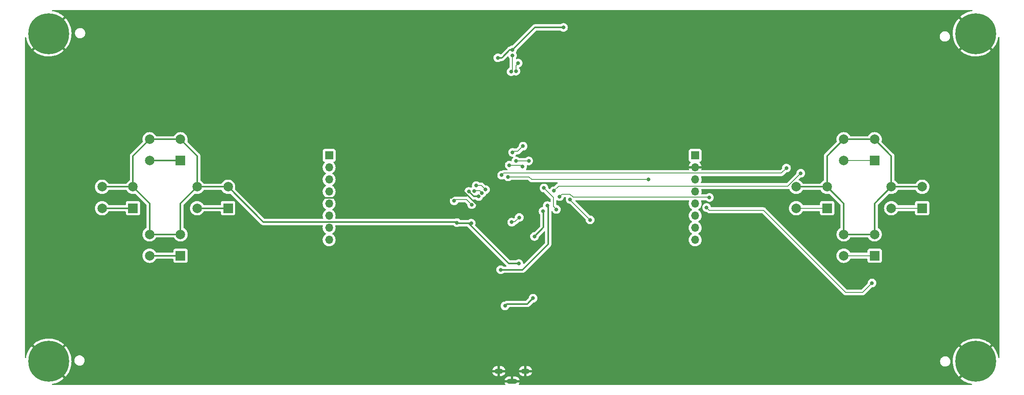
<source format=gbr>
%TF.GenerationSoftware,KiCad,Pcbnew,(6.0.10)*%
%TF.CreationDate,2023-04-18T09:59:35+03:00*%
%TF.ProjectId,Console,436f6e73-6f6c-4652-9e6b-696361645f70,rev?*%
%TF.SameCoordinates,Original*%
%TF.FileFunction,Copper,L2,Bot*%
%TF.FilePolarity,Positive*%
%FSLAX46Y46*%
G04 Gerber Fmt 4.6, Leading zero omitted, Abs format (unit mm)*
G04 Created by KiCad (PCBNEW (6.0.10)) date 2023-04-18 09:59:35*
%MOMM*%
%LPD*%
G01*
G04 APERTURE LIST*
%TA.AperFunction,ComponentPad*%
%ADD10R,2.000000X2.000000*%
%TD*%
%TA.AperFunction,ComponentPad*%
%ADD11C,2.000000*%
%TD*%
%TA.AperFunction,ComponentPad*%
%ADD12O,1.800000X1.100000*%
%TD*%
%TA.AperFunction,ComponentPad*%
%ADD13O,2.200000X1.100000*%
%TD*%
%TA.AperFunction,ComponentPad*%
%ADD14C,0.900000*%
%TD*%
%TA.AperFunction,ComponentPad*%
%ADD15C,8.600000*%
%TD*%
%TA.AperFunction,ComponentPad*%
%ADD16R,1.700000X1.700000*%
%TD*%
%TA.AperFunction,ComponentPad*%
%ADD17O,1.700000X1.700000*%
%TD*%
%TA.AperFunction,ViaPad*%
%ADD18C,0.800000*%
%TD*%
%TA.AperFunction,Conductor*%
%ADD19C,0.300000*%
%TD*%
%TA.AperFunction,Conductor*%
%ADD20C,0.200000*%
%TD*%
G04 APERTURE END LIST*
D10*
%TO.P,S8,1*%
%TO.N,GPIO_RIGHT*%
X90250000Y-102250000D03*
D11*
%TO.P,S8,2*%
X83750000Y-102250000D03*
%TO.P,S8,3*%
%TO.N,+3.3V*%
X90250000Y-97750000D03*
%TO.P,S8,4*%
X83750000Y-97750000D03*
%TD*%
D10*
%TO.P,S3,1*%
%TO.N,GPIO_UP*%
X80250000Y-92250000D03*
D11*
%TO.P,S3,2*%
X73750000Y-92250000D03*
%TO.P,S3,3*%
%TO.N,+3.3V*%
X80250000Y-87750000D03*
%TO.P,S3,4*%
X73750000Y-87750000D03*
%TD*%
D12*
%TO.P,J4,6,Shield*%
%TO.N,GND*%
X147200000Y-136550000D03*
D13*
X150000000Y-138700000D03*
D12*
X152800000Y-136550000D03*
%TD*%
D14*
%TO.P,H4,1,1*%
%TO.N,GND*%
X54780419Y-136780419D03*
X52500000Y-131275000D03*
X49275000Y-134500000D03*
X54780419Y-132219581D03*
X52500000Y-137725000D03*
X50219581Y-136780419D03*
X50219581Y-132219581D03*
X55725000Y-134500000D03*
D15*
X52500000Y-134500000D03*
%TD*%
D16*
%TO.P,J5,1,Pin_1*%
%TO.N,unconnected-(J5-Pad1)*%
X111500000Y-91125000D03*
D17*
%TO.P,J5,2,Pin_2*%
%TO.N,unconnected-(J5-Pad2)*%
X111500000Y-93665000D03*
%TO.P,J5,3,Pin_3*%
%TO.N,unconnected-(J5-Pad3)*%
X111500000Y-96205000D03*
%TO.P,J5,4,Pin_4*%
%TO.N,unconnected-(J5-Pad4)*%
X111500000Y-98745000D03*
%TO.P,J5,5,Pin_5*%
%TO.N,unconnected-(J5-Pad5)*%
X111500000Y-101285000D03*
%TO.P,J5,6,Pin_6*%
%TO.N,unconnected-(J5-Pad6)*%
X111500000Y-103825000D03*
%TO.P,J5,7,Pin_7*%
%TO.N,unconnected-(J5-Pad7)*%
X111500000Y-106365000D03*
%TO.P,J5,8,Pin_8*%
%TO.N,unconnected-(J5-Pad8)*%
X111500000Y-108905000D03*
%TD*%
D10*
%TO.P,S2,1*%
%TO.N,GPIO_X*%
X226250000Y-112250000D03*
D11*
%TO.P,S2,2*%
X219750000Y-112250000D03*
%TO.P,S2,3*%
%TO.N,+3.3V*%
X226250000Y-107750000D03*
%TO.P,S2,4*%
X219750000Y-107750000D03*
%TD*%
D16*
%TO.P,J2,1,Pin_1*%
%TO.N,+3.3V*%
X188500000Y-91125000D03*
D17*
%TO.P,J2,2,Pin_2*%
%TO.N,GND*%
X188500000Y-93665000D03*
%TO.P,J2,3,Pin_3*%
%TO.N,SPI_SCK*%
X188500000Y-96205000D03*
%TO.P,J2,4,Pin_4*%
%TO.N,SPI_MOSI*%
X188500000Y-98745000D03*
%TO.P,J2,5,Pin_5*%
%TO.N,SCR_RST*%
X188500000Y-101285000D03*
%TO.P,J2,6,Pin_6*%
%TO.N,SCR_DC*%
X188500000Y-103825000D03*
%TO.P,J2,7,Pin_7*%
%TO.N,GPIO_CS*%
X188500000Y-106365000D03*
%TO.P,J2,8,Pin_8*%
%TO.N,SCR_BLK*%
X188500000Y-108905000D03*
%TD*%
D10*
%TO.P,S7,1*%
%TO.N,GPIO_DOWN*%
X80250000Y-112250000D03*
D11*
%TO.P,S7,2*%
X73750000Y-112250000D03*
%TO.P,S7,3*%
%TO.N,+3.3V*%
X80250000Y-107750000D03*
%TO.P,S7,4*%
X73750000Y-107750000D03*
%TD*%
D10*
%TO.P,S1,1*%
%TO.N,GPIO_A*%
X216250000Y-102250000D03*
D11*
%TO.P,S1,2*%
X209750000Y-102250000D03*
%TO.P,S1,3*%
%TO.N,+3.3V*%
X216250000Y-97750000D03*
%TO.P,S1,4*%
X209750000Y-97750000D03*
%TD*%
D10*
%TO.P,S4,1*%
%TO.N,GPIO_LEFT*%
X70250000Y-102250000D03*
D11*
%TO.P,S4,2*%
X63750000Y-102250000D03*
%TO.P,S4,3*%
%TO.N,+3.3V*%
X70250000Y-97750000D03*
%TO.P,S4,4*%
X63750000Y-97750000D03*
%TD*%
D10*
%TO.P,S6,1*%
%TO.N,GPIO_Y*%
X236250000Y-102250000D03*
D11*
%TO.P,S6,2*%
X229750000Y-102250000D03*
%TO.P,S6,3*%
%TO.N,+3.3V*%
X236250000Y-97750000D03*
%TO.P,S6,4*%
X229750000Y-97750000D03*
%TD*%
D14*
%TO.P,H1,1,1*%
%TO.N,GND*%
X55725000Y-65500000D03*
X50219581Y-67780419D03*
X54780419Y-67780419D03*
X52500000Y-68725000D03*
X50219581Y-63219581D03*
X49275000Y-65500000D03*
X52500000Y-62275000D03*
X54780419Y-63219581D03*
D15*
X52500000Y-65500000D03*
%TD*%
D14*
%TO.P,H3,1,1*%
%TO.N,GND*%
X247500000Y-137725000D03*
X245219581Y-136780419D03*
X245219581Y-132219581D03*
X249780419Y-132219581D03*
X250725000Y-134500000D03*
X249780419Y-136780419D03*
X244275000Y-134500000D03*
X247500000Y-131275000D03*
D15*
X247500000Y-134500000D03*
%TD*%
D10*
%TO.P,S5,1*%
%TO.N,GPIO_B*%
X226250000Y-92250000D03*
D11*
%TO.P,S5,2*%
X219750000Y-92250000D03*
%TO.P,S5,3*%
%TO.N,+3.3V*%
X226250000Y-87750000D03*
%TO.P,S5,4*%
X219750000Y-87750000D03*
%TD*%
D14*
%TO.P,H2,1,1*%
%TO.N,GND*%
X249780419Y-67780419D03*
X247500000Y-62275000D03*
X245219581Y-63219581D03*
X244275000Y-65500000D03*
X247500000Y-68725000D03*
X250725000Y-65500000D03*
X245219581Y-67780419D03*
D15*
X247500000Y-65500000D03*
D14*
X249780419Y-63219581D03*
%TD*%
D18*
%TO.N,+3.3V*%
X141400000Y-105400000D03*
X150094622Y-68905378D03*
X138400000Y-105300000D03*
X160800000Y-64200000D03*
X156505378Y-102905378D03*
X148500000Y-122800000D03*
X151400000Y-113900000D03*
X154400000Y-121200000D03*
X154700000Y-108200000D03*
X147000000Y-70600498D03*
%TO.N,GND*%
X152900000Y-107800000D03*
X100700000Y-103900000D03*
X143300000Y-94300000D03*
X145900000Y-105800000D03*
X153000000Y-104200500D03*
X145200000Y-101699500D03*
X145419500Y-94900000D03*
%TO.N,NRST*%
X147600000Y-115200000D03*
X157400000Y-101700000D03*
%TO.N,SPI_SCK*%
X150800500Y-73400000D03*
X151284622Y-71715378D03*
X150800500Y-92300000D03*
X153500000Y-92300000D03*
%TO.N,SPI_MOSI*%
X149400500Y-93199000D03*
X150100000Y-70100000D03*
X152200000Y-93500000D03*
X149807104Y-73510316D03*
%TO.N,SCR_DC*%
X159300000Y-102500000D03*
X156700000Y-98000000D03*
%TO.N,GPIO_CS*%
X166400000Y-104700000D03*
X162200000Y-100400000D03*
%TO.N,BOOT0*%
X151500000Y-104200500D03*
X149916470Y-105183530D03*
%TO.N,GPIO_A*%
X191500000Y-100000000D03*
X160000000Y-99800000D03*
%TO.N,GPIO_X*%
X178700000Y-96200000D03*
X225700000Y-118000000D03*
X190900000Y-102100000D03*
X149144622Y-95655378D03*
%TO.N,GPIO_UP*%
X142450500Y-97500000D03*
X144385000Y-98344954D03*
%TO.N,GPIO_LEFT*%
X142005023Y-98605023D03*
X143664977Y-99064977D03*
%TO.N,GPIO_B*%
X210700000Y-94900000D03*
X158800000Y-98600000D03*
%TO.N,GPIO_Y*%
X207700000Y-93800000D03*
X147800000Y-95300000D03*
%TO.N,GPIO_DOWN*%
X142958222Y-99771732D03*
X140890378Y-98730424D03*
%TO.N,GPIO_RIGHT*%
X141500000Y-101500000D03*
X137800000Y-100700000D03*
%TO.N,SPI_MISO*%
X152300000Y-89200000D03*
X150101000Y-90500000D03*
%TD*%
D19*
%TO.N,+3.3V*%
X149494622Y-68905378D02*
X147900000Y-70500000D01*
X147799502Y-70600498D02*
X147000000Y-70600498D01*
X70250000Y-97750000D02*
X70250000Y-91250000D01*
X236250000Y-97750000D02*
X229750000Y-97750000D01*
X138600000Y-105400000D02*
X138500000Y-105400000D01*
X73750000Y-107750000D02*
X73750000Y-101250000D01*
X216250000Y-97750000D02*
X209750000Y-97750000D01*
X156600000Y-105900000D02*
X156600000Y-103000000D01*
X80250000Y-87750000D02*
X83750000Y-91250000D01*
X156600000Y-103000000D02*
X156505378Y-102905378D01*
X73750000Y-101250000D02*
X70250000Y-97750000D01*
X219750000Y-107750000D02*
X226250000Y-107750000D01*
X154800000Y-64200000D02*
X160800000Y-64200000D01*
X219750000Y-101250000D02*
X216250000Y-97750000D01*
X138265000Y-105165000D02*
X138400000Y-105300000D01*
X153200000Y-122400000D02*
X149100000Y-122400000D01*
X229750000Y-91250000D02*
X226250000Y-87750000D01*
X80250000Y-87750000D02*
X73750000Y-87750000D01*
X226250000Y-101250000D02*
X226250000Y-107750000D01*
X73750000Y-107750000D02*
X80250000Y-107750000D01*
X149300000Y-113900000D02*
X151400000Y-113900000D01*
X70250000Y-91250000D02*
X73750000Y-87750000D01*
X147900000Y-70500000D02*
X147799502Y-70600498D01*
X80250000Y-101250000D02*
X80250000Y-107750000D01*
X150094622Y-68905378D02*
X154800000Y-64200000D01*
X63750000Y-97750000D02*
X70250000Y-97750000D01*
X148900000Y-122400000D02*
X148500000Y-122800000D01*
X154400000Y-121200000D02*
X153200000Y-122400000D01*
X90250000Y-97750000D02*
X97665000Y-105165000D01*
X140800000Y-105400000D02*
X149300000Y-113900000D01*
X141400000Y-105400000D02*
X140800000Y-105400000D01*
X83750000Y-97750000D02*
X90250000Y-97750000D01*
X83750000Y-91250000D02*
X83750000Y-97750000D01*
X156600000Y-106300000D02*
X156600000Y-105900000D01*
X216250000Y-97750000D02*
X216250000Y-91250000D01*
X138500000Y-105400000D02*
X138400000Y-105300000D01*
X97665000Y-105165000D02*
X138265000Y-105165000D01*
X216250000Y-91250000D02*
X219750000Y-87750000D01*
X154700000Y-108200000D02*
X156600000Y-106300000D01*
X219750000Y-107750000D02*
X219750000Y-101250000D01*
X226250000Y-87750000D02*
X219750000Y-87750000D01*
X150094622Y-68905378D02*
X149494622Y-68905378D01*
X229750000Y-97750000D02*
X229750000Y-91250000D01*
X140800000Y-105400000D02*
X138600000Y-105400000D01*
X149100000Y-122400000D02*
X148900000Y-122400000D01*
X83750000Y-97750000D02*
X80250000Y-101250000D01*
X229750000Y-97750000D02*
X226250000Y-101250000D01*
%TO.N,GND*%
X137315000Y-100085000D02*
X138700000Y-98700000D01*
X145900000Y-102399500D02*
X145200000Y-101699500D01*
X144000000Y-94900000D02*
X143750000Y-94650000D01*
X145200000Y-101699500D02*
X142799500Y-101699500D01*
X145419500Y-94900000D02*
X144000000Y-94900000D01*
X153000000Y-107700000D02*
X152900000Y-107800000D01*
X100700000Y-103900000D02*
X104515000Y-100085000D01*
X143750000Y-94650000D02*
X143400000Y-94300000D01*
X139800000Y-98700000D02*
X139800000Y-97800000D01*
X139800000Y-97800000D02*
X143300000Y-94300000D01*
X142799500Y-101699500D02*
X139800000Y-98700000D01*
X145900000Y-105800000D02*
X145900000Y-102399500D01*
X143750000Y-94650000D02*
X143600000Y-94500000D01*
X143400000Y-94300000D02*
X143300000Y-94300000D01*
X138700000Y-98700000D02*
X139800000Y-98700000D01*
X104515000Y-100085000D02*
X137315000Y-100085000D01*
X153000000Y-104200500D02*
X153000000Y-107700000D01*
%TO.N,NRST*%
X152200000Y-115200000D02*
X153600000Y-113800000D01*
X157600000Y-109800000D02*
X157600000Y-101900000D01*
X157600000Y-101900000D02*
X157400000Y-101700000D01*
X147600000Y-115200000D02*
X152200000Y-115200000D01*
X153600000Y-113800000D02*
X157600000Y-109800000D01*
D20*
%TO.N,SPI_SCK*%
X150800000Y-72200000D02*
X150800000Y-73100000D01*
X151284622Y-71715378D02*
X150800000Y-72200000D01*
X150800000Y-73100000D02*
X150800000Y-73399500D01*
X150800000Y-73399500D02*
X150800500Y-73400000D01*
X153500000Y-92300000D02*
X150800500Y-92300000D01*
%TO.N,SPI_MOSI*%
X149400500Y-93199000D02*
X151899000Y-93199000D01*
X150100000Y-73217420D02*
X150100000Y-70100000D01*
X151899000Y-93199000D02*
X151900000Y-93200000D01*
X151900000Y-93200000D02*
X152200000Y-93500000D01*
X149807104Y-73510316D02*
X150100000Y-73217420D01*
%TO.N,SCR_DC*%
X158700000Y-100000000D02*
X158700000Y-101900000D01*
X156700000Y-98000000D02*
X158700000Y-100000000D01*
X158700000Y-101900000D02*
X159300000Y-102500000D01*
D19*
%TO.N,GPIO_CS*%
X162200000Y-100500000D02*
X162200000Y-100400000D01*
D20*
X166400000Y-104700000D02*
X162200000Y-100500000D01*
%TO.N,BOOT0*%
X150600500Y-105100000D02*
X150000000Y-105100000D01*
X151500000Y-104200500D02*
X150600500Y-105100000D01*
X150000000Y-105100000D02*
X149916470Y-105183530D01*
%TO.N,GPIO_A*%
X162845000Y-99945000D02*
X191445000Y-99945000D01*
X160500000Y-99300000D02*
X162200000Y-99300000D01*
X216250000Y-102250000D02*
X209750000Y-102250000D01*
X160000000Y-99800000D02*
X160500000Y-99300000D01*
X162200000Y-99300000D02*
X162845000Y-99945000D01*
D19*
X191445000Y-99945000D02*
X191500000Y-100000000D01*
D20*
%TO.N,GPIO_X*%
X202875000Y-102675000D02*
X191475000Y-102675000D01*
X220200000Y-120000000D02*
X202875000Y-102675000D01*
X225700000Y-118000000D02*
X223700000Y-120000000D01*
X191475000Y-102675000D02*
X190900000Y-102100000D01*
X226250000Y-112250000D02*
X219750000Y-112250000D01*
X149144622Y-95655378D02*
X153555378Y-95655378D01*
X223700000Y-120000000D02*
X220200000Y-120000000D01*
X154100000Y-96200000D02*
X178700000Y-96200000D01*
X153555378Y-95655378D02*
X154100000Y-96200000D01*
%TO.N,GPIO_UP*%
X143540046Y-97500000D02*
X142450500Y-97500000D01*
X144385000Y-98344954D02*
X143540046Y-97500000D01*
D19*
X73750000Y-92250000D02*
X80250000Y-92250000D01*
D20*
%TO.N,GPIO_LEFT*%
X142010046Y-98600000D02*
X142005023Y-98605023D01*
D19*
X70250000Y-102250000D02*
X63750000Y-102250000D01*
D20*
X143664977Y-99064977D02*
X143200000Y-98600000D01*
X143200000Y-98600000D02*
X142200000Y-98600000D01*
X142200000Y-98600000D02*
X142010046Y-98600000D01*
%TO.N,GPIO_B*%
X208005000Y-97595000D02*
X159805000Y-97595000D01*
X159805000Y-97595000D02*
X158800000Y-98600000D01*
X210700000Y-94900000D02*
X208005000Y-97595000D01*
X219750000Y-92250000D02*
X226250000Y-92250000D01*
%TO.N,GPIO_Y*%
X229750000Y-102250000D02*
X236250000Y-102250000D01*
X206635000Y-94865000D02*
X148235000Y-94865000D01*
X148235000Y-94865000D02*
X147800000Y-95300000D01*
X207700000Y-93800000D02*
X206635000Y-94865000D01*
D19*
%TO.N,GPIO_DOWN*%
X141931686Y-99771732D02*
X142958222Y-99771732D01*
X140890378Y-98730424D02*
X141931686Y-99771732D01*
X80250000Y-112250000D02*
X73750000Y-112250000D01*
D20*
%TO.N,GPIO_RIGHT*%
X138100000Y-100400000D02*
X137800000Y-100700000D01*
X140400000Y-100400000D02*
X138100000Y-100400000D01*
D19*
X90250000Y-102250000D02*
X83750000Y-102250000D01*
D20*
X141500000Y-101500000D02*
X140400000Y-100400000D01*
%TO.N,SPI_MISO*%
X150300000Y-90300000D02*
X150101000Y-90499000D01*
X150101000Y-90499000D02*
X150101000Y-90500000D01*
X152300000Y-89200000D02*
X151200000Y-90300000D01*
X151200000Y-90300000D02*
X150300000Y-90300000D01*
%TD*%
%TA.AperFunction,Conductor*%
%TO.N,GND*%
G36*
X246748272Y-60528502D02*
G01*
X246794765Y-60582158D01*
X246804869Y-60652432D01*
X246775375Y-60717012D01*
X246715649Y-60755396D01*
X246700838Y-60758790D01*
X246502128Y-60791864D01*
X246496631Y-60793032D01*
X246087547Y-60899209D01*
X246082181Y-60900861D01*
X245684153Y-61042983D01*
X245678965Y-61045100D01*
X245295133Y-61222050D01*
X245290164Y-61224614D01*
X244923581Y-61434984D01*
X244918848Y-61437987D01*
X244572420Y-61680109D01*
X244567979Y-61683517D01*
X244296476Y-61911739D01*
X244288031Y-61924456D01*
X244294139Y-61934929D01*
X244693493Y-62334283D01*
X245219580Y-62860371D01*
X246104878Y-63745668D01*
X249780419Y-67421209D01*
X250665717Y-68306506D01*
X251062145Y-68702934D01*
X251075903Y-68710446D01*
X251085263Y-68703989D01*
X251254244Y-68511303D01*
X251257744Y-68506935D01*
X251507073Y-68165645D01*
X251510168Y-68160987D01*
X251728160Y-67798903D01*
X251730841Y-67793964D01*
X251915779Y-67413946D01*
X251918014Y-67408780D01*
X252068442Y-67013815D01*
X252070201Y-67008496D01*
X252184920Y-66601730D01*
X252186204Y-66596259D01*
X252241670Y-66301301D01*
X252273917Y-66238050D01*
X252335241Y-66202274D01*
X252406172Y-66205332D01*
X252464189Y-66246252D01*
X252490874Y-66312043D01*
X252491500Y-66324587D01*
X252491500Y-133659527D01*
X252471498Y-133727648D01*
X252417842Y-133774141D01*
X252347568Y-133784245D01*
X252282988Y-133754751D01*
X252244604Y-133695025D01*
X252240621Y-133676300D01*
X252237155Y-133650498D01*
X252236162Y-133644976D01*
X252142883Y-133232748D01*
X252141410Y-133227361D01*
X252011847Y-132825025D01*
X252009910Y-132819815D01*
X251845098Y-132430599D01*
X251842683Y-132425536D01*
X251643936Y-132052535D01*
X251641085Y-132047713D01*
X251409974Y-131693865D01*
X251406692Y-131689297D01*
X251145030Y-131357380D01*
X251141382Y-131353155D01*
X251088103Y-131296715D01*
X251074389Y-131288705D01*
X251073517Y-131288742D01*
X251065438Y-131293772D01*
X250665717Y-131693493D01*
X249780419Y-132578790D01*
X249254332Y-133104878D01*
X246104879Y-136254331D01*
X245219581Y-137139628D01*
X244693494Y-137665716D01*
X244296736Y-138062474D01*
X244289122Y-138076418D01*
X244289171Y-138077110D01*
X244294617Y-138085274D01*
X244372268Y-138157812D01*
X244376507Y-138161433D01*
X244709802Y-138421363D01*
X244714359Y-138424602D01*
X245069448Y-138653880D01*
X245074250Y-138656686D01*
X245448316Y-138853491D01*
X245453374Y-138855871D01*
X245843435Y-139018638D01*
X245848690Y-139020561D01*
X246251676Y-139148008D01*
X246257075Y-139149455D01*
X246669799Y-139240576D01*
X246674390Y-139241377D01*
X246738057Y-139272794D01*
X246774631Y-139333645D01*
X246772501Y-139404610D01*
X246732342Y-139463157D01*
X246666905Y-139490699D01*
X246652724Y-139491500D01*
X151534726Y-139491500D01*
X151466605Y-139471498D01*
X151420112Y-139417842D01*
X151410008Y-139347568D01*
X151430269Y-139295039D01*
X151434299Y-139289065D01*
X151527121Y-139117393D01*
X151531871Y-139106093D01*
X151573595Y-138971307D01*
X151573801Y-138957205D01*
X151567045Y-138954000D01*
X148439953Y-138954000D01*
X148426422Y-138957973D01*
X148425302Y-138965768D01*
X148462554Y-139092342D01*
X148467147Y-139103710D01*
X148557566Y-139276666D01*
X148567654Y-139292081D01*
X148566559Y-139292798D01*
X148591073Y-139352174D01*
X148578388Y-139422028D01*
X148529951Y-139473935D01*
X148465780Y-139491500D01*
X53333941Y-139491500D01*
X53265820Y-139471498D01*
X53219327Y-139417842D01*
X53209223Y-139347568D01*
X53238717Y-139282988D01*
X53298443Y-139244604D01*
X53316514Y-139240711D01*
X53374305Y-139232640D01*
X53379792Y-139231623D01*
X53791543Y-139136185D01*
X53796929Y-139134681D01*
X54198567Y-139003018D01*
X54203784Y-139001046D01*
X54592126Y-138834202D01*
X54597169Y-138831764D01*
X54969131Y-138631063D01*
X54973935Y-138628188D01*
X55254565Y-138442795D01*
X148426199Y-138442795D01*
X148432955Y-138446000D01*
X149727885Y-138446000D01*
X149743124Y-138441525D01*
X149744329Y-138440135D01*
X149746000Y-138432452D01*
X149746000Y-138427885D01*
X150254000Y-138427885D01*
X150258475Y-138443124D01*
X150259865Y-138444329D01*
X150267548Y-138446000D01*
X151560047Y-138446000D01*
X151573578Y-138442027D01*
X151574698Y-138434232D01*
X151537446Y-138307658D01*
X151532853Y-138296290D01*
X151442434Y-138123334D01*
X151435718Y-138113072D01*
X151313432Y-137960980D01*
X151304848Y-137952214D01*
X151155344Y-137826764D01*
X151145233Y-137819840D01*
X150974202Y-137725816D01*
X150962938Y-137720988D01*
X150776905Y-137661975D01*
X150764916Y-137659427D01*
X150613053Y-137642393D01*
X150606029Y-137642000D01*
X150272115Y-137642000D01*
X150256876Y-137646475D01*
X150255671Y-137647865D01*
X150254000Y-137655548D01*
X150254000Y-138427885D01*
X149746000Y-138427885D01*
X149746000Y-137660115D01*
X149741525Y-137644876D01*
X149740135Y-137643671D01*
X149732452Y-137642000D01*
X149400876Y-137642000D01*
X149394728Y-137642301D01*
X149249639Y-137656527D01*
X149237604Y-137658910D01*
X149050777Y-137715317D01*
X149039435Y-137719992D01*
X148867121Y-137811612D01*
X148856905Y-137818399D01*
X148705665Y-137941747D01*
X148696961Y-137950391D01*
X148572562Y-138100763D01*
X148565703Y-138110931D01*
X148472879Y-138282607D01*
X148468129Y-138293907D01*
X148426405Y-138428693D01*
X148426199Y-138442795D01*
X55254565Y-138442795D01*
X55326563Y-138395231D01*
X55331126Y-138391916D01*
X55661658Y-138128529D01*
X55665873Y-138124852D01*
X55703823Y-138088649D01*
X55711763Y-138074890D01*
X55711713Y-138073843D01*
X55706822Y-138066032D01*
X55306507Y-137665717D01*
X54421210Y-136780419D01*
X53895122Y-136254332D01*
X52141922Y-134501132D01*
X52864408Y-134501132D01*
X52864539Y-134502965D01*
X52868790Y-134509580D01*
X54254331Y-135895121D01*
X54710000Y-136350791D01*
X54780418Y-136421209D01*
X55665716Y-137306506D01*
X56062142Y-137702932D01*
X56075903Y-137710446D01*
X56085263Y-137703989D01*
X56254244Y-137511303D01*
X56257744Y-137506935D01*
X56507073Y-137165645D01*
X56510168Y-137160987D01*
X56718006Y-136815768D01*
X145825302Y-136815768D01*
X145862554Y-136942342D01*
X145867147Y-136953710D01*
X145957566Y-137126666D01*
X145964282Y-137136928D01*
X146086568Y-137289020D01*
X146095152Y-137297786D01*
X146244656Y-137423236D01*
X146254767Y-137430160D01*
X146425798Y-137524184D01*
X146437062Y-137529012D01*
X146623095Y-137588025D01*
X146635084Y-137590573D01*
X146786947Y-137607607D01*
X146793971Y-137608000D01*
X146927885Y-137608000D01*
X146943124Y-137603525D01*
X146944329Y-137602135D01*
X146946000Y-137594452D01*
X146946000Y-137589885D01*
X147454000Y-137589885D01*
X147458475Y-137605124D01*
X147459865Y-137606329D01*
X147467548Y-137608000D01*
X147599124Y-137608000D01*
X147605272Y-137607699D01*
X147750361Y-137593473D01*
X147762396Y-137591090D01*
X147949223Y-137534683D01*
X147960565Y-137530008D01*
X148132879Y-137438388D01*
X148143095Y-137431601D01*
X148294335Y-137308253D01*
X148303039Y-137299609D01*
X148427438Y-137149237D01*
X148434297Y-137139069D01*
X148527121Y-136967393D01*
X148531871Y-136956093D01*
X148573595Y-136821307D01*
X148573676Y-136815768D01*
X151425302Y-136815768D01*
X151462554Y-136942342D01*
X151467147Y-136953710D01*
X151557566Y-137126666D01*
X151564282Y-137136928D01*
X151686568Y-137289020D01*
X151695152Y-137297786D01*
X151844656Y-137423236D01*
X151854767Y-137430160D01*
X152025798Y-137524184D01*
X152037062Y-137529012D01*
X152223095Y-137588025D01*
X152235084Y-137590573D01*
X152386947Y-137607607D01*
X152393971Y-137608000D01*
X152527885Y-137608000D01*
X152543124Y-137603525D01*
X152544329Y-137602135D01*
X152546000Y-137594452D01*
X152546000Y-137589885D01*
X153054000Y-137589885D01*
X153058475Y-137605124D01*
X153059865Y-137606329D01*
X153067548Y-137608000D01*
X153199124Y-137608000D01*
X153205272Y-137607699D01*
X153350361Y-137593473D01*
X153362396Y-137591090D01*
X153549223Y-137534683D01*
X153560565Y-137530008D01*
X153732879Y-137438388D01*
X153743095Y-137431601D01*
X153894335Y-137308253D01*
X153903039Y-137299609D01*
X154027438Y-137149237D01*
X154034297Y-137139069D01*
X154127121Y-136967393D01*
X154131871Y-136956093D01*
X154173595Y-136821307D01*
X154173801Y-136807205D01*
X154167045Y-136804000D01*
X153072115Y-136804000D01*
X153056876Y-136808475D01*
X153055671Y-136809865D01*
X153054000Y-136817548D01*
X153054000Y-137589885D01*
X152546000Y-137589885D01*
X152546000Y-136822115D01*
X152541525Y-136806876D01*
X152540135Y-136805671D01*
X152532452Y-136804000D01*
X151439953Y-136804000D01*
X151426422Y-136807973D01*
X151425302Y-136815768D01*
X148573676Y-136815768D01*
X148573801Y-136807205D01*
X148567045Y-136804000D01*
X147472115Y-136804000D01*
X147456876Y-136808475D01*
X147455671Y-136809865D01*
X147454000Y-136817548D01*
X147454000Y-137589885D01*
X146946000Y-137589885D01*
X146946000Y-136822115D01*
X146941525Y-136806876D01*
X146940135Y-136805671D01*
X146932452Y-136804000D01*
X145839953Y-136804000D01*
X145826422Y-136807973D01*
X145825302Y-136815768D01*
X56718006Y-136815768D01*
X56728160Y-136798903D01*
X56730841Y-136793964D01*
X56915779Y-136413946D01*
X56918014Y-136408780D01*
X56962189Y-136292795D01*
X145826199Y-136292795D01*
X145832955Y-136296000D01*
X146927885Y-136296000D01*
X146943124Y-136291525D01*
X146944329Y-136290135D01*
X146946000Y-136282452D01*
X146946000Y-136277885D01*
X147454000Y-136277885D01*
X147458475Y-136293124D01*
X147459865Y-136294329D01*
X147467548Y-136296000D01*
X148560047Y-136296000D01*
X148570962Y-136292795D01*
X151426199Y-136292795D01*
X151432955Y-136296000D01*
X152527885Y-136296000D01*
X152543124Y-136291525D01*
X152544329Y-136290135D01*
X152546000Y-136282452D01*
X152546000Y-136277885D01*
X153054000Y-136277885D01*
X153058475Y-136293124D01*
X153059865Y-136294329D01*
X153067548Y-136296000D01*
X154160047Y-136296000D01*
X154173578Y-136292027D01*
X154174698Y-136284232D01*
X154137446Y-136157658D01*
X154132853Y-136146290D01*
X154042434Y-135973334D01*
X154035718Y-135963072D01*
X153913432Y-135810980D01*
X153904848Y-135802214D01*
X153755344Y-135676764D01*
X153745233Y-135669840D01*
X153574202Y-135575816D01*
X153562938Y-135570988D01*
X153376905Y-135511975D01*
X153364916Y-135509427D01*
X153213053Y-135492393D01*
X153206029Y-135492000D01*
X153072115Y-135492000D01*
X153056876Y-135496475D01*
X153055671Y-135497865D01*
X153054000Y-135505548D01*
X153054000Y-136277885D01*
X152546000Y-136277885D01*
X152546000Y-135510115D01*
X152541525Y-135494876D01*
X152540135Y-135493671D01*
X152532452Y-135492000D01*
X152400876Y-135492000D01*
X152394728Y-135492301D01*
X152249639Y-135506527D01*
X152237604Y-135508910D01*
X152050777Y-135565317D01*
X152039435Y-135569992D01*
X151867121Y-135661612D01*
X151856905Y-135668399D01*
X151705665Y-135791747D01*
X151696961Y-135800391D01*
X151572562Y-135950763D01*
X151565703Y-135960931D01*
X151472879Y-136132607D01*
X151468129Y-136143907D01*
X151426405Y-136278693D01*
X151426199Y-136292795D01*
X148570962Y-136292795D01*
X148573578Y-136292027D01*
X148574698Y-136284232D01*
X148537446Y-136157658D01*
X148532853Y-136146290D01*
X148442434Y-135973334D01*
X148435718Y-135963072D01*
X148313432Y-135810980D01*
X148304848Y-135802214D01*
X148155344Y-135676764D01*
X148145233Y-135669840D01*
X147974202Y-135575816D01*
X147962938Y-135570988D01*
X147776905Y-135511975D01*
X147764916Y-135509427D01*
X147613053Y-135492393D01*
X147606029Y-135492000D01*
X147472115Y-135492000D01*
X147456876Y-135496475D01*
X147455671Y-135497865D01*
X147454000Y-135505548D01*
X147454000Y-136277885D01*
X146946000Y-136277885D01*
X146946000Y-135510115D01*
X146941525Y-135494876D01*
X146940135Y-135493671D01*
X146932452Y-135492000D01*
X146800876Y-135492000D01*
X146794728Y-135492301D01*
X146649639Y-135506527D01*
X146637604Y-135508910D01*
X146450777Y-135565317D01*
X146439435Y-135569992D01*
X146267121Y-135661612D01*
X146256905Y-135668399D01*
X146105665Y-135791747D01*
X146096961Y-135800391D01*
X145972562Y-135950763D01*
X145965703Y-135960931D01*
X145872879Y-136132607D01*
X145868129Y-136143907D01*
X145826405Y-136278693D01*
X145826199Y-136292795D01*
X56962189Y-136292795D01*
X57068442Y-136013815D01*
X57070201Y-136008496D01*
X57184920Y-135601730D01*
X57186204Y-135596259D01*
X57264315Y-135180883D01*
X57265102Y-135175346D01*
X57306035Y-134754102D01*
X57306308Y-134749665D01*
X57312788Y-134502233D01*
X57312746Y-134497762D01*
X57302669Y-134271489D01*
X57911227Y-134271489D01*
X57913096Y-134300000D01*
X57924263Y-134470380D01*
X57925684Y-134475976D01*
X57925685Y-134475981D01*
X57971905Y-134657969D01*
X57973326Y-134663564D01*
X57975743Y-134668807D01*
X58012265Y-134748029D01*
X58056772Y-134844573D01*
X58171807Y-135007344D01*
X58314578Y-135146425D01*
X58480304Y-135257160D01*
X58485607Y-135259438D01*
X58485610Y-135259440D01*
X58630232Y-135321574D01*
X58663435Y-135335839D01*
X58735516Y-135352149D01*
X58852201Y-135378553D01*
X58852207Y-135378554D01*
X58857838Y-135379828D01*
X58863609Y-135380055D01*
X58863611Y-135380055D01*
X58924556Y-135382449D01*
X59057001Y-135387653D01*
X59156959Y-135373160D01*
X59248535Y-135359883D01*
X59248540Y-135359882D01*
X59254256Y-135359053D01*
X59259728Y-135357195D01*
X59259730Y-135357195D01*
X59437532Y-135296839D01*
X59437534Y-135296838D01*
X59442996Y-135294984D01*
X59616899Y-135197594D01*
X59770143Y-135070143D01*
X59897594Y-134916899D01*
X59994984Y-134742996D01*
X60059053Y-134554256D01*
X60059882Y-134548540D01*
X60059883Y-134548535D01*
X60071053Y-134471489D01*
X240011227Y-134471489D01*
X240013096Y-134500000D01*
X240024263Y-134670380D01*
X240025684Y-134675976D01*
X240025685Y-134675981D01*
X240044112Y-134748535D01*
X240073326Y-134863564D01*
X240075743Y-134868807D01*
X240112265Y-134948029D01*
X240156772Y-135044573D01*
X240160105Y-135049289D01*
X240266909Y-135200413D01*
X240271807Y-135207344D01*
X240275949Y-135211379D01*
X240322945Y-135257160D01*
X240414578Y-135346425D01*
X240580304Y-135457160D01*
X240585607Y-135459438D01*
X240585610Y-135459440D01*
X240758128Y-135533559D01*
X240763435Y-135535839D01*
X240835516Y-135552149D01*
X240952201Y-135578553D01*
X240952207Y-135578554D01*
X240957838Y-135579828D01*
X240963609Y-135580055D01*
X240963611Y-135580055D01*
X241024556Y-135582449D01*
X241157001Y-135587653D01*
X241256959Y-135573160D01*
X241348535Y-135559883D01*
X241348540Y-135559882D01*
X241354256Y-135559053D01*
X241359728Y-135557195D01*
X241359730Y-135557195D01*
X241537532Y-135496839D01*
X241537534Y-135496838D01*
X241542996Y-135494984D01*
X241716899Y-135397594D01*
X241870143Y-135270143D01*
X241997594Y-135116899D01*
X242094984Y-134942996D01*
X242126794Y-134849289D01*
X242157195Y-134759730D01*
X242157195Y-134759728D01*
X242159053Y-134754256D01*
X242159882Y-134748540D01*
X242159883Y-134748535D01*
X242176918Y-134631039D01*
X242187653Y-134557001D01*
X242189146Y-134500000D01*
X242177828Y-134376825D01*
X242688855Y-134376825D01*
X242696600Y-134799410D01*
X242696950Y-134804976D01*
X242742231Y-135225208D01*
X242743078Y-135230746D01*
X242825535Y-135645286D01*
X242826864Y-135650698D01*
X242945852Y-136056289D01*
X242947658Y-136061564D01*
X243102219Y-136454948D01*
X243104501Y-136460072D01*
X243293416Y-136838150D01*
X243296140Y-136843043D01*
X243517917Y-137202833D01*
X243521068Y-137207469D01*
X243773955Y-137546127D01*
X243777488Y-137550444D01*
X243913222Y-137701988D01*
X243926717Y-137710351D01*
X243936128Y-137704662D01*
X244334283Y-137306507D01*
X245219581Y-136421210D01*
X245289999Y-136350792D01*
X245745668Y-135895122D01*
X247127978Y-134512812D01*
X247135592Y-134498868D01*
X247135461Y-134497035D01*
X247131210Y-134490420D01*
X245745669Y-133104879D01*
X244860372Y-132219581D01*
X244334284Y-131693494D01*
X243935561Y-131294771D01*
X243922253Y-131287504D01*
X243912214Y-131294626D01*
X243668223Y-131587994D01*
X243664828Y-131592467D01*
X243424528Y-131940152D01*
X243421549Y-131944902D01*
X243213106Y-132312575D01*
X243210562Y-132317568D01*
X243035629Y-132702312D01*
X243033538Y-132707511D01*
X242893498Y-133106290D01*
X242891877Y-133111659D01*
X242787840Y-133521303D01*
X242786706Y-133526776D01*
X242719496Y-133944054D01*
X242718851Y-133949632D01*
X242689002Y-134371204D01*
X242688855Y-134376825D01*
X242177828Y-134376825D01*
X242170908Y-134301519D01*
X242160822Y-134265754D01*
X242118373Y-134115244D01*
X242118372Y-134115242D01*
X242116805Y-134109685D01*
X242103746Y-134083202D01*
X242031205Y-133936104D01*
X242028650Y-133930923D01*
X241909393Y-133771219D01*
X241763030Y-133635922D01*
X241758147Y-133632841D01*
X241758143Y-133632838D01*
X241599346Y-133532645D01*
X241599341Y-133532643D01*
X241594462Y-133529564D01*
X241409334Y-133455705D01*
X241213847Y-133416820D01*
X241208072Y-133416744D01*
X241208068Y-133416744D01*
X241108588Y-133415442D01*
X241014547Y-133414211D01*
X241008850Y-133415190D01*
X241008849Y-133415190D01*
X240823805Y-133446987D01*
X240818108Y-133447966D01*
X240631111Y-133516953D01*
X240459816Y-133618862D01*
X240309961Y-133750281D01*
X240186565Y-133906809D01*
X240183876Y-133911920D01*
X240183874Y-133911923D01*
X240133401Y-134007857D01*
X240093760Y-134083202D01*
X240061334Y-134187631D01*
X240047402Y-134232500D01*
X240034654Y-134273554D01*
X240011227Y-134471489D01*
X60071053Y-134471489D01*
X60076918Y-134431039D01*
X60087653Y-134357001D01*
X60089146Y-134300000D01*
X60072169Y-134115244D01*
X60071437Y-134107273D01*
X60071436Y-134107270D01*
X60070908Y-134101519D01*
X60067301Y-134088727D01*
X60018373Y-133915244D01*
X60018372Y-133915242D01*
X60016805Y-133909685D01*
X60013150Y-133902272D01*
X59931205Y-133736104D01*
X59928650Y-133730923D01*
X59901989Y-133695219D01*
X59868594Y-133650499D01*
X59809393Y-133571219D01*
X59663030Y-133435922D01*
X59658147Y-133432841D01*
X59658143Y-133432838D01*
X59499346Y-133332645D01*
X59499341Y-133332643D01*
X59494462Y-133329564D01*
X59309334Y-133255705D01*
X59113847Y-133216820D01*
X59108072Y-133216744D01*
X59108068Y-133216744D01*
X59008588Y-133215442D01*
X58914547Y-133214211D01*
X58908850Y-133215190D01*
X58908849Y-133215190D01*
X58723805Y-133246987D01*
X58718108Y-133247966D01*
X58531111Y-133316953D01*
X58526149Y-133319905D01*
X58367634Y-133414211D01*
X58359816Y-133418862D01*
X58209961Y-133550281D01*
X58086565Y-133706809D01*
X57993760Y-133883202D01*
X57934654Y-134073554D01*
X57911227Y-134271489D01*
X57302669Y-134271489D01*
X57293917Y-134074973D01*
X57293419Y-134069386D01*
X57237155Y-133650499D01*
X57236162Y-133644976D01*
X57142883Y-133232748D01*
X57141410Y-133227361D01*
X57011847Y-132825025D01*
X57009910Y-132819815D01*
X56845098Y-132430599D01*
X56842683Y-132425536D01*
X56643936Y-132052535D01*
X56641085Y-132047713D01*
X56409974Y-131693865D01*
X56406692Y-131689297D01*
X56145030Y-131357380D01*
X56141382Y-131353155D01*
X56088103Y-131296715D01*
X56074389Y-131288705D01*
X56073517Y-131288742D01*
X56065438Y-131293772D01*
X55665717Y-131693493D01*
X54780419Y-132578790D01*
X54254332Y-133104878D01*
X52872022Y-134487188D01*
X52864408Y-134501132D01*
X52141922Y-134501132D01*
X50745669Y-133104879D01*
X49860372Y-132219581D01*
X49334284Y-131693494D01*
X48935561Y-131294771D01*
X48922253Y-131287504D01*
X48912214Y-131294626D01*
X48668223Y-131587994D01*
X48664828Y-131592467D01*
X48424528Y-131940152D01*
X48421549Y-131944902D01*
X48213106Y-132312575D01*
X48210562Y-132317568D01*
X48035629Y-132702312D01*
X48033538Y-132707511D01*
X47893498Y-133106290D01*
X47891877Y-133111659D01*
X47787840Y-133521303D01*
X47786706Y-133526776D01*
X47758897Y-133699433D01*
X47728317Y-133763507D01*
X47667951Y-133800876D01*
X47596964Y-133799676D01*
X47537895Y-133760289D01*
X47509497Y-133695219D01*
X47508500Y-133679397D01*
X47508500Y-130924456D01*
X49288031Y-130924456D01*
X49294139Y-130934929D01*
X49693493Y-131334283D01*
X50219580Y-131860371D01*
X51104878Y-132745668D01*
X52487188Y-134127978D01*
X52501132Y-134135592D01*
X52502965Y-134135461D01*
X52509580Y-134131210D01*
X53895121Y-132745669D01*
X54780419Y-131860372D01*
X55306506Y-131334284D01*
X55702754Y-130938036D01*
X55710169Y-130924456D01*
X244288031Y-130924456D01*
X244294139Y-130934929D01*
X244693493Y-131334283D01*
X245219580Y-131860371D01*
X246104878Y-132745668D01*
X247487188Y-134127978D01*
X247501132Y-134135592D01*
X247502965Y-134135461D01*
X247509580Y-134131210D01*
X248895121Y-132745669D01*
X249780419Y-131860372D01*
X250306506Y-131334284D01*
X250702754Y-130938036D01*
X250710316Y-130924187D01*
X250703987Y-130914962D01*
X250530928Y-130761582D01*
X250526561Y-130758046D01*
X250186600Y-130506948D01*
X250181947Y-130503821D01*
X249820995Y-130283926D01*
X249816094Y-130281232D01*
X249437027Y-130094297D01*
X249431904Y-130092048D01*
X249037707Y-129939545D01*
X249032417Y-129937765D01*
X248626218Y-129820904D01*
X248620794Y-129819602D01*
X248205822Y-129739316D01*
X248200293Y-129738500D01*
X247779828Y-129695420D01*
X247774247Y-129695098D01*
X247351635Y-129689566D01*
X247346024Y-129689742D01*
X246924593Y-129721800D01*
X246919036Y-129722472D01*
X246502128Y-129791864D01*
X246496631Y-129793032D01*
X246087547Y-129899209D01*
X246082181Y-129900861D01*
X245684153Y-130042983D01*
X245678965Y-130045100D01*
X245295133Y-130222050D01*
X245290164Y-130224614D01*
X244923581Y-130434984D01*
X244918848Y-130437987D01*
X244572420Y-130680109D01*
X244567979Y-130683517D01*
X244296476Y-130911739D01*
X244288031Y-130924456D01*
X55710169Y-130924456D01*
X55710316Y-130924187D01*
X55703987Y-130914962D01*
X55530928Y-130761582D01*
X55526561Y-130758046D01*
X55186600Y-130506948D01*
X55181947Y-130503821D01*
X54820995Y-130283926D01*
X54816094Y-130281232D01*
X54437027Y-130094297D01*
X54431904Y-130092048D01*
X54037707Y-129939545D01*
X54032417Y-129937765D01*
X53626218Y-129820904D01*
X53620794Y-129819602D01*
X53205822Y-129739316D01*
X53200293Y-129738500D01*
X52779828Y-129695420D01*
X52774247Y-129695098D01*
X52351635Y-129689566D01*
X52346024Y-129689742D01*
X51924593Y-129721800D01*
X51919036Y-129722472D01*
X51502128Y-129791864D01*
X51496631Y-129793032D01*
X51087547Y-129899209D01*
X51082181Y-129900861D01*
X50684153Y-130042983D01*
X50678965Y-130045100D01*
X50295133Y-130222050D01*
X50290164Y-130224614D01*
X49923581Y-130434984D01*
X49918848Y-130437987D01*
X49572420Y-130680109D01*
X49567979Y-130683517D01*
X49296476Y-130911739D01*
X49288031Y-130924456D01*
X47508500Y-130924456D01*
X47508500Y-122800000D01*
X147586496Y-122800000D01*
X147587186Y-122806565D01*
X147602366Y-122950991D01*
X147606458Y-122989928D01*
X147665473Y-123171556D01*
X147760960Y-123336944D01*
X147888747Y-123478866D01*
X148043248Y-123591118D01*
X148049276Y-123593802D01*
X148049278Y-123593803D01*
X148211681Y-123666109D01*
X148217712Y-123668794D01*
X148311112Y-123688647D01*
X148398056Y-123707128D01*
X148398061Y-123707128D01*
X148404513Y-123708500D01*
X148595487Y-123708500D01*
X148601939Y-123707128D01*
X148601944Y-123707128D01*
X148688888Y-123688647D01*
X148782288Y-123668794D01*
X148788319Y-123666109D01*
X148950722Y-123593803D01*
X148950724Y-123593802D01*
X148956752Y-123591118D01*
X149111253Y-123478866D01*
X149239040Y-123336944D01*
X149334527Y-123171556D01*
X149342973Y-123145562D01*
X149383044Y-123086959D01*
X149448441Y-123059321D01*
X149462805Y-123058500D01*
X153117944Y-123058500D01*
X153129800Y-123059059D01*
X153129803Y-123059059D01*
X153137537Y-123060788D01*
X153208369Y-123058562D01*
X153212327Y-123058500D01*
X153241432Y-123058500D01*
X153245832Y-123057944D01*
X153257664Y-123057012D01*
X153303831Y-123055562D01*
X153324421Y-123049580D01*
X153343782Y-123045570D01*
X153350770Y-123044688D01*
X153357204Y-123043875D01*
X153357205Y-123043875D01*
X153365064Y-123042882D01*
X153372429Y-123039966D01*
X153372433Y-123039965D01*
X153408021Y-123025874D01*
X153419231Y-123022035D01*
X153463600Y-123009145D01*
X153482065Y-122998225D01*
X153499805Y-122989534D01*
X153519756Y-122981635D01*
X153557129Y-122954482D01*
X153567048Y-122947967D01*
X153599977Y-122928493D01*
X153599981Y-122928490D01*
X153606807Y-122924453D01*
X153621971Y-122909289D01*
X153637005Y-122896448D01*
X153647943Y-122888501D01*
X153654357Y-122883841D01*
X153683798Y-122848253D01*
X153691787Y-122839473D01*
X154385854Y-122145405D01*
X154448167Y-122111380D01*
X154474950Y-122108500D01*
X154495487Y-122108500D01*
X154501939Y-122107128D01*
X154501944Y-122107128D01*
X154588888Y-122088647D01*
X154682288Y-122068794D01*
X154688319Y-122066109D01*
X154850722Y-121993803D01*
X154850724Y-121993802D01*
X154856752Y-121991118D01*
X155011253Y-121878866D01*
X155061534Y-121823024D01*
X155134621Y-121741852D01*
X155134622Y-121741851D01*
X155139040Y-121736944D01*
X155234527Y-121571556D01*
X155293542Y-121389928D01*
X155313504Y-121200000D01*
X155293542Y-121010072D01*
X155234527Y-120828444D01*
X155139040Y-120663056D01*
X155075816Y-120592838D01*
X155015675Y-120526045D01*
X155015674Y-120526044D01*
X155011253Y-120521134D01*
X154856752Y-120408882D01*
X154850724Y-120406198D01*
X154850722Y-120406197D01*
X154688319Y-120333891D01*
X154688318Y-120333891D01*
X154682288Y-120331206D01*
X154588887Y-120311353D01*
X154501944Y-120292872D01*
X154501939Y-120292872D01*
X154495487Y-120291500D01*
X154304513Y-120291500D01*
X154298061Y-120292872D01*
X154298056Y-120292872D01*
X154211113Y-120311353D01*
X154117712Y-120331206D01*
X154111682Y-120333891D01*
X154111681Y-120333891D01*
X153949278Y-120406197D01*
X153949276Y-120406198D01*
X153943248Y-120408882D01*
X153788747Y-120521134D01*
X153784326Y-120526044D01*
X153784325Y-120526045D01*
X153724185Y-120592838D01*
X153660960Y-120663056D01*
X153565473Y-120828444D01*
X153506458Y-121010072D01*
X153505768Y-121016635D01*
X153505768Y-121016636D01*
X153493245Y-121135786D01*
X153466232Y-121201442D01*
X153457030Y-121211710D01*
X152964145Y-121704595D01*
X152901833Y-121738621D01*
X152875050Y-121741500D01*
X148982056Y-121741500D01*
X148970200Y-121740941D01*
X148970197Y-121740941D01*
X148962463Y-121739212D01*
X148907446Y-121740941D01*
X148891631Y-121741438D01*
X148887673Y-121741500D01*
X148858568Y-121741500D01*
X148854168Y-121742056D01*
X148842336Y-121742988D01*
X148796169Y-121744438D01*
X148775579Y-121750420D01*
X148756218Y-121754430D01*
X148749230Y-121755312D01*
X148742796Y-121756125D01*
X148742795Y-121756125D01*
X148734936Y-121757118D01*
X148727571Y-121760034D01*
X148727567Y-121760035D01*
X148691982Y-121774124D01*
X148680752Y-121777969D01*
X148636399Y-121790855D01*
X148629575Y-121794891D01*
X148617943Y-121801770D01*
X148600187Y-121810469D01*
X148580244Y-121818365D01*
X148554224Y-121837270D01*
X148542868Y-121845520D01*
X148532949Y-121852035D01*
X148495891Y-121873952D01*
X148431750Y-121891500D01*
X148404513Y-121891500D01*
X148398061Y-121892872D01*
X148398056Y-121892872D01*
X148311113Y-121911353D01*
X148217712Y-121931206D01*
X148211682Y-121933891D01*
X148211681Y-121933891D01*
X148049278Y-122006197D01*
X148049276Y-122006198D01*
X148043248Y-122008882D01*
X147888747Y-122121134D01*
X147760960Y-122263056D01*
X147665473Y-122428444D01*
X147606458Y-122610072D01*
X147586496Y-122800000D01*
X47508500Y-122800000D01*
X47508500Y-112250000D01*
X72236835Y-112250000D01*
X72255465Y-112486711D01*
X72310895Y-112717594D01*
X72312788Y-112722165D01*
X72312789Y-112722167D01*
X72399770Y-112932158D01*
X72401760Y-112936963D01*
X72404346Y-112941183D01*
X72523241Y-113135202D01*
X72523245Y-113135208D01*
X72525824Y-113139416D01*
X72680031Y-113319969D01*
X72860584Y-113474176D01*
X72864792Y-113476755D01*
X72864798Y-113476759D01*
X73058817Y-113595654D01*
X73063037Y-113598240D01*
X73067607Y-113600133D01*
X73067611Y-113600135D01*
X73277833Y-113687211D01*
X73282406Y-113689105D01*
X73330349Y-113700615D01*
X73508476Y-113743380D01*
X73508482Y-113743381D01*
X73513289Y-113744535D01*
X73750000Y-113763165D01*
X73986711Y-113744535D01*
X73991518Y-113743381D01*
X73991524Y-113743380D01*
X74169651Y-113700615D01*
X74217594Y-113689105D01*
X74222167Y-113687211D01*
X74432389Y-113600135D01*
X74432393Y-113600133D01*
X74436963Y-113598240D01*
X74441183Y-113595654D01*
X74635202Y-113476759D01*
X74635208Y-113476755D01*
X74639416Y-113474176D01*
X74819969Y-113319969D01*
X74974176Y-113139416D01*
X74976758Y-113135202D01*
X74976765Y-113135193D01*
X75078814Y-112968665D01*
X75131461Y-112921034D01*
X75186246Y-112908500D01*
X78615500Y-112908500D01*
X78683621Y-112928502D01*
X78730114Y-112982158D01*
X78741500Y-113034500D01*
X78741500Y-113298134D01*
X78748255Y-113360316D01*
X78799385Y-113496705D01*
X78886739Y-113613261D01*
X79003295Y-113700615D01*
X79139684Y-113751745D01*
X79201866Y-113758500D01*
X81298134Y-113758500D01*
X81360316Y-113751745D01*
X81496705Y-113700615D01*
X81613261Y-113613261D01*
X81700615Y-113496705D01*
X81751745Y-113360316D01*
X81758500Y-113298134D01*
X81758500Y-111201866D01*
X81751745Y-111139684D01*
X81700615Y-111003295D01*
X81613261Y-110886739D01*
X81496705Y-110799385D01*
X81360316Y-110748255D01*
X81298134Y-110741500D01*
X79201866Y-110741500D01*
X79139684Y-110748255D01*
X79003295Y-110799385D01*
X78886739Y-110886739D01*
X78799385Y-111003295D01*
X78748255Y-111139684D01*
X78741500Y-111201866D01*
X78741500Y-111465500D01*
X78721498Y-111533621D01*
X78667842Y-111580114D01*
X78615500Y-111591500D01*
X75186246Y-111591500D01*
X75118125Y-111571498D01*
X75078814Y-111531335D01*
X74976765Y-111364807D01*
X74976758Y-111364797D01*
X74974176Y-111360584D01*
X74819969Y-111180031D01*
X74639416Y-111025824D01*
X74635208Y-111023245D01*
X74635202Y-111023241D01*
X74441183Y-110904346D01*
X74436963Y-110901760D01*
X74432393Y-110899867D01*
X74432389Y-110899865D01*
X74222167Y-110812789D01*
X74222165Y-110812788D01*
X74217594Y-110810895D01*
X74137391Y-110791640D01*
X73991524Y-110756620D01*
X73991518Y-110756619D01*
X73986711Y-110755465D01*
X73750000Y-110736835D01*
X73513289Y-110755465D01*
X73508482Y-110756619D01*
X73508476Y-110756620D01*
X73362609Y-110791640D01*
X73282406Y-110810895D01*
X73277835Y-110812788D01*
X73277833Y-110812789D01*
X73067611Y-110899865D01*
X73067607Y-110899867D01*
X73063037Y-110901760D01*
X73058817Y-110904346D01*
X72864798Y-111023241D01*
X72864792Y-111023245D01*
X72860584Y-111025824D01*
X72680031Y-111180031D01*
X72525824Y-111360584D01*
X72523245Y-111364792D01*
X72523241Y-111364798D01*
X72461531Y-111465500D01*
X72401760Y-111563037D01*
X72399867Y-111567607D01*
X72399865Y-111567611D01*
X72312789Y-111777833D01*
X72310895Y-111782406D01*
X72255465Y-112013289D01*
X72236835Y-112250000D01*
X47508500Y-112250000D01*
X47508500Y-102250000D01*
X62236835Y-102250000D01*
X62255465Y-102486711D01*
X62256619Y-102491518D01*
X62256620Y-102491524D01*
X62265401Y-102528099D01*
X62310895Y-102717594D01*
X62312788Y-102722165D01*
X62312789Y-102722167D01*
X62399770Y-102932158D01*
X62401760Y-102936963D01*
X62404346Y-102941183D01*
X62523241Y-103135202D01*
X62523245Y-103135208D01*
X62525824Y-103139416D01*
X62680031Y-103319969D01*
X62860584Y-103474176D01*
X62864792Y-103476755D01*
X62864798Y-103476759D01*
X63008122Y-103564588D01*
X63063037Y-103598240D01*
X63067607Y-103600133D01*
X63067611Y-103600135D01*
X63277833Y-103687211D01*
X63282406Y-103689105D01*
X63330349Y-103700615D01*
X63508476Y-103743380D01*
X63508482Y-103743381D01*
X63513289Y-103744535D01*
X63750000Y-103763165D01*
X63986711Y-103744535D01*
X63991518Y-103743381D01*
X63991524Y-103743380D01*
X64169651Y-103700615D01*
X64217594Y-103689105D01*
X64222167Y-103687211D01*
X64432389Y-103600135D01*
X64432393Y-103600133D01*
X64436963Y-103598240D01*
X64491878Y-103564588D01*
X64635202Y-103476759D01*
X64635208Y-103476755D01*
X64639416Y-103474176D01*
X64819969Y-103319969D01*
X64974176Y-103139416D01*
X64976758Y-103135202D01*
X64976765Y-103135193D01*
X65078814Y-102968665D01*
X65131461Y-102921034D01*
X65186246Y-102908500D01*
X68615500Y-102908500D01*
X68683621Y-102928502D01*
X68730114Y-102982158D01*
X68741500Y-103034500D01*
X68741500Y-103298134D01*
X68748255Y-103360316D01*
X68799385Y-103496705D01*
X68886739Y-103613261D01*
X69003295Y-103700615D01*
X69139684Y-103751745D01*
X69201866Y-103758500D01*
X71298134Y-103758500D01*
X71360316Y-103751745D01*
X71496705Y-103700615D01*
X71613261Y-103613261D01*
X71700615Y-103496705D01*
X71751745Y-103360316D01*
X71758500Y-103298134D01*
X71758500Y-101201866D01*
X71751745Y-101139684D01*
X71700615Y-101003295D01*
X71613261Y-100886739D01*
X71496705Y-100799385D01*
X71360316Y-100748255D01*
X71298134Y-100741500D01*
X69201866Y-100741500D01*
X69139684Y-100748255D01*
X69003295Y-100799385D01*
X68886739Y-100886739D01*
X68799385Y-101003295D01*
X68748255Y-101139684D01*
X68741500Y-101201866D01*
X68741500Y-101465500D01*
X68721498Y-101533621D01*
X68667842Y-101580114D01*
X68615500Y-101591500D01*
X65186246Y-101591500D01*
X65118125Y-101571498D01*
X65078814Y-101531335D01*
X64976765Y-101364807D01*
X64976758Y-101364797D01*
X64974176Y-101360584D01*
X64830473Y-101192330D01*
X64823177Y-101183787D01*
X64819969Y-101180031D01*
X64639416Y-101025824D01*
X64635208Y-101023245D01*
X64635202Y-101023241D01*
X64441183Y-100904346D01*
X64436963Y-100901760D01*
X64432393Y-100899867D01*
X64432389Y-100899865D01*
X64222167Y-100812789D01*
X64222165Y-100812788D01*
X64217594Y-100810895D01*
X64119051Y-100787237D01*
X63991524Y-100756620D01*
X63991518Y-100756619D01*
X63986711Y-100755465D01*
X63750000Y-100736835D01*
X63513289Y-100755465D01*
X63508482Y-100756619D01*
X63508476Y-100756620D01*
X63380949Y-100787237D01*
X63282406Y-100810895D01*
X63277835Y-100812788D01*
X63277833Y-100812789D01*
X63067611Y-100899865D01*
X63067607Y-100899867D01*
X63063037Y-100901760D01*
X63058817Y-100904346D01*
X62864798Y-101023241D01*
X62864792Y-101023245D01*
X62860584Y-101025824D01*
X62680031Y-101180031D01*
X62676823Y-101183787D01*
X62669527Y-101192330D01*
X62525824Y-101360584D01*
X62523245Y-101364792D01*
X62523241Y-101364798D01*
X62426442Y-101522760D01*
X62401760Y-101563037D01*
X62399867Y-101567607D01*
X62399865Y-101567611D01*
X62330643Y-101734729D01*
X62310895Y-101782406D01*
X62301597Y-101821134D01*
X62259405Y-101996878D01*
X62255465Y-102013289D01*
X62236835Y-102250000D01*
X47508500Y-102250000D01*
X47508500Y-97750000D01*
X62236835Y-97750000D01*
X62255465Y-97986711D01*
X62256619Y-97991518D01*
X62256620Y-97991524D01*
X62275864Y-98071680D01*
X62310895Y-98217594D01*
X62312788Y-98222165D01*
X62312789Y-98222167D01*
X62374668Y-98371556D01*
X62401760Y-98436963D01*
X62404346Y-98441183D01*
X62523241Y-98635202D01*
X62523245Y-98635208D01*
X62525824Y-98639416D01*
X62680031Y-98819969D01*
X62860584Y-98974176D01*
X62864792Y-98976755D01*
X62864798Y-98976759D01*
X62956688Y-99033069D01*
X63063037Y-99098240D01*
X63067607Y-99100133D01*
X63067611Y-99100135D01*
X63277833Y-99187211D01*
X63282406Y-99189105D01*
X63362609Y-99208360D01*
X63508476Y-99243380D01*
X63508482Y-99243381D01*
X63513289Y-99244535D01*
X63750000Y-99263165D01*
X63986711Y-99244535D01*
X63991518Y-99243381D01*
X63991524Y-99243380D01*
X64137391Y-99208360D01*
X64217594Y-99189105D01*
X64222167Y-99187211D01*
X64432389Y-99100135D01*
X64432393Y-99100133D01*
X64436963Y-99098240D01*
X64543312Y-99033069D01*
X64635202Y-98976759D01*
X64635208Y-98976755D01*
X64639416Y-98974176D01*
X64819969Y-98819969D01*
X64974176Y-98639416D01*
X64976758Y-98635202D01*
X64976765Y-98635193D01*
X65078814Y-98468665D01*
X65131461Y-98421034D01*
X65186246Y-98408500D01*
X68813754Y-98408500D01*
X68881875Y-98428502D01*
X68921186Y-98468665D01*
X69023235Y-98635193D01*
X69023242Y-98635202D01*
X69025824Y-98639416D01*
X69180031Y-98819969D01*
X69360584Y-98974176D01*
X69364792Y-98976755D01*
X69364798Y-98976759D01*
X69456688Y-99033069D01*
X69563037Y-99098240D01*
X69567607Y-99100133D01*
X69567611Y-99100135D01*
X69777833Y-99187211D01*
X69782406Y-99189105D01*
X69862609Y-99208360D01*
X70008476Y-99243380D01*
X70008482Y-99243381D01*
X70013289Y-99244535D01*
X70250000Y-99263165D01*
X70486711Y-99244535D01*
X70491518Y-99243381D01*
X70491524Y-99243380D01*
X70681440Y-99197785D01*
X70752348Y-99201332D01*
X70799949Y-99231209D01*
X73054595Y-101485854D01*
X73088620Y-101548166D01*
X73091500Y-101574949D01*
X73091500Y-106313754D01*
X73071498Y-106381875D01*
X73031335Y-106421186D01*
X72864807Y-106523235D01*
X72864797Y-106523242D01*
X72860584Y-106525824D01*
X72680031Y-106680031D01*
X72525824Y-106860584D01*
X72523245Y-106864792D01*
X72523241Y-106864798D01*
X72450182Y-106984020D01*
X72401760Y-107063037D01*
X72399867Y-107067607D01*
X72399865Y-107067611D01*
X72312789Y-107277833D01*
X72310895Y-107282406D01*
X72299509Y-107329834D01*
X72262439Y-107484242D01*
X72255465Y-107513289D01*
X72236835Y-107750000D01*
X72255465Y-107986711D01*
X72256619Y-107991518D01*
X72256620Y-107991524D01*
X72291640Y-108137391D01*
X72310895Y-108217594D01*
X72312788Y-108222165D01*
X72312789Y-108222167D01*
X72382278Y-108389928D01*
X72401760Y-108436963D01*
X72404346Y-108441183D01*
X72523241Y-108635202D01*
X72523245Y-108635208D01*
X72525824Y-108639416D01*
X72680031Y-108819969D01*
X72860584Y-108974176D01*
X72864792Y-108976755D01*
X72864798Y-108976759D01*
X73048851Y-109089547D01*
X73063037Y-109098240D01*
X73067607Y-109100133D01*
X73067611Y-109100135D01*
X73277833Y-109187211D01*
X73282406Y-109189105D01*
X73362609Y-109208360D01*
X73508476Y-109243380D01*
X73508482Y-109243381D01*
X73513289Y-109244535D01*
X73750000Y-109263165D01*
X73986711Y-109244535D01*
X73991518Y-109243381D01*
X73991524Y-109243380D01*
X74137391Y-109208360D01*
X74217594Y-109189105D01*
X74222167Y-109187211D01*
X74432389Y-109100135D01*
X74432393Y-109100133D01*
X74436963Y-109098240D01*
X74451149Y-109089547D01*
X74635202Y-108976759D01*
X74635208Y-108976755D01*
X74639416Y-108974176D01*
X74819969Y-108819969D01*
X74974176Y-108639416D01*
X74976758Y-108635202D01*
X74976765Y-108635193D01*
X75078814Y-108468665D01*
X75131461Y-108421034D01*
X75186246Y-108408500D01*
X78813754Y-108408500D01*
X78881875Y-108428502D01*
X78921186Y-108468665D01*
X79023235Y-108635193D01*
X79023242Y-108635202D01*
X79025824Y-108639416D01*
X79180031Y-108819969D01*
X79360584Y-108974176D01*
X79364792Y-108976755D01*
X79364798Y-108976759D01*
X79548851Y-109089547D01*
X79563037Y-109098240D01*
X79567607Y-109100133D01*
X79567611Y-109100135D01*
X79777833Y-109187211D01*
X79782406Y-109189105D01*
X79862609Y-109208360D01*
X80008476Y-109243380D01*
X80008482Y-109243381D01*
X80013289Y-109244535D01*
X80250000Y-109263165D01*
X80486711Y-109244535D01*
X80491518Y-109243381D01*
X80491524Y-109243380D01*
X80637391Y-109208360D01*
X80717594Y-109189105D01*
X80722167Y-109187211D01*
X80932389Y-109100135D01*
X80932393Y-109100133D01*
X80936963Y-109098240D01*
X80951149Y-109089547D01*
X81135202Y-108976759D01*
X81135208Y-108976755D01*
X81139416Y-108974176D01*
X81319969Y-108819969D01*
X81474176Y-108639416D01*
X81476755Y-108635208D01*
X81476759Y-108635202D01*
X81595654Y-108441183D01*
X81598240Y-108436963D01*
X81617723Y-108389928D01*
X81687211Y-108222167D01*
X81687212Y-108222165D01*
X81689105Y-108217594D01*
X81708360Y-108137391D01*
X81743380Y-107991524D01*
X81743381Y-107991518D01*
X81744535Y-107986711D01*
X81763165Y-107750000D01*
X81744535Y-107513289D01*
X81737562Y-107484242D01*
X81700491Y-107329834D01*
X81689105Y-107282406D01*
X81687211Y-107277833D01*
X81600135Y-107067611D01*
X81600133Y-107067607D01*
X81598240Y-107063037D01*
X81549818Y-106984020D01*
X81476759Y-106864798D01*
X81476755Y-106864792D01*
X81474176Y-106860584D01*
X81319969Y-106680031D01*
X81139416Y-106525824D01*
X81135203Y-106523242D01*
X81135193Y-106523235D01*
X80968665Y-106421186D01*
X80921034Y-106368539D01*
X80908500Y-106313754D01*
X80908500Y-102250000D01*
X82236835Y-102250000D01*
X82255465Y-102486711D01*
X82256619Y-102491518D01*
X82256620Y-102491524D01*
X82265401Y-102528099D01*
X82310895Y-102717594D01*
X82312788Y-102722165D01*
X82312789Y-102722167D01*
X82399770Y-102932158D01*
X82401760Y-102936963D01*
X82404346Y-102941183D01*
X82523241Y-103135202D01*
X82523245Y-103135208D01*
X82525824Y-103139416D01*
X82680031Y-103319969D01*
X82860584Y-103474176D01*
X82864792Y-103476755D01*
X82864798Y-103476759D01*
X83008122Y-103564588D01*
X83063037Y-103598240D01*
X83067607Y-103600133D01*
X83067611Y-103600135D01*
X83277833Y-103687211D01*
X83282406Y-103689105D01*
X83330349Y-103700615D01*
X83508476Y-103743380D01*
X83508482Y-103743381D01*
X83513289Y-103744535D01*
X83750000Y-103763165D01*
X83986711Y-103744535D01*
X83991518Y-103743381D01*
X83991524Y-103743380D01*
X84169651Y-103700615D01*
X84217594Y-103689105D01*
X84222167Y-103687211D01*
X84432389Y-103600135D01*
X84432393Y-103600133D01*
X84436963Y-103598240D01*
X84491878Y-103564588D01*
X84635202Y-103476759D01*
X84635208Y-103476755D01*
X84639416Y-103474176D01*
X84819969Y-103319969D01*
X84974176Y-103139416D01*
X84976758Y-103135202D01*
X84976765Y-103135193D01*
X85078814Y-102968665D01*
X85131461Y-102921034D01*
X85186246Y-102908500D01*
X88615500Y-102908500D01*
X88683621Y-102928502D01*
X88730114Y-102982158D01*
X88741500Y-103034500D01*
X88741500Y-103298134D01*
X88748255Y-103360316D01*
X88799385Y-103496705D01*
X88886739Y-103613261D01*
X89003295Y-103700615D01*
X89139684Y-103751745D01*
X89201866Y-103758500D01*
X91298134Y-103758500D01*
X91360316Y-103751745D01*
X91496705Y-103700615D01*
X91613261Y-103613261D01*
X91700615Y-103496705D01*
X91751745Y-103360316D01*
X91758500Y-103298134D01*
X91758500Y-101201866D01*
X91751745Y-101139684D01*
X91700615Y-101003295D01*
X91613261Y-100886739D01*
X91496705Y-100799385D01*
X91360316Y-100748255D01*
X91298134Y-100741500D01*
X89201866Y-100741500D01*
X89139684Y-100748255D01*
X89003295Y-100799385D01*
X88886739Y-100886739D01*
X88799385Y-101003295D01*
X88748255Y-101139684D01*
X88741500Y-101201866D01*
X88741500Y-101465500D01*
X88721498Y-101533621D01*
X88667842Y-101580114D01*
X88615500Y-101591500D01*
X85186246Y-101591500D01*
X85118125Y-101571498D01*
X85078814Y-101531335D01*
X84976765Y-101364807D01*
X84976758Y-101364797D01*
X84974176Y-101360584D01*
X84830473Y-101192330D01*
X84823177Y-101183787D01*
X84819969Y-101180031D01*
X84639416Y-101025824D01*
X84635208Y-101023245D01*
X84635202Y-101023241D01*
X84441183Y-100904346D01*
X84436963Y-100901760D01*
X84432393Y-100899867D01*
X84432389Y-100899865D01*
X84222167Y-100812789D01*
X84222165Y-100812788D01*
X84217594Y-100810895D01*
X84119051Y-100787237D01*
X83991524Y-100756620D01*
X83991518Y-100756619D01*
X83986711Y-100755465D01*
X83750000Y-100736835D01*
X83513289Y-100755465D01*
X83508482Y-100756619D01*
X83508476Y-100756620D01*
X83380949Y-100787237D01*
X83282406Y-100810895D01*
X83277835Y-100812788D01*
X83277833Y-100812789D01*
X83067611Y-100899865D01*
X83067607Y-100899867D01*
X83063037Y-100901760D01*
X83058817Y-100904346D01*
X82864798Y-101023241D01*
X82864792Y-101023245D01*
X82860584Y-101025824D01*
X82680031Y-101180031D01*
X82676823Y-101183787D01*
X82669527Y-101192330D01*
X82525824Y-101360584D01*
X82523245Y-101364792D01*
X82523241Y-101364798D01*
X82426442Y-101522760D01*
X82401760Y-101563037D01*
X82399867Y-101567607D01*
X82399865Y-101567611D01*
X82330643Y-101734729D01*
X82310895Y-101782406D01*
X82301597Y-101821134D01*
X82259405Y-101996878D01*
X82255465Y-102013289D01*
X82236835Y-102250000D01*
X80908500Y-102250000D01*
X80908500Y-101574950D01*
X80928502Y-101506829D01*
X80945405Y-101485855D01*
X83200051Y-99231209D01*
X83262363Y-99197183D01*
X83318560Y-99197785D01*
X83508476Y-99243380D01*
X83508482Y-99243381D01*
X83513289Y-99244535D01*
X83750000Y-99263165D01*
X83986711Y-99244535D01*
X83991518Y-99243381D01*
X83991524Y-99243380D01*
X84137391Y-99208360D01*
X84217594Y-99189105D01*
X84222167Y-99187211D01*
X84432389Y-99100135D01*
X84432393Y-99100133D01*
X84436963Y-99098240D01*
X84543312Y-99033069D01*
X84635202Y-98976759D01*
X84635208Y-98976755D01*
X84639416Y-98974176D01*
X84819969Y-98819969D01*
X84974176Y-98639416D01*
X84976758Y-98635202D01*
X84976765Y-98635193D01*
X85078814Y-98468665D01*
X85131461Y-98421034D01*
X85186246Y-98408500D01*
X88813754Y-98408500D01*
X88881875Y-98428502D01*
X88921186Y-98468665D01*
X89023235Y-98635193D01*
X89023242Y-98635202D01*
X89025824Y-98639416D01*
X89180031Y-98819969D01*
X89360584Y-98974176D01*
X89364792Y-98976755D01*
X89364798Y-98976759D01*
X89456688Y-99033069D01*
X89563037Y-99098240D01*
X89567607Y-99100133D01*
X89567611Y-99100135D01*
X89777833Y-99187211D01*
X89782406Y-99189105D01*
X89862609Y-99208360D01*
X90008476Y-99243380D01*
X90008482Y-99243381D01*
X90013289Y-99244535D01*
X90250000Y-99263165D01*
X90486711Y-99244535D01*
X90491518Y-99243381D01*
X90491524Y-99243380D01*
X90681440Y-99197785D01*
X90752348Y-99201332D01*
X90799949Y-99231209D01*
X97141345Y-105572605D01*
X97149335Y-105581385D01*
X97153584Y-105588080D01*
X97159362Y-105593506D01*
X97159363Y-105593507D01*
X97205257Y-105636604D01*
X97208099Y-105639359D01*
X97228667Y-105659927D01*
X97232170Y-105662644D01*
X97241195Y-105670352D01*
X97274867Y-105701972D01*
X97281818Y-105705793D01*
X97281819Y-105705794D01*
X97293658Y-105712303D01*
X97310182Y-105723157D01*
X97320271Y-105730982D01*
X97327132Y-105736304D01*
X97334404Y-105739451D01*
X97334406Y-105739452D01*
X97369535Y-105754654D01*
X97380195Y-105759876D01*
X97390016Y-105765275D01*
X97420663Y-105782124D01*
X97441441Y-105787459D01*
X97460131Y-105793858D01*
X97479824Y-105802380D01*
X97523596Y-105809313D01*
X97525448Y-105809606D01*
X97537071Y-105812013D01*
X97565072Y-105819202D01*
X97581812Y-105823500D01*
X97603259Y-105823500D01*
X97622969Y-105825051D01*
X97644152Y-105828406D01*
X97690141Y-105824059D01*
X97701996Y-105823500D01*
X110074626Y-105823500D01*
X110142747Y-105843502D01*
X110189240Y-105897158D01*
X110199344Y-105967432D01*
X110196045Y-105983164D01*
X110160989Y-106109570D01*
X110137251Y-106331695D01*
X110137548Y-106336848D01*
X110137548Y-106336851D01*
X110143011Y-106431590D01*
X110150110Y-106554715D01*
X110151247Y-106559761D01*
X110151248Y-106559767D01*
X110171119Y-106647939D01*
X110199222Y-106772639D01*
X110283266Y-106979616D01*
X110399987Y-107170088D01*
X110546250Y-107338938D01*
X110718126Y-107481632D01*
X110764064Y-107508476D01*
X110791445Y-107524476D01*
X110840169Y-107576114D01*
X110853240Y-107645897D01*
X110826509Y-107711669D01*
X110786055Y-107745027D01*
X110773607Y-107751507D01*
X110769474Y-107754610D01*
X110769471Y-107754612D01*
X110599100Y-107882530D01*
X110594965Y-107885635D01*
X110591393Y-107889373D01*
X110482050Y-108003794D01*
X110440629Y-108047138D01*
X110314743Y-108231680D01*
X110299003Y-108265590D01*
X110223382Y-108428502D01*
X110220688Y-108434305D01*
X110160989Y-108649570D01*
X110137251Y-108871695D01*
X110137548Y-108876848D01*
X110137548Y-108876851D01*
X110149812Y-109089547D01*
X110150110Y-109094715D01*
X110151247Y-109099761D01*
X110151248Y-109099767D01*
X110170955Y-109187211D01*
X110199222Y-109312639D01*
X110283266Y-109519616D01*
X110399987Y-109710088D01*
X110546250Y-109878938D01*
X110718126Y-110021632D01*
X110911000Y-110134338D01*
X110915825Y-110136180D01*
X110915826Y-110136181D01*
X110936653Y-110144134D01*
X111119692Y-110214030D01*
X111124760Y-110215061D01*
X111124763Y-110215062D01*
X111212131Y-110232837D01*
X111338597Y-110258567D01*
X111343772Y-110258757D01*
X111343774Y-110258757D01*
X111556673Y-110266564D01*
X111556677Y-110266564D01*
X111561837Y-110266753D01*
X111566957Y-110266097D01*
X111566959Y-110266097D01*
X111778288Y-110239025D01*
X111778289Y-110239025D01*
X111783416Y-110238368D01*
X111831947Y-110223808D01*
X111992429Y-110175661D01*
X111992434Y-110175659D01*
X111997384Y-110174174D01*
X112197994Y-110075896D01*
X112379860Y-109946173D01*
X112443066Y-109883188D01*
X112474538Y-109851825D01*
X112538096Y-109788489D01*
X112597594Y-109705689D01*
X112665435Y-109611277D01*
X112668453Y-109607077D01*
X112767430Y-109406811D01*
X112811191Y-109262777D01*
X112830865Y-109198023D01*
X112830865Y-109198021D01*
X112832370Y-109193069D01*
X112861529Y-108971590D01*
X112863156Y-108905000D01*
X112844852Y-108682361D01*
X112790431Y-108465702D01*
X112701354Y-108260840D01*
X112580014Y-108073277D01*
X112429670Y-107908051D01*
X112425619Y-107904852D01*
X112425615Y-107904848D01*
X112258414Y-107772800D01*
X112258410Y-107772798D01*
X112254359Y-107769598D01*
X112213053Y-107746796D01*
X112163084Y-107696364D01*
X112148312Y-107626921D01*
X112173428Y-107560516D01*
X112200780Y-107533909D01*
X112244603Y-107502650D01*
X112379860Y-107406173D01*
X112538096Y-107248489D01*
X112597594Y-107165689D01*
X112665435Y-107071277D01*
X112668453Y-107067077D01*
X112672536Y-107058817D01*
X112765136Y-106871453D01*
X112765137Y-106871451D01*
X112767430Y-106866811D01*
X112832370Y-106653069D01*
X112861529Y-106431590D01*
X112863156Y-106365000D01*
X112844852Y-106142361D01*
X112836616Y-106109570D01*
X112804119Y-105980195D01*
X112806923Y-105909254D01*
X112847636Y-105851091D01*
X112913331Y-105824172D01*
X112926323Y-105823500D01*
X137592757Y-105823500D01*
X137660878Y-105843502D01*
X137686392Y-105865189D01*
X137788747Y-105978866D01*
X137855328Y-106027240D01*
X137937904Y-106087235D01*
X137943248Y-106091118D01*
X137949276Y-106093802D01*
X137949278Y-106093803D01*
X138047069Y-106137342D01*
X138117712Y-106168794D01*
X138211113Y-106188647D01*
X138298056Y-106207128D01*
X138298061Y-106207128D01*
X138304513Y-106208500D01*
X138495487Y-106208500D01*
X138501939Y-106207128D01*
X138501944Y-106207128D01*
X138588887Y-106188647D01*
X138682288Y-106168794D01*
X138752931Y-106137342D01*
X138850722Y-106093803D01*
X138850724Y-106093802D01*
X138856752Y-106091118D01*
X138862091Y-106087239D01*
X138862098Y-106087235D01*
X138868528Y-106082563D01*
X138942587Y-106058500D01*
X140475050Y-106058500D01*
X140543171Y-106078502D01*
X140564145Y-106095405D01*
X148776341Y-114307600D01*
X148784331Y-114316381D01*
X148784339Y-114316390D01*
X148788584Y-114323080D01*
X148794359Y-114328503D01*
X148799416Y-114334616D01*
X148796871Y-114336722D01*
X148825156Y-114384862D01*
X148822319Y-114455801D01*
X148781579Y-114513946D01*
X148715871Y-114540834D01*
X148702938Y-114541500D01*
X148280224Y-114541500D01*
X148212103Y-114521498D01*
X148206163Y-114517436D01*
X148205909Y-114517251D01*
X148116207Y-114452079D01*
X148062094Y-114412763D01*
X148062093Y-114412762D01*
X148056752Y-114408882D01*
X148050724Y-114406198D01*
X148050722Y-114406197D01*
X147888319Y-114333891D01*
X147888318Y-114333891D01*
X147882288Y-114331206D01*
X147788888Y-114311353D01*
X147701944Y-114292872D01*
X147701939Y-114292872D01*
X147695487Y-114291500D01*
X147504513Y-114291500D01*
X147498061Y-114292872D01*
X147498056Y-114292872D01*
X147411112Y-114311353D01*
X147317712Y-114331206D01*
X147311682Y-114333891D01*
X147311681Y-114333891D01*
X147149278Y-114406197D01*
X147149276Y-114406198D01*
X147143248Y-114408882D01*
X147137907Y-114412762D01*
X147137906Y-114412763D01*
X147087843Y-114449136D01*
X146988747Y-114521134D01*
X146860960Y-114663056D01*
X146765473Y-114828444D01*
X146706458Y-115010072D01*
X146686496Y-115200000D01*
X146706458Y-115389928D01*
X146765473Y-115571556D01*
X146860960Y-115736944D01*
X146865378Y-115741851D01*
X146865379Y-115741852D01*
X146984325Y-115873955D01*
X146988747Y-115878866D01*
X147143248Y-115991118D01*
X147149276Y-115993802D01*
X147149278Y-115993803D01*
X147311681Y-116066109D01*
X147317712Y-116068794D01*
X147411112Y-116088647D01*
X147498056Y-116107128D01*
X147498061Y-116107128D01*
X147504513Y-116108500D01*
X147695487Y-116108500D01*
X147701939Y-116107128D01*
X147701944Y-116107128D01*
X147788888Y-116088647D01*
X147882288Y-116068794D01*
X147888319Y-116066109D01*
X148050722Y-115993803D01*
X148050724Y-115993802D01*
X148056752Y-115991118D01*
X148206163Y-115882564D01*
X148273031Y-115858706D01*
X148280224Y-115858500D01*
X152117944Y-115858500D01*
X152129800Y-115859059D01*
X152129803Y-115859059D01*
X152137537Y-115860788D01*
X152208369Y-115858562D01*
X152212327Y-115858500D01*
X152241432Y-115858500D01*
X152245832Y-115857944D01*
X152257664Y-115857012D01*
X152303831Y-115855562D01*
X152324421Y-115849580D01*
X152343782Y-115845570D01*
X152350770Y-115844688D01*
X152357204Y-115843875D01*
X152357205Y-115843875D01*
X152365064Y-115842882D01*
X152372429Y-115839966D01*
X152372433Y-115839965D01*
X152408021Y-115825874D01*
X152419231Y-115822035D01*
X152463600Y-115809145D01*
X152482065Y-115798225D01*
X152499805Y-115789534D01*
X152519756Y-115781635D01*
X152557129Y-115754482D01*
X152567048Y-115747967D01*
X152599977Y-115728493D01*
X152599981Y-115728490D01*
X152606807Y-115724453D01*
X152621971Y-115709289D01*
X152637005Y-115696448D01*
X152647943Y-115688501D01*
X152654357Y-115683841D01*
X152683803Y-115648247D01*
X152691792Y-115639468D01*
X154094927Y-114236333D01*
X158007600Y-110323659D01*
X158016381Y-110315669D01*
X158016390Y-110315661D01*
X158023080Y-110311416D01*
X158071621Y-110259725D01*
X158074375Y-110256884D01*
X158094926Y-110236333D01*
X158097638Y-110232837D01*
X158105349Y-110223808D01*
X158131544Y-110195913D01*
X158136972Y-110190133D01*
X158144928Y-110175661D01*
X158147301Y-110171345D01*
X158158158Y-110154816D01*
X158166444Y-110144134D01*
X158171304Y-110137869D01*
X158189659Y-110095455D01*
X158194873Y-110084812D01*
X158213304Y-110051286D01*
X158213304Y-110051285D01*
X158217124Y-110044337D01*
X158219095Y-110036660D01*
X158219097Y-110036655D01*
X158222455Y-110023574D01*
X158228861Y-110004862D01*
X158234233Y-109992448D01*
X158237380Y-109985177D01*
X158244608Y-109939541D01*
X158247012Y-109927930D01*
X158258500Y-109883188D01*
X158258500Y-109861742D01*
X158260051Y-109842032D01*
X158262166Y-109828678D01*
X158263406Y-109820849D01*
X158259059Y-109774860D01*
X158258500Y-109763005D01*
X158258500Y-102983306D01*
X158278502Y-102915185D01*
X158332158Y-102868692D01*
X158402432Y-102858588D01*
X158467012Y-102888082D01*
X158493619Y-102920306D01*
X158560960Y-103036944D01*
X158565378Y-103041851D01*
X158565379Y-103041852D01*
X158647886Y-103133485D01*
X158688747Y-103178866D01*
X158843248Y-103291118D01*
X158849276Y-103293802D01*
X158849278Y-103293803D01*
X158981025Y-103352460D01*
X159017712Y-103368794D01*
X159111113Y-103388647D01*
X159198056Y-103407128D01*
X159198061Y-103407128D01*
X159204513Y-103408500D01*
X159395487Y-103408500D01*
X159401939Y-103407128D01*
X159401944Y-103407128D01*
X159488888Y-103388647D01*
X159582288Y-103368794D01*
X159618975Y-103352460D01*
X159750722Y-103293803D01*
X159750724Y-103293802D01*
X159756752Y-103291118D01*
X159911253Y-103178866D01*
X159952114Y-103133485D01*
X160034621Y-103041852D01*
X160034622Y-103041851D01*
X160039040Y-103036944D01*
X160134527Y-102871556D01*
X160193542Y-102689928D01*
X160206320Y-102568357D01*
X160212814Y-102506565D01*
X160213504Y-102500000D01*
X160196056Y-102333987D01*
X160194232Y-102316635D01*
X160194232Y-102316633D01*
X160193542Y-102310072D01*
X160134527Y-102128444D01*
X160109631Y-102085322D01*
X160055333Y-101991277D01*
X160039040Y-101963056D01*
X159997243Y-101916635D01*
X159915675Y-101826045D01*
X159915674Y-101826044D01*
X159911253Y-101821134D01*
X159756752Y-101708882D01*
X159750724Y-101706198D01*
X159750722Y-101706197D01*
X159588319Y-101633891D01*
X159588318Y-101633891D01*
X159582288Y-101631206D01*
X159445828Y-101602200D01*
X159408303Y-101594224D01*
X159345829Y-101560495D01*
X159311508Y-101498346D01*
X159308500Y-101470977D01*
X159308500Y-100667852D01*
X159328502Y-100599731D01*
X159382158Y-100553238D01*
X159452432Y-100543134D01*
X159508559Y-100565915D01*
X159543248Y-100591118D01*
X159549276Y-100593802D01*
X159549278Y-100593803D01*
X159696379Y-100659296D01*
X159717712Y-100668794D01*
X159783365Y-100682749D01*
X159898056Y-100707128D01*
X159898061Y-100707128D01*
X159904513Y-100708500D01*
X160095487Y-100708500D01*
X160101939Y-100707128D01*
X160101944Y-100707128D01*
X160216635Y-100682749D01*
X160282288Y-100668794D01*
X160303621Y-100659296D01*
X160450722Y-100593803D01*
X160450724Y-100593802D01*
X160456752Y-100591118D01*
X160473371Y-100579044D01*
X160522796Y-100543134D01*
X160611253Y-100478866D01*
X160633376Y-100454296D01*
X160734621Y-100341852D01*
X160734622Y-100341851D01*
X160739040Y-100336944D01*
X160823920Y-100189928D01*
X160831223Y-100177279D01*
X160831224Y-100177278D01*
X160834527Y-100171556D01*
X160891711Y-99995563D01*
X160931785Y-99936958D01*
X160997182Y-99909321D01*
X161011544Y-99908500D01*
X161231021Y-99908500D01*
X161299142Y-99928502D01*
X161345635Y-99982158D01*
X161355739Y-100052432D01*
X161350854Y-100073436D01*
X161306458Y-100210072D01*
X161305768Y-100216633D01*
X161305768Y-100216635D01*
X161290307Y-100363742D01*
X161286496Y-100400000D01*
X161287186Y-100406565D01*
X161304732Y-100573502D01*
X161306458Y-100589928D01*
X161365473Y-100771556D01*
X161368776Y-100777278D01*
X161368777Y-100777279D01*
X161387519Y-100809740D01*
X161460960Y-100936944D01*
X161465378Y-100941851D01*
X161465379Y-100941852D01*
X161583542Y-101073085D01*
X161588747Y-101078866D01*
X161681381Y-101146169D01*
X161723573Y-101176823D01*
X161743248Y-101191118D01*
X161749276Y-101193802D01*
X161749278Y-101193803D01*
X161890887Y-101256851D01*
X161917712Y-101268794D01*
X162009786Y-101288365D01*
X162098057Y-101307128D01*
X162098060Y-101307128D01*
X162104513Y-101308500D01*
X162108722Y-101308500D01*
X162173557Y-101335173D01*
X162183828Y-101344377D01*
X165450281Y-104610830D01*
X165484307Y-104673142D01*
X165486841Y-104696716D01*
X165486496Y-104700000D01*
X165487186Y-104706565D01*
X165504235Y-104868774D01*
X165506458Y-104889928D01*
X165565473Y-105071556D01*
X165568776Y-105077278D01*
X165568777Y-105077279D01*
X165594388Y-105121638D01*
X165660960Y-105236944D01*
X165665378Y-105241851D01*
X165665379Y-105241852D01*
X165784325Y-105373955D01*
X165788747Y-105378866D01*
X165943248Y-105491118D01*
X165949276Y-105493802D01*
X165949278Y-105493803D01*
X166099777Y-105560809D01*
X166117712Y-105568794D01*
X166186263Y-105583365D01*
X166298056Y-105607128D01*
X166298061Y-105607128D01*
X166304513Y-105608500D01*
X166495487Y-105608500D01*
X166501939Y-105607128D01*
X166501944Y-105607128D01*
X166613737Y-105583365D01*
X166682288Y-105568794D01*
X166700223Y-105560809D01*
X166850722Y-105493803D01*
X166850724Y-105493802D01*
X166856752Y-105491118D01*
X167011253Y-105378866D01*
X167015675Y-105373955D01*
X167134621Y-105241852D01*
X167134622Y-105241851D01*
X167139040Y-105236944D01*
X167205612Y-105121638D01*
X167231223Y-105077279D01*
X167231224Y-105077278D01*
X167234527Y-105071556D01*
X167293542Y-104889928D01*
X167295766Y-104868774D01*
X167312814Y-104706565D01*
X167313504Y-104700000D01*
X167299396Y-104565771D01*
X167294232Y-104516635D01*
X167294232Y-104516633D01*
X167293542Y-104510072D01*
X167234527Y-104328444D01*
X167204481Y-104276402D01*
X167176302Y-104227596D01*
X167139040Y-104163056D01*
X167089413Y-104107939D01*
X167015675Y-104026045D01*
X167015674Y-104026044D01*
X167011253Y-104021134D01*
X166856752Y-103908882D01*
X166850724Y-103906198D01*
X166850722Y-103906197D01*
X166688319Y-103833891D01*
X166688318Y-103833891D01*
X166682288Y-103831206D01*
X166588888Y-103811353D01*
X166501944Y-103792872D01*
X166501939Y-103792872D01*
X166495487Y-103791500D01*
X166404238Y-103791500D01*
X166336117Y-103771498D01*
X166315143Y-103754595D01*
X163329144Y-100768595D01*
X163295118Y-100706283D01*
X163300183Y-100635467D01*
X163342730Y-100578632D01*
X163409250Y-100553821D01*
X163418239Y-100553500D01*
X187144349Y-100553500D01*
X187212470Y-100573502D01*
X187258963Y-100627158D01*
X187269067Y-100697432D01*
X187258637Y-100732550D01*
X187225114Y-100804771D01*
X187220688Y-100814305D01*
X187160989Y-101029570D01*
X187137251Y-101251695D01*
X187137548Y-101256848D01*
X187137548Y-101256851D01*
X187143529Y-101360584D01*
X187150110Y-101474715D01*
X187151247Y-101479761D01*
X187151248Y-101479767D01*
X187170019Y-101563056D01*
X187199222Y-101692639D01*
X187283266Y-101899616D01*
X187293695Y-101916635D01*
X187385534Y-102066502D01*
X187399987Y-102090088D01*
X187546250Y-102258938D01*
X187718126Y-102401632D01*
X187788595Y-102442811D01*
X187791445Y-102444476D01*
X187840169Y-102496114D01*
X187853240Y-102565897D01*
X187826509Y-102631669D01*
X187786055Y-102665027D01*
X187773607Y-102671507D01*
X187769474Y-102674610D01*
X187769471Y-102674612D01*
X187630618Y-102778866D01*
X187594965Y-102805635D01*
X187440629Y-102967138D01*
X187314743Y-103151680D01*
X187287819Y-103209684D01*
X187229932Y-103334391D01*
X187220688Y-103354305D01*
X187160989Y-103569570D01*
X187137251Y-103791695D01*
X187137548Y-103796848D01*
X187137548Y-103796851D01*
X187149509Y-104004294D01*
X187150110Y-104014715D01*
X187151247Y-104019761D01*
X187151248Y-104019767D01*
X187152663Y-104026045D01*
X187199222Y-104232639D01*
X187283266Y-104439616D01*
X187315901Y-104492872D01*
X187392121Y-104617251D01*
X187399987Y-104630088D01*
X187546250Y-104798938D01*
X187718126Y-104941632D01*
X187788595Y-104982811D01*
X187791445Y-104984476D01*
X187840169Y-105036114D01*
X187853240Y-105105897D01*
X187826509Y-105171669D01*
X187786055Y-105205027D01*
X187773607Y-105211507D01*
X187769474Y-105214610D01*
X187769471Y-105214612D01*
X187745247Y-105232800D01*
X187594965Y-105345635D01*
X187440629Y-105507138D01*
X187437715Y-105511410D01*
X187437714Y-105511411D01*
X187355779Y-105631524D01*
X187314743Y-105691680D01*
X187272326Y-105783059D01*
X187234203Y-105865190D01*
X187220688Y-105894305D01*
X187160989Y-106109570D01*
X187137251Y-106331695D01*
X187137548Y-106336848D01*
X187137548Y-106336851D01*
X187143011Y-106431590D01*
X187150110Y-106554715D01*
X187151247Y-106559761D01*
X187151248Y-106559767D01*
X187171119Y-106647939D01*
X187199222Y-106772639D01*
X187283266Y-106979616D01*
X187399987Y-107170088D01*
X187546250Y-107338938D01*
X187718126Y-107481632D01*
X187764064Y-107508476D01*
X187791445Y-107524476D01*
X187840169Y-107576114D01*
X187853240Y-107645897D01*
X187826509Y-107711669D01*
X187786055Y-107745027D01*
X187773607Y-107751507D01*
X187769474Y-107754610D01*
X187769471Y-107754612D01*
X187599100Y-107882530D01*
X187594965Y-107885635D01*
X187591393Y-107889373D01*
X187482050Y-108003794D01*
X187440629Y-108047138D01*
X187314743Y-108231680D01*
X187299003Y-108265590D01*
X187223382Y-108428502D01*
X187220688Y-108434305D01*
X187160989Y-108649570D01*
X187137251Y-108871695D01*
X187137548Y-108876848D01*
X187137548Y-108876851D01*
X187149812Y-109089547D01*
X187150110Y-109094715D01*
X187151247Y-109099761D01*
X187151248Y-109099767D01*
X187170955Y-109187211D01*
X187199222Y-109312639D01*
X187283266Y-109519616D01*
X187399987Y-109710088D01*
X187546250Y-109878938D01*
X187718126Y-110021632D01*
X187911000Y-110134338D01*
X187915825Y-110136180D01*
X187915826Y-110136181D01*
X187936653Y-110144134D01*
X188119692Y-110214030D01*
X188124760Y-110215061D01*
X188124763Y-110215062D01*
X188212131Y-110232837D01*
X188338597Y-110258567D01*
X188343772Y-110258757D01*
X188343774Y-110258757D01*
X188556673Y-110266564D01*
X188556677Y-110266564D01*
X188561837Y-110266753D01*
X188566957Y-110266097D01*
X188566959Y-110266097D01*
X188778288Y-110239025D01*
X188778289Y-110239025D01*
X188783416Y-110238368D01*
X188831947Y-110223808D01*
X188992429Y-110175661D01*
X188992434Y-110175659D01*
X188997384Y-110174174D01*
X189197994Y-110075896D01*
X189379860Y-109946173D01*
X189443066Y-109883188D01*
X189474538Y-109851825D01*
X189538096Y-109788489D01*
X189597594Y-109705689D01*
X189665435Y-109611277D01*
X189668453Y-109607077D01*
X189767430Y-109406811D01*
X189811191Y-109262777D01*
X189830865Y-109198023D01*
X189830865Y-109198021D01*
X189832370Y-109193069D01*
X189861529Y-108971590D01*
X189863156Y-108905000D01*
X189844852Y-108682361D01*
X189790431Y-108465702D01*
X189701354Y-108260840D01*
X189580014Y-108073277D01*
X189429670Y-107908051D01*
X189425619Y-107904852D01*
X189425615Y-107904848D01*
X189258414Y-107772800D01*
X189258410Y-107772798D01*
X189254359Y-107769598D01*
X189213053Y-107746796D01*
X189163084Y-107696364D01*
X189148312Y-107626921D01*
X189173428Y-107560516D01*
X189200780Y-107533909D01*
X189244603Y-107502650D01*
X189379860Y-107406173D01*
X189538096Y-107248489D01*
X189597594Y-107165689D01*
X189665435Y-107071277D01*
X189668453Y-107067077D01*
X189672536Y-107058817D01*
X189765136Y-106871453D01*
X189765137Y-106871451D01*
X189767430Y-106866811D01*
X189832370Y-106653069D01*
X189861529Y-106431590D01*
X189863156Y-106365000D01*
X189844852Y-106142361D01*
X189790431Y-105925702D01*
X189701354Y-105720840D01*
X189628678Y-105608500D01*
X189582822Y-105537617D01*
X189582820Y-105537614D01*
X189580014Y-105533277D01*
X189429670Y-105368051D01*
X189425619Y-105364852D01*
X189425615Y-105364848D01*
X189258414Y-105232800D01*
X189258410Y-105232798D01*
X189254359Y-105229598D01*
X189213053Y-105206796D01*
X189163084Y-105156364D01*
X189148312Y-105086921D01*
X189173428Y-105020516D01*
X189200780Y-104993909D01*
X189244603Y-104962650D01*
X189379860Y-104866173D01*
X189538096Y-104708489D01*
X189544333Y-104699810D01*
X189665435Y-104531277D01*
X189668453Y-104527077D01*
X189675528Y-104512763D01*
X189765136Y-104331453D01*
X189765137Y-104331451D01*
X189767430Y-104326811D01*
X189807801Y-104193935D01*
X189830865Y-104118023D01*
X189830865Y-104118021D01*
X189832370Y-104113069D01*
X189861529Y-103891590D01*
X189862939Y-103833891D01*
X189863074Y-103828365D01*
X189863074Y-103828361D01*
X189863156Y-103825000D01*
X189844852Y-103602361D01*
X189790431Y-103385702D01*
X189701354Y-103180840D01*
X189611439Y-103041852D01*
X189582822Y-102997617D01*
X189582820Y-102997614D01*
X189580014Y-102993277D01*
X189429670Y-102828051D01*
X189425619Y-102824852D01*
X189425615Y-102824848D01*
X189258414Y-102692800D01*
X189258410Y-102692798D01*
X189254359Y-102689598D01*
X189213053Y-102666796D01*
X189163084Y-102616364D01*
X189148312Y-102546921D01*
X189173428Y-102480516D01*
X189200780Y-102453909D01*
X189264441Y-102408500D01*
X189379860Y-102326173D01*
X189389432Y-102316635D01*
X189523786Y-102182749D01*
X189538096Y-102168489D01*
X189570984Y-102122721D01*
X189587311Y-102100000D01*
X189986496Y-102100000D01*
X189987186Y-102106565D01*
X190003983Y-102266375D01*
X190006458Y-102289928D01*
X190065473Y-102471556D01*
X190068776Y-102477278D01*
X190068777Y-102477279D01*
X190081895Y-102500000D01*
X190160960Y-102636944D01*
X190165378Y-102641851D01*
X190165379Y-102641852D01*
X190237556Y-102722013D01*
X190288747Y-102778866D01*
X190387843Y-102850864D01*
X190425884Y-102878502D01*
X190443248Y-102891118D01*
X190449276Y-102893802D01*
X190449278Y-102893803D01*
X190546218Y-102936963D01*
X190617712Y-102968794D01*
X190691603Y-102984500D01*
X190798056Y-103007128D01*
X190798061Y-103007128D01*
X190804513Y-103008500D01*
X190895761Y-103008500D01*
X190963882Y-103028502D01*
X190984856Y-103045405D01*
X191010685Y-103071234D01*
X191021552Y-103083625D01*
X191041013Y-103108987D01*
X191047563Y-103114013D01*
X191072921Y-103133471D01*
X191072937Y-103133485D01*
X191122305Y-103171366D01*
X191168124Y-103206524D01*
X191316149Y-103267838D01*
X191324336Y-103268916D01*
X191324337Y-103268916D01*
X191335542Y-103270391D01*
X191366738Y-103274498D01*
X191435115Y-103283500D01*
X191435118Y-103283500D01*
X191435126Y-103283501D01*
X191466811Y-103287672D01*
X191475000Y-103288750D01*
X191506693Y-103284578D01*
X191523136Y-103283500D01*
X202570761Y-103283500D01*
X202638882Y-103303502D01*
X202659856Y-103320405D01*
X219735681Y-120396229D01*
X219746548Y-120408620D01*
X219760984Y-120427434D01*
X219760987Y-120427437D01*
X219766013Y-120433987D01*
X219772563Y-120439013D01*
X219772567Y-120439017D01*
X219797927Y-120458476D01*
X219797929Y-120458477D01*
X219886572Y-120526496D01*
X219893124Y-120531524D01*
X219900750Y-120534683D01*
X219900752Y-120534684D01*
X219967137Y-120562181D01*
X220041149Y-120592838D01*
X220049336Y-120593916D01*
X220049337Y-120593916D01*
X220060542Y-120595391D01*
X220091738Y-120599498D01*
X220160115Y-120608500D01*
X220160118Y-120608500D01*
X220160126Y-120608501D01*
X220191811Y-120612672D01*
X220200000Y-120613750D01*
X220231693Y-120609578D01*
X220248136Y-120608500D01*
X223651864Y-120608500D01*
X223668307Y-120609578D01*
X223700000Y-120613750D01*
X223708189Y-120612672D01*
X223739874Y-120608501D01*
X223739884Y-120608500D01*
X223739885Y-120608500D01*
X223739901Y-120608498D01*
X223839457Y-120595391D01*
X223850664Y-120593916D01*
X223850666Y-120593915D01*
X223858851Y-120592838D01*
X224006876Y-120531524D01*
X224014017Y-120526045D01*
X224102072Y-120458477D01*
X224102075Y-120458474D01*
X224133987Y-120433987D01*
X224139017Y-120427432D01*
X224153452Y-120408621D01*
X224164319Y-120396230D01*
X225615144Y-118945405D01*
X225677456Y-118911379D01*
X225704239Y-118908500D01*
X225795487Y-118908500D01*
X225801939Y-118907128D01*
X225801944Y-118907128D01*
X225888888Y-118888647D01*
X225982288Y-118868794D01*
X225988319Y-118866109D01*
X226150722Y-118793803D01*
X226150724Y-118793802D01*
X226156752Y-118791118D01*
X226311253Y-118678866D01*
X226439040Y-118536944D01*
X226534527Y-118371556D01*
X226593542Y-118189928D01*
X226613504Y-118000000D01*
X226593542Y-117810072D01*
X226534527Y-117628444D01*
X226439040Y-117463056D01*
X226311253Y-117321134D01*
X226156752Y-117208882D01*
X226150724Y-117206198D01*
X226150722Y-117206197D01*
X225988319Y-117133891D01*
X225988318Y-117133891D01*
X225982288Y-117131206D01*
X225888888Y-117111353D01*
X225801944Y-117092872D01*
X225801939Y-117092872D01*
X225795487Y-117091500D01*
X225604513Y-117091500D01*
X225598061Y-117092872D01*
X225598056Y-117092872D01*
X225511112Y-117111353D01*
X225417712Y-117131206D01*
X225411682Y-117133891D01*
X225411681Y-117133891D01*
X225249278Y-117206197D01*
X225249276Y-117206198D01*
X225243248Y-117208882D01*
X225088747Y-117321134D01*
X224960960Y-117463056D01*
X224865473Y-117628444D01*
X224806458Y-117810072D01*
X224786496Y-118000000D01*
X224786684Y-118001786D01*
X224767184Y-118068196D01*
X224750281Y-118089170D01*
X223484856Y-119354595D01*
X223422544Y-119388621D01*
X223395761Y-119391500D01*
X220504238Y-119391500D01*
X220436117Y-119371498D01*
X220415143Y-119354595D01*
X213310548Y-112250000D01*
X218236835Y-112250000D01*
X218255465Y-112486711D01*
X218310895Y-112717594D01*
X218312788Y-112722165D01*
X218312789Y-112722167D01*
X218399770Y-112932158D01*
X218401760Y-112936963D01*
X218404346Y-112941183D01*
X218523241Y-113135202D01*
X218523245Y-113135208D01*
X218525824Y-113139416D01*
X218680031Y-113319969D01*
X218860584Y-113474176D01*
X218864792Y-113476755D01*
X218864798Y-113476759D01*
X219058817Y-113595654D01*
X219063037Y-113598240D01*
X219067607Y-113600133D01*
X219067611Y-113600135D01*
X219277833Y-113687211D01*
X219282406Y-113689105D01*
X219330349Y-113700615D01*
X219508476Y-113743380D01*
X219508482Y-113743381D01*
X219513289Y-113744535D01*
X219750000Y-113763165D01*
X219986711Y-113744535D01*
X219991518Y-113743381D01*
X219991524Y-113743380D01*
X220169651Y-113700615D01*
X220217594Y-113689105D01*
X220222167Y-113687211D01*
X220432389Y-113600135D01*
X220432393Y-113600133D01*
X220436963Y-113598240D01*
X220441183Y-113595654D01*
X220635202Y-113476759D01*
X220635208Y-113476755D01*
X220639416Y-113474176D01*
X220819969Y-113319969D01*
X220974176Y-113139416D01*
X220976755Y-113135208D01*
X220976759Y-113135202D01*
X221095654Y-112941183D01*
X221098240Y-112936963D01*
X221100135Y-112932389D01*
X221102381Y-112927980D01*
X221104390Y-112929004D01*
X221143060Y-112881008D01*
X221214931Y-112858500D01*
X224615500Y-112858500D01*
X224683621Y-112878502D01*
X224730114Y-112932158D01*
X224741500Y-112984500D01*
X224741500Y-113298134D01*
X224748255Y-113360316D01*
X224799385Y-113496705D01*
X224886739Y-113613261D01*
X225003295Y-113700615D01*
X225139684Y-113751745D01*
X225201866Y-113758500D01*
X227298134Y-113758500D01*
X227360316Y-113751745D01*
X227496705Y-113700615D01*
X227613261Y-113613261D01*
X227700615Y-113496705D01*
X227751745Y-113360316D01*
X227758500Y-113298134D01*
X227758500Y-111201866D01*
X227751745Y-111139684D01*
X227700615Y-111003295D01*
X227613261Y-110886739D01*
X227496705Y-110799385D01*
X227360316Y-110748255D01*
X227298134Y-110741500D01*
X225201866Y-110741500D01*
X225139684Y-110748255D01*
X225003295Y-110799385D01*
X224886739Y-110886739D01*
X224799385Y-111003295D01*
X224748255Y-111139684D01*
X224741500Y-111201866D01*
X224741500Y-111515500D01*
X224721498Y-111583621D01*
X224667842Y-111630114D01*
X224615500Y-111641500D01*
X221214931Y-111641500D01*
X221146810Y-111621498D01*
X221104543Y-111570918D01*
X221102381Y-111572020D01*
X221100135Y-111567611D01*
X221098240Y-111563037D01*
X221038469Y-111465500D01*
X220976759Y-111364798D01*
X220976755Y-111364792D01*
X220974176Y-111360584D01*
X220819969Y-111180031D01*
X220639416Y-111025824D01*
X220635208Y-111023245D01*
X220635202Y-111023241D01*
X220441183Y-110904346D01*
X220436963Y-110901760D01*
X220432393Y-110899867D01*
X220432389Y-110899865D01*
X220222167Y-110812789D01*
X220222165Y-110812788D01*
X220217594Y-110810895D01*
X220137391Y-110791640D01*
X219991524Y-110756620D01*
X219991518Y-110756619D01*
X219986711Y-110755465D01*
X219750000Y-110736835D01*
X219513289Y-110755465D01*
X219508482Y-110756619D01*
X219508476Y-110756620D01*
X219362609Y-110791640D01*
X219282406Y-110810895D01*
X219277835Y-110812788D01*
X219277833Y-110812789D01*
X219067611Y-110899865D01*
X219067607Y-110899867D01*
X219063037Y-110901760D01*
X219058817Y-110904346D01*
X218864798Y-111023241D01*
X218864792Y-111023245D01*
X218860584Y-111025824D01*
X218680031Y-111180031D01*
X218525824Y-111360584D01*
X218523245Y-111364792D01*
X218523241Y-111364798D01*
X218461531Y-111465500D01*
X218401760Y-111563037D01*
X218399867Y-111567607D01*
X218399865Y-111567611D01*
X218312789Y-111777833D01*
X218310895Y-111782406D01*
X218255465Y-112013289D01*
X218236835Y-112250000D01*
X213310548Y-112250000D01*
X203339315Y-102278766D01*
X203328448Y-102266375D01*
X203315883Y-102250000D01*
X208236835Y-102250000D01*
X208255465Y-102486711D01*
X208256619Y-102491518D01*
X208256620Y-102491524D01*
X208265401Y-102528099D01*
X208310895Y-102717594D01*
X208312788Y-102722165D01*
X208312789Y-102722167D01*
X208399770Y-102932158D01*
X208401760Y-102936963D01*
X208404346Y-102941183D01*
X208523241Y-103135202D01*
X208523245Y-103135208D01*
X208525824Y-103139416D01*
X208680031Y-103319969D01*
X208860584Y-103474176D01*
X208864792Y-103476755D01*
X208864798Y-103476759D01*
X209008122Y-103564588D01*
X209063037Y-103598240D01*
X209067607Y-103600133D01*
X209067611Y-103600135D01*
X209277833Y-103687211D01*
X209282406Y-103689105D01*
X209330349Y-103700615D01*
X209508476Y-103743380D01*
X209508482Y-103743381D01*
X209513289Y-103744535D01*
X209750000Y-103763165D01*
X209986711Y-103744535D01*
X209991518Y-103743381D01*
X209991524Y-103743380D01*
X210169651Y-103700615D01*
X210217594Y-103689105D01*
X210222167Y-103687211D01*
X210432389Y-103600135D01*
X210432393Y-103600133D01*
X210436963Y-103598240D01*
X210491878Y-103564588D01*
X210635202Y-103476759D01*
X210635208Y-103476755D01*
X210639416Y-103474176D01*
X210819969Y-103319969D01*
X210974176Y-103139416D01*
X210976755Y-103135208D01*
X210976759Y-103135202D01*
X211095654Y-102941183D01*
X211098240Y-102936963D01*
X211100135Y-102932389D01*
X211102381Y-102927980D01*
X211104390Y-102929004D01*
X211143060Y-102881008D01*
X211214931Y-102858500D01*
X214615500Y-102858500D01*
X214683621Y-102878502D01*
X214730114Y-102932158D01*
X214741500Y-102984500D01*
X214741500Y-103298134D01*
X214748255Y-103360316D01*
X214799385Y-103496705D01*
X214886739Y-103613261D01*
X215003295Y-103700615D01*
X215139684Y-103751745D01*
X215201866Y-103758500D01*
X217298134Y-103758500D01*
X217360316Y-103751745D01*
X217496705Y-103700615D01*
X217613261Y-103613261D01*
X217700615Y-103496705D01*
X217751745Y-103360316D01*
X217758500Y-103298134D01*
X217758500Y-101201866D01*
X217751745Y-101139684D01*
X217700615Y-101003295D01*
X217613261Y-100886739D01*
X217496705Y-100799385D01*
X217360316Y-100748255D01*
X217298134Y-100741500D01*
X215201866Y-100741500D01*
X215139684Y-100748255D01*
X215003295Y-100799385D01*
X214886739Y-100886739D01*
X214799385Y-101003295D01*
X214748255Y-101139684D01*
X214741500Y-101201866D01*
X214741500Y-101515500D01*
X214721498Y-101583621D01*
X214667842Y-101630114D01*
X214615500Y-101641500D01*
X211214931Y-101641500D01*
X211146810Y-101621498D01*
X211104543Y-101570918D01*
X211102381Y-101572020D01*
X211100135Y-101567611D01*
X211098240Y-101563037D01*
X211073558Y-101522760D01*
X210976759Y-101364798D01*
X210976755Y-101364792D01*
X210974176Y-101360584D01*
X210830473Y-101192330D01*
X210823177Y-101183787D01*
X210819969Y-101180031D01*
X210639416Y-101025824D01*
X210635208Y-101023245D01*
X210635202Y-101023241D01*
X210441183Y-100904346D01*
X210436963Y-100901760D01*
X210432393Y-100899867D01*
X210432389Y-100899865D01*
X210222167Y-100812789D01*
X210222165Y-100812788D01*
X210217594Y-100810895D01*
X210119051Y-100787237D01*
X209991524Y-100756620D01*
X209991518Y-100756619D01*
X209986711Y-100755465D01*
X209750000Y-100736835D01*
X209513289Y-100755465D01*
X209508482Y-100756619D01*
X209508476Y-100756620D01*
X209380949Y-100787237D01*
X209282406Y-100810895D01*
X209277835Y-100812788D01*
X209277833Y-100812789D01*
X209067611Y-100899865D01*
X209067607Y-100899867D01*
X209063037Y-100901760D01*
X209058817Y-100904346D01*
X208864798Y-101023241D01*
X208864792Y-101023245D01*
X208860584Y-101025824D01*
X208680031Y-101180031D01*
X208676823Y-101183787D01*
X208669527Y-101192330D01*
X208525824Y-101360584D01*
X208523245Y-101364792D01*
X208523241Y-101364798D01*
X208426442Y-101522760D01*
X208401760Y-101563037D01*
X208399867Y-101567607D01*
X208399865Y-101567611D01*
X208330643Y-101734729D01*
X208310895Y-101782406D01*
X208301597Y-101821134D01*
X208259405Y-101996878D01*
X208255465Y-102013289D01*
X208236835Y-102250000D01*
X203315883Y-102250000D01*
X203314013Y-102247563D01*
X203308987Y-102241013D01*
X203277075Y-102216526D01*
X203277072Y-102216523D01*
X203221597Y-102173955D01*
X203188429Y-102148504D01*
X203188427Y-102148503D01*
X203181876Y-102143476D01*
X203033851Y-102082162D01*
X203025664Y-102081084D01*
X203025663Y-102081084D01*
X203014458Y-102079609D01*
X202983262Y-102075502D01*
X202914885Y-102066500D01*
X202914882Y-102066500D01*
X202914874Y-102066499D01*
X202883189Y-102062328D01*
X202875000Y-102061250D01*
X202843307Y-102065422D01*
X202826864Y-102066500D01*
X191923434Y-102066500D01*
X191855313Y-102046498D01*
X191808820Y-101992842D01*
X191798124Y-101953670D01*
X191794232Y-101916635D01*
X191794232Y-101916633D01*
X191793542Y-101910072D01*
X191734527Y-101728444D01*
X191639040Y-101563056D01*
X191602758Y-101522760D01*
X191515675Y-101426045D01*
X191515674Y-101426044D01*
X191511253Y-101421134D01*
X191410923Y-101348240D01*
X191362094Y-101312763D01*
X191362093Y-101312762D01*
X191356752Y-101308882D01*
X191350724Y-101306198D01*
X191350722Y-101306197D01*
X191188319Y-101233891D01*
X191188318Y-101233891D01*
X191182288Y-101231206D01*
X191088888Y-101211353D01*
X191001944Y-101192872D01*
X191001939Y-101192872D01*
X190995487Y-101191500D01*
X190804513Y-101191500D01*
X190798061Y-101192872D01*
X190798056Y-101192872D01*
X190711112Y-101211353D01*
X190617712Y-101231206D01*
X190611682Y-101233891D01*
X190611681Y-101233891D01*
X190449278Y-101306197D01*
X190449276Y-101306198D01*
X190443248Y-101308882D01*
X190437907Y-101312762D01*
X190437906Y-101312763D01*
X190389077Y-101348240D01*
X190288747Y-101421134D01*
X190284326Y-101426044D01*
X190284325Y-101426045D01*
X190197243Y-101522760D01*
X190160960Y-101563056D01*
X190065473Y-101728444D01*
X190006458Y-101910072D01*
X190005768Y-101916633D01*
X190005768Y-101916635D01*
X189992119Y-102046498D01*
X189986496Y-102100000D01*
X189587311Y-102100000D01*
X189665435Y-101991277D01*
X189668453Y-101987077D01*
X189703268Y-101916635D01*
X189765136Y-101791453D01*
X189765137Y-101791451D01*
X189767430Y-101786811D01*
X189832370Y-101573069D01*
X189861529Y-101351590D01*
X189862095Y-101328444D01*
X189863074Y-101288365D01*
X189863074Y-101288361D01*
X189863156Y-101285000D01*
X189844852Y-101062361D01*
X189790431Y-100845702D01*
X189786901Y-100837582D01*
X189751697Y-100756620D01*
X189740010Y-100729742D01*
X189731189Y-100659296D01*
X189761856Y-100595264D01*
X189822272Y-100557976D01*
X189855559Y-100553500D01*
X190719769Y-100553500D01*
X190787890Y-100573502D01*
X190813404Y-100595189D01*
X190832480Y-100616375D01*
X190877261Y-100666109D01*
X190888747Y-100678866D01*
X191043248Y-100791118D01*
X191049276Y-100793802D01*
X191049278Y-100793803D01*
X191211681Y-100866109D01*
X191217712Y-100868794D01*
X191284306Y-100882949D01*
X191398056Y-100907128D01*
X191398061Y-100907128D01*
X191404513Y-100908500D01*
X191595487Y-100908500D01*
X191601939Y-100907128D01*
X191601944Y-100907128D01*
X191715694Y-100882949D01*
X191782288Y-100868794D01*
X191788319Y-100866109D01*
X191950722Y-100793803D01*
X191950724Y-100793802D01*
X191956752Y-100791118D01*
X192111253Y-100678866D01*
X192121170Y-100667852D01*
X192234621Y-100541852D01*
X192234622Y-100541851D01*
X192239040Y-100536944D01*
X192320036Y-100396655D01*
X192331223Y-100377279D01*
X192331224Y-100377278D01*
X192334527Y-100371556D01*
X192393542Y-100189928D01*
X192394872Y-100177279D01*
X192412814Y-100006565D01*
X192413504Y-100000000D01*
X192405989Y-99928502D01*
X192394232Y-99816635D01*
X192394232Y-99816633D01*
X192393542Y-99810072D01*
X192334527Y-99628444D01*
X192315908Y-99596194D01*
X192242341Y-99468774D01*
X192239040Y-99463056D01*
X192224653Y-99447077D01*
X192115675Y-99326045D01*
X192115674Y-99326044D01*
X192111253Y-99321134D01*
X191965341Y-99215122D01*
X191962094Y-99212763D01*
X191962093Y-99212762D01*
X191956752Y-99208882D01*
X191950724Y-99206198D01*
X191950722Y-99206197D01*
X191788319Y-99133891D01*
X191788318Y-99133891D01*
X191782288Y-99131206D01*
X191671716Y-99107703D01*
X191601944Y-99092872D01*
X191601939Y-99092872D01*
X191595487Y-99091500D01*
X191404513Y-99091500D01*
X191398061Y-99092872D01*
X191398056Y-99092872D01*
X191328284Y-99107703D01*
X191217712Y-99131206D01*
X191211682Y-99133891D01*
X191211681Y-99133891D01*
X191049278Y-99206197D01*
X191049276Y-99206198D01*
X191043248Y-99208882D01*
X191037907Y-99212762D01*
X191037906Y-99212763D01*
X190900719Y-99312436D01*
X190833852Y-99336294D01*
X190826658Y-99336500D01*
X189910149Y-99336500D01*
X189842028Y-99316498D01*
X189795535Y-99262842D01*
X189785431Y-99192568D01*
X189789591Y-99173871D01*
X189830865Y-99038023D01*
X189830865Y-99038021D01*
X189832370Y-99033069D01*
X189861529Y-98811590D01*
X189862058Y-98789928D01*
X189863074Y-98748365D01*
X189863074Y-98748361D01*
X189863156Y-98745000D01*
X189844852Y-98522361D01*
X189836616Y-98489570D01*
X189804119Y-98360195D01*
X189806923Y-98289254D01*
X189847636Y-98231091D01*
X189913331Y-98204172D01*
X189926323Y-98203500D01*
X207956864Y-98203500D01*
X207973307Y-98204578D01*
X208005000Y-98208750D01*
X208013189Y-98207672D01*
X208044874Y-98203501D01*
X208044884Y-98203500D01*
X208044885Y-98203500D01*
X208147975Y-98189928D01*
X208163851Y-98187838D01*
X208171483Y-98184677D01*
X208177961Y-98182941D01*
X208248938Y-98184631D01*
X208307733Y-98224426D01*
X208326981Y-98256430D01*
X208374668Y-98371556D01*
X208401760Y-98436963D01*
X208404346Y-98441183D01*
X208523241Y-98635202D01*
X208523245Y-98635208D01*
X208525824Y-98639416D01*
X208680031Y-98819969D01*
X208860584Y-98974176D01*
X208864792Y-98976755D01*
X208864798Y-98976759D01*
X208956688Y-99033069D01*
X209063037Y-99098240D01*
X209067607Y-99100133D01*
X209067611Y-99100135D01*
X209277833Y-99187211D01*
X209282406Y-99189105D01*
X209362609Y-99208360D01*
X209508476Y-99243380D01*
X209508482Y-99243381D01*
X209513289Y-99244535D01*
X209750000Y-99263165D01*
X209986711Y-99244535D01*
X209991518Y-99243381D01*
X209991524Y-99243380D01*
X210137391Y-99208360D01*
X210217594Y-99189105D01*
X210222167Y-99187211D01*
X210432389Y-99100135D01*
X210432393Y-99100133D01*
X210436963Y-99098240D01*
X210543312Y-99033069D01*
X210635202Y-98976759D01*
X210635208Y-98976755D01*
X210639416Y-98974176D01*
X210819969Y-98819969D01*
X210974176Y-98639416D01*
X210976758Y-98635202D01*
X210976765Y-98635193D01*
X211078814Y-98468665D01*
X211131461Y-98421034D01*
X211186246Y-98408500D01*
X214813754Y-98408500D01*
X214881875Y-98428502D01*
X214921186Y-98468665D01*
X215023235Y-98635193D01*
X215023242Y-98635202D01*
X215025824Y-98639416D01*
X215180031Y-98819969D01*
X215360584Y-98974176D01*
X215364792Y-98976755D01*
X215364798Y-98976759D01*
X215456688Y-99033069D01*
X215563037Y-99098240D01*
X215567607Y-99100133D01*
X215567611Y-99100135D01*
X215777833Y-99187211D01*
X215782406Y-99189105D01*
X215862609Y-99208360D01*
X216008476Y-99243380D01*
X216008482Y-99243381D01*
X216013289Y-99244535D01*
X216250000Y-99263165D01*
X216486711Y-99244535D01*
X216491518Y-99243381D01*
X216491524Y-99243380D01*
X216681440Y-99197785D01*
X216752348Y-99201332D01*
X216799949Y-99231209D01*
X219054595Y-101485854D01*
X219088620Y-101548166D01*
X219091500Y-101574949D01*
X219091500Y-106313754D01*
X219071498Y-106381875D01*
X219031335Y-106421186D01*
X218864807Y-106523235D01*
X218864797Y-106523242D01*
X218860584Y-106525824D01*
X218680031Y-106680031D01*
X218525824Y-106860584D01*
X218523245Y-106864792D01*
X218523241Y-106864798D01*
X218450182Y-106984020D01*
X218401760Y-107063037D01*
X218399867Y-107067607D01*
X218399865Y-107067611D01*
X218312789Y-107277833D01*
X218310895Y-107282406D01*
X218299509Y-107329834D01*
X218262439Y-107484242D01*
X218255465Y-107513289D01*
X218236835Y-107750000D01*
X218255465Y-107986711D01*
X218256619Y-107991518D01*
X218256620Y-107991524D01*
X218291640Y-108137391D01*
X218310895Y-108217594D01*
X218312788Y-108222165D01*
X218312789Y-108222167D01*
X218382278Y-108389928D01*
X218401760Y-108436963D01*
X218404346Y-108441183D01*
X218523241Y-108635202D01*
X218523245Y-108635208D01*
X218525824Y-108639416D01*
X218680031Y-108819969D01*
X218860584Y-108974176D01*
X218864792Y-108976755D01*
X218864798Y-108976759D01*
X219048851Y-109089547D01*
X219063037Y-109098240D01*
X219067607Y-109100133D01*
X219067611Y-109100135D01*
X219277833Y-109187211D01*
X219282406Y-109189105D01*
X219362609Y-109208360D01*
X219508476Y-109243380D01*
X219508482Y-109243381D01*
X219513289Y-109244535D01*
X219750000Y-109263165D01*
X219986711Y-109244535D01*
X219991518Y-109243381D01*
X219991524Y-109243380D01*
X220137391Y-109208360D01*
X220217594Y-109189105D01*
X220222167Y-109187211D01*
X220432389Y-109100135D01*
X220432393Y-109100133D01*
X220436963Y-109098240D01*
X220451149Y-109089547D01*
X220635202Y-108976759D01*
X220635208Y-108976755D01*
X220639416Y-108974176D01*
X220819969Y-108819969D01*
X220974176Y-108639416D01*
X220976758Y-108635202D01*
X220976765Y-108635193D01*
X221078814Y-108468665D01*
X221131461Y-108421034D01*
X221186246Y-108408500D01*
X224813754Y-108408500D01*
X224881875Y-108428502D01*
X224921186Y-108468665D01*
X225023235Y-108635193D01*
X225023242Y-108635202D01*
X225025824Y-108639416D01*
X225180031Y-108819969D01*
X225360584Y-108974176D01*
X225364792Y-108976755D01*
X225364798Y-108976759D01*
X225548851Y-109089547D01*
X225563037Y-109098240D01*
X225567607Y-109100133D01*
X225567611Y-109100135D01*
X225777833Y-109187211D01*
X225782406Y-109189105D01*
X225862609Y-109208360D01*
X226008476Y-109243380D01*
X226008482Y-109243381D01*
X226013289Y-109244535D01*
X226250000Y-109263165D01*
X226486711Y-109244535D01*
X226491518Y-109243381D01*
X226491524Y-109243380D01*
X226637391Y-109208360D01*
X226717594Y-109189105D01*
X226722167Y-109187211D01*
X226932389Y-109100135D01*
X226932393Y-109100133D01*
X226936963Y-109098240D01*
X226951149Y-109089547D01*
X227135202Y-108976759D01*
X227135208Y-108976755D01*
X227139416Y-108974176D01*
X227319969Y-108819969D01*
X227474176Y-108639416D01*
X227476755Y-108635208D01*
X227476759Y-108635202D01*
X227595654Y-108441183D01*
X227598240Y-108436963D01*
X227617723Y-108389928D01*
X227687211Y-108222167D01*
X227687212Y-108222165D01*
X227689105Y-108217594D01*
X227708360Y-108137391D01*
X227743380Y-107991524D01*
X227743381Y-107991518D01*
X227744535Y-107986711D01*
X227763165Y-107750000D01*
X227744535Y-107513289D01*
X227737562Y-107484242D01*
X227700491Y-107329834D01*
X227689105Y-107282406D01*
X227687211Y-107277833D01*
X227600135Y-107067611D01*
X227600133Y-107067607D01*
X227598240Y-107063037D01*
X227549818Y-106984020D01*
X227476759Y-106864798D01*
X227476755Y-106864792D01*
X227474176Y-106860584D01*
X227319969Y-106680031D01*
X227139416Y-106525824D01*
X227135203Y-106523242D01*
X227135193Y-106523235D01*
X226968665Y-106421186D01*
X226921034Y-106368539D01*
X226908500Y-106313754D01*
X226908500Y-102250000D01*
X228236835Y-102250000D01*
X228255465Y-102486711D01*
X228256619Y-102491518D01*
X228256620Y-102491524D01*
X228265401Y-102528099D01*
X228310895Y-102717594D01*
X228312788Y-102722165D01*
X228312789Y-102722167D01*
X228399770Y-102932158D01*
X228401760Y-102936963D01*
X228404346Y-102941183D01*
X228523241Y-103135202D01*
X228523245Y-103135208D01*
X228525824Y-103139416D01*
X228680031Y-103319969D01*
X228860584Y-103474176D01*
X228864792Y-103476755D01*
X228864798Y-103476759D01*
X229008122Y-103564588D01*
X229063037Y-103598240D01*
X229067607Y-103600133D01*
X229067611Y-103600135D01*
X229277833Y-103687211D01*
X229282406Y-103689105D01*
X229330349Y-103700615D01*
X229508476Y-103743380D01*
X229508482Y-103743381D01*
X229513289Y-103744535D01*
X229750000Y-103763165D01*
X229986711Y-103744535D01*
X229991518Y-103743381D01*
X229991524Y-103743380D01*
X230169651Y-103700615D01*
X230217594Y-103689105D01*
X230222167Y-103687211D01*
X230432389Y-103600135D01*
X230432393Y-103600133D01*
X230436963Y-103598240D01*
X230491878Y-103564588D01*
X230635202Y-103476759D01*
X230635208Y-103476755D01*
X230639416Y-103474176D01*
X230819969Y-103319969D01*
X230974176Y-103139416D01*
X230976755Y-103135208D01*
X230976759Y-103135202D01*
X231095654Y-102941183D01*
X231098240Y-102936963D01*
X231100135Y-102932389D01*
X231102381Y-102927980D01*
X231104390Y-102929004D01*
X231143060Y-102881008D01*
X231214931Y-102858500D01*
X234615500Y-102858500D01*
X234683621Y-102878502D01*
X234730114Y-102932158D01*
X234741500Y-102984500D01*
X234741500Y-103298134D01*
X234748255Y-103360316D01*
X234799385Y-103496705D01*
X234886739Y-103613261D01*
X235003295Y-103700615D01*
X235139684Y-103751745D01*
X235201866Y-103758500D01*
X237298134Y-103758500D01*
X237360316Y-103751745D01*
X237496705Y-103700615D01*
X237613261Y-103613261D01*
X237700615Y-103496705D01*
X237751745Y-103360316D01*
X237758500Y-103298134D01*
X237758500Y-101201866D01*
X237751745Y-101139684D01*
X237700615Y-101003295D01*
X237613261Y-100886739D01*
X237496705Y-100799385D01*
X237360316Y-100748255D01*
X237298134Y-100741500D01*
X235201866Y-100741500D01*
X235139684Y-100748255D01*
X235003295Y-100799385D01*
X234886739Y-100886739D01*
X234799385Y-101003295D01*
X234748255Y-101139684D01*
X234741500Y-101201866D01*
X234741500Y-101515500D01*
X234721498Y-101583621D01*
X234667842Y-101630114D01*
X234615500Y-101641500D01*
X231214931Y-101641500D01*
X231146810Y-101621498D01*
X231104543Y-101570918D01*
X231102381Y-101572020D01*
X231100135Y-101567611D01*
X231098240Y-101563037D01*
X231073558Y-101522760D01*
X230976759Y-101364798D01*
X230976755Y-101364792D01*
X230974176Y-101360584D01*
X230830473Y-101192330D01*
X230823177Y-101183787D01*
X230819969Y-101180031D01*
X230639416Y-101025824D01*
X230635208Y-101023245D01*
X230635202Y-101023241D01*
X230441183Y-100904346D01*
X230436963Y-100901760D01*
X230432393Y-100899867D01*
X230432389Y-100899865D01*
X230222167Y-100812789D01*
X230222165Y-100812788D01*
X230217594Y-100810895D01*
X230119051Y-100787237D01*
X229991524Y-100756620D01*
X229991518Y-100756619D01*
X229986711Y-100755465D01*
X229750000Y-100736835D01*
X229513289Y-100755465D01*
X229508482Y-100756619D01*
X229508476Y-100756620D01*
X229380949Y-100787237D01*
X229282406Y-100810895D01*
X229277835Y-100812788D01*
X229277833Y-100812789D01*
X229067611Y-100899865D01*
X229067607Y-100899867D01*
X229063037Y-100901760D01*
X229058817Y-100904346D01*
X228864798Y-101023241D01*
X228864792Y-101023245D01*
X228860584Y-101025824D01*
X228680031Y-101180031D01*
X228676823Y-101183787D01*
X228669527Y-101192330D01*
X228525824Y-101360584D01*
X228523245Y-101364792D01*
X228523241Y-101364798D01*
X228426442Y-101522760D01*
X228401760Y-101563037D01*
X228399867Y-101567607D01*
X228399865Y-101567611D01*
X228330643Y-101734729D01*
X228310895Y-101782406D01*
X228301597Y-101821134D01*
X228259405Y-101996878D01*
X228255465Y-102013289D01*
X228236835Y-102250000D01*
X226908500Y-102250000D01*
X226908500Y-101574950D01*
X226928502Y-101506829D01*
X226945405Y-101485855D01*
X229200051Y-99231209D01*
X229262363Y-99197183D01*
X229318560Y-99197785D01*
X229508476Y-99243380D01*
X229508482Y-99243381D01*
X229513289Y-99244535D01*
X229750000Y-99263165D01*
X229986711Y-99244535D01*
X229991518Y-99243381D01*
X229991524Y-99243380D01*
X230137391Y-99208360D01*
X230217594Y-99189105D01*
X230222167Y-99187211D01*
X230432389Y-99100135D01*
X230432393Y-99100133D01*
X230436963Y-99098240D01*
X230543312Y-99033069D01*
X230635202Y-98976759D01*
X230635208Y-98976755D01*
X230639416Y-98974176D01*
X230819969Y-98819969D01*
X230974176Y-98639416D01*
X230976758Y-98635202D01*
X230976765Y-98635193D01*
X231078814Y-98468665D01*
X231131461Y-98421034D01*
X231186246Y-98408500D01*
X234813754Y-98408500D01*
X234881875Y-98428502D01*
X234921186Y-98468665D01*
X235023235Y-98635193D01*
X235023242Y-98635202D01*
X235025824Y-98639416D01*
X235180031Y-98819969D01*
X235360584Y-98974176D01*
X235364792Y-98976755D01*
X235364798Y-98976759D01*
X235456688Y-99033069D01*
X235563037Y-99098240D01*
X235567607Y-99100133D01*
X235567611Y-99100135D01*
X235777833Y-99187211D01*
X235782406Y-99189105D01*
X235862609Y-99208360D01*
X236008476Y-99243380D01*
X236008482Y-99243381D01*
X236013289Y-99244535D01*
X236250000Y-99263165D01*
X236486711Y-99244535D01*
X236491518Y-99243381D01*
X236491524Y-99243380D01*
X236637391Y-99208360D01*
X236717594Y-99189105D01*
X236722167Y-99187211D01*
X236932389Y-99100135D01*
X236932393Y-99100133D01*
X236936963Y-99098240D01*
X237043312Y-99033069D01*
X237135202Y-98976759D01*
X237135208Y-98976755D01*
X237139416Y-98974176D01*
X237319969Y-98819969D01*
X237474176Y-98639416D01*
X237476755Y-98635208D01*
X237476759Y-98635202D01*
X237595654Y-98441183D01*
X237598240Y-98436963D01*
X237625333Y-98371556D01*
X237687211Y-98222167D01*
X237687212Y-98222165D01*
X237689105Y-98217594D01*
X237724136Y-98071680D01*
X237743380Y-97991524D01*
X237743381Y-97991518D01*
X237744535Y-97986711D01*
X237763165Y-97750000D01*
X237744535Y-97513289D01*
X237739769Y-97493435D01*
X237697729Y-97318327D01*
X237689105Y-97282406D01*
X237658651Y-97208882D01*
X237600135Y-97067611D01*
X237600133Y-97067607D01*
X237598240Y-97063037D01*
X237543374Y-96973504D01*
X237476759Y-96864798D01*
X237476755Y-96864792D01*
X237474176Y-96860584D01*
X237319969Y-96680031D01*
X237139416Y-96525824D01*
X237135208Y-96523245D01*
X237135202Y-96523241D01*
X236941183Y-96404346D01*
X236936963Y-96401760D01*
X236932393Y-96399867D01*
X236932389Y-96399865D01*
X236722167Y-96312789D01*
X236722165Y-96312788D01*
X236717594Y-96310895D01*
X236637391Y-96291640D01*
X236491524Y-96256620D01*
X236491518Y-96256619D01*
X236486711Y-96255465D01*
X236250000Y-96236835D01*
X236013289Y-96255465D01*
X236008482Y-96256619D01*
X236008476Y-96256620D01*
X235862609Y-96291640D01*
X235782406Y-96310895D01*
X235777835Y-96312788D01*
X235777833Y-96312789D01*
X235567611Y-96399865D01*
X235567607Y-96399867D01*
X235563037Y-96401760D01*
X235558817Y-96404346D01*
X235364798Y-96523241D01*
X235364792Y-96523245D01*
X235360584Y-96525824D01*
X235180031Y-96680031D01*
X235025824Y-96860584D01*
X235023242Y-96864797D01*
X235023235Y-96864807D01*
X234921186Y-97031335D01*
X234868539Y-97078966D01*
X234813754Y-97091500D01*
X231186246Y-97091500D01*
X231118125Y-97071498D01*
X231078814Y-97031335D01*
X230976765Y-96864807D01*
X230976758Y-96864797D01*
X230974176Y-96860584D01*
X230819969Y-96680031D01*
X230639416Y-96525824D01*
X230635201Y-96523241D01*
X230635193Y-96523235D01*
X230468665Y-96421186D01*
X230421034Y-96368539D01*
X230408500Y-96313754D01*
X230408500Y-91332056D01*
X230409059Y-91320200D01*
X230409059Y-91320197D01*
X230410788Y-91312463D01*
X230408562Y-91241631D01*
X230408500Y-91237673D01*
X230408500Y-91208568D01*
X230407944Y-91204168D01*
X230407012Y-91192330D01*
X230406211Y-91166812D01*
X230405562Y-91146169D01*
X230399580Y-91125579D01*
X230395570Y-91106216D01*
X230393875Y-91092796D01*
X230393875Y-91092795D01*
X230392882Y-91084936D01*
X230389966Y-91077571D01*
X230389965Y-91077567D01*
X230375876Y-91041982D01*
X230372031Y-91030753D01*
X230361356Y-90994010D01*
X230359145Y-90986399D01*
X230348230Y-90967943D01*
X230339531Y-90950187D01*
X230339182Y-90949307D01*
X230331635Y-90930244D01*
X230306161Y-90895182D01*
X230304480Y-90892868D01*
X230297965Y-90882949D01*
X230278492Y-90850023D01*
X230278489Y-90850019D01*
X230274452Y-90843193D01*
X230259291Y-90828032D01*
X230246449Y-90812997D01*
X230244083Y-90809740D01*
X230233841Y-90795643D01*
X230198241Y-90766192D01*
X230189462Y-90758203D01*
X227731209Y-88299949D01*
X227697183Y-88237637D01*
X227697785Y-88181440D01*
X227743380Y-87991524D01*
X227743381Y-87991518D01*
X227744535Y-87986711D01*
X227763165Y-87750000D01*
X227744535Y-87513289D01*
X227689105Y-87282406D01*
X227598240Y-87063037D01*
X227578813Y-87031335D01*
X227476759Y-86864798D01*
X227476755Y-86864792D01*
X227474176Y-86860584D01*
X227319969Y-86680031D01*
X227139416Y-86525824D01*
X227135208Y-86523245D01*
X227135202Y-86523241D01*
X226941183Y-86404346D01*
X226936963Y-86401760D01*
X226932393Y-86399867D01*
X226932389Y-86399865D01*
X226722167Y-86312789D01*
X226722165Y-86312788D01*
X226717594Y-86310895D01*
X226637391Y-86291640D01*
X226491524Y-86256620D01*
X226491518Y-86256619D01*
X226486711Y-86255465D01*
X226250000Y-86236835D01*
X226013289Y-86255465D01*
X226008482Y-86256619D01*
X226008476Y-86256620D01*
X225862609Y-86291640D01*
X225782406Y-86310895D01*
X225777835Y-86312788D01*
X225777833Y-86312789D01*
X225567611Y-86399865D01*
X225567607Y-86399867D01*
X225563037Y-86401760D01*
X225558817Y-86404346D01*
X225364798Y-86523241D01*
X225364792Y-86523245D01*
X225360584Y-86525824D01*
X225180031Y-86680031D01*
X225025824Y-86860584D01*
X225023242Y-86864797D01*
X225023235Y-86864807D01*
X224921186Y-87031335D01*
X224868539Y-87078966D01*
X224813754Y-87091500D01*
X221186246Y-87091500D01*
X221118125Y-87071498D01*
X221078814Y-87031335D01*
X220976765Y-86864807D01*
X220976758Y-86864797D01*
X220974176Y-86860584D01*
X220819969Y-86680031D01*
X220639416Y-86525824D01*
X220635208Y-86523245D01*
X220635202Y-86523241D01*
X220441183Y-86404346D01*
X220436963Y-86401760D01*
X220432393Y-86399867D01*
X220432389Y-86399865D01*
X220222167Y-86312789D01*
X220222165Y-86312788D01*
X220217594Y-86310895D01*
X220137391Y-86291640D01*
X219991524Y-86256620D01*
X219991518Y-86256619D01*
X219986711Y-86255465D01*
X219750000Y-86236835D01*
X219513289Y-86255465D01*
X219508482Y-86256619D01*
X219508476Y-86256620D01*
X219362609Y-86291640D01*
X219282406Y-86310895D01*
X219277835Y-86312788D01*
X219277833Y-86312789D01*
X219067611Y-86399865D01*
X219067607Y-86399867D01*
X219063037Y-86401760D01*
X219058817Y-86404346D01*
X218864798Y-86523241D01*
X218864792Y-86523245D01*
X218860584Y-86525824D01*
X218680031Y-86680031D01*
X218525824Y-86860584D01*
X218523245Y-86864792D01*
X218523241Y-86864798D01*
X218421187Y-87031335D01*
X218401760Y-87063037D01*
X218310895Y-87282406D01*
X218255465Y-87513289D01*
X218236835Y-87750000D01*
X218255465Y-87986711D01*
X218256619Y-87991518D01*
X218256620Y-87991524D01*
X218302215Y-88181440D01*
X218298668Y-88252348D01*
X218268791Y-88299949D01*
X215842395Y-90726345D01*
X215833615Y-90734335D01*
X215833613Y-90734337D01*
X215826920Y-90738584D01*
X215821494Y-90744362D01*
X215821493Y-90744363D01*
X215778396Y-90790257D01*
X215775641Y-90793099D01*
X215755073Y-90813667D01*
X215752356Y-90817170D01*
X215744648Y-90826195D01*
X215713028Y-90859867D01*
X215709207Y-90866818D01*
X215709206Y-90866819D01*
X215702697Y-90878658D01*
X215691843Y-90895182D01*
X215684018Y-90905271D01*
X215678696Y-90912132D01*
X215675549Y-90919404D01*
X215675548Y-90919406D01*
X215660346Y-90954535D01*
X215655124Y-90965195D01*
X215632876Y-91005663D01*
X215627541Y-91026441D01*
X215621142Y-91045131D01*
X215612620Y-91064824D01*
X215611380Y-91072655D01*
X215605394Y-91110448D01*
X215602987Y-91122071D01*
X215591500Y-91166812D01*
X215591500Y-91188258D01*
X215589949Y-91207968D01*
X215587834Y-91221322D01*
X215586594Y-91229152D01*
X215587400Y-91237673D01*
X215590941Y-91275138D01*
X215591500Y-91286996D01*
X215591500Y-96313754D01*
X215571498Y-96381875D01*
X215531335Y-96421186D01*
X215364807Y-96523235D01*
X215364799Y-96523241D01*
X215360584Y-96525824D01*
X215180031Y-96680031D01*
X215025824Y-96860584D01*
X215023242Y-96864797D01*
X215023235Y-96864807D01*
X214921186Y-97031335D01*
X214868539Y-97078966D01*
X214813754Y-97091500D01*
X211186246Y-97091500D01*
X211118125Y-97071498D01*
X211078814Y-97031335D01*
X210976765Y-96864807D01*
X210976758Y-96864797D01*
X210974176Y-96860584D01*
X210819969Y-96680031D01*
X210639416Y-96525824D01*
X210635208Y-96523245D01*
X210635202Y-96523241D01*
X210441183Y-96404346D01*
X210436963Y-96401760D01*
X210432393Y-96399867D01*
X210432389Y-96399865D01*
X210343771Y-96363159D01*
X210288490Y-96318611D01*
X210266069Y-96251248D01*
X210283627Y-96182456D01*
X210302894Y-96157655D01*
X210615144Y-95845405D01*
X210677456Y-95811379D01*
X210704239Y-95808500D01*
X210795487Y-95808500D01*
X210801939Y-95807128D01*
X210801944Y-95807128D01*
X210888888Y-95788647D01*
X210982288Y-95768794D01*
X211059752Y-95734305D01*
X211150722Y-95693803D01*
X211150724Y-95693802D01*
X211156752Y-95691118D01*
X211311253Y-95578866D01*
X211349512Y-95536375D01*
X211434621Y-95441852D01*
X211434622Y-95441851D01*
X211439040Y-95436944D01*
X211534527Y-95271556D01*
X211593542Y-95089928D01*
X211613504Y-94900000D01*
X211609354Y-94860516D01*
X211594232Y-94716635D01*
X211594232Y-94716633D01*
X211593542Y-94710072D01*
X211534527Y-94528444D01*
X211439040Y-94363056D01*
X211363911Y-94279616D01*
X211315675Y-94226045D01*
X211315674Y-94226044D01*
X211311253Y-94221134D01*
X211156752Y-94108882D01*
X211150724Y-94106198D01*
X211150722Y-94106197D01*
X210988319Y-94033891D01*
X210988318Y-94033891D01*
X210982288Y-94031206D01*
X210888887Y-94011353D01*
X210801944Y-93992872D01*
X210801939Y-93992872D01*
X210795487Y-93991500D01*
X210604513Y-93991500D01*
X210598061Y-93992872D01*
X210598056Y-93992872D01*
X210511113Y-94011353D01*
X210417712Y-94031206D01*
X210411682Y-94033891D01*
X210411681Y-94033891D01*
X210249278Y-94106197D01*
X210249276Y-94106198D01*
X210243248Y-94108882D01*
X210088747Y-94221134D01*
X210084326Y-94226044D01*
X210084325Y-94226045D01*
X210036090Y-94279616D01*
X209960960Y-94363056D01*
X209865473Y-94528444D01*
X209806458Y-94710072D01*
X209805768Y-94716633D01*
X209805768Y-94716635D01*
X209790646Y-94860516D01*
X209786496Y-94900000D01*
X209786684Y-94901786D01*
X209767184Y-94968196D01*
X209750281Y-94989170D01*
X207789856Y-96949595D01*
X207727544Y-96983621D01*
X207700761Y-96986500D01*
X189832021Y-96986500D01*
X189763900Y-96966498D01*
X189717407Y-96912842D01*
X189707303Y-96842568D01*
X189719064Y-96804673D01*
X189765136Y-96711453D01*
X189765137Y-96711451D01*
X189767430Y-96706811D01*
X189832370Y-96493069D01*
X189861529Y-96271590D01*
X189861611Y-96268240D01*
X189863074Y-96208365D01*
X189863074Y-96208361D01*
X189863156Y-96205000D01*
X189844852Y-95982361D01*
X189790431Y-95765702D01*
X189740010Y-95649742D01*
X189731189Y-95579296D01*
X189761856Y-95515264D01*
X189822272Y-95477976D01*
X189855559Y-95473500D01*
X206586864Y-95473500D01*
X206603307Y-95474578D01*
X206635000Y-95478750D01*
X206643189Y-95477672D01*
X206674874Y-95473501D01*
X206674884Y-95473500D01*
X206674885Y-95473500D01*
X206774457Y-95460391D01*
X206785664Y-95458916D01*
X206785666Y-95458915D01*
X206793851Y-95457838D01*
X206941876Y-95396524D01*
X207037072Y-95323477D01*
X207037075Y-95323474D01*
X207068987Y-95298987D01*
X207074017Y-95292432D01*
X207088452Y-95273621D01*
X207099319Y-95261230D01*
X207615144Y-94745405D01*
X207677456Y-94711379D01*
X207704239Y-94708500D01*
X207795487Y-94708500D01*
X207801939Y-94707128D01*
X207801944Y-94707128D01*
X207888888Y-94688647D01*
X207982288Y-94668794D01*
X208049346Y-94638938D01*
X208150722Y-94593803D01*
X208150724Y-94593802D01*
X208156752Y-94591118D01*
X208311253Y-94478866D01*
X208390311Y-94391063D01*
X208434621Y-94341852D01*
X208434622Y-94341851D01*
X208439040Y-94336944D01*
X208528011Y-94182842D01*
X208531223Y-94177279D01*
X208531224Y-94177278D01*
X208534527Y-94171556D01*
X208593542Y-93989928D01*
X208608297Y-93849547D01*
X208612814Y-93806565D01*
X208613504Y-93800000D01*
X208607715Y-93744923D01*
X208594232Y-93616635D01*
X208594232Y-93616633D01*
X208593542Y-93610072D01*
X208534527Y-93428444D01*
X208439040Y-93263056D01*
X208405407Y-93225702D01*
X208315675Y-93126045D01*
X208315674Y-93126044D01*
X208311253Y-93121134D01*
X208180057Y-93025814D01*
X208162094Y-93012763D01*
X208162093Y-93012762D01*
X208156752Y-93008882D01*
X208150724Y-93006198D01*
X208150722Y-93006197D01*
X207988319Y-92933891D01*
X207988318Y-92933891D01*
X207982288Y-92931206D01*
X207888888Y-92911353D01*
X207801944Y-92892872D01*
X207801939Y-92892872D01*
X207795487Y-92891500D01*
X207604513Y-92891500D01*
X207598061Y-92892872D01*
X207598056Y-92892872D01*
X207511113Y-92911353D01*
X207417712Y-92931206D01*
X207411682Y-92933891D01*
X207411681Y-92933891D01*
X207249278Y-93006197D01*
X207249276Y-93006198D01*
X207243248Y-93008882D01*
X207237907Y-93012762D01*
X207237906Y-93012763D01*
X207219943Y-93025814D01*
X207088747Y-93121134D01*
X207084326Y-93126044D01*
X207084325Y-93126045D01*
X206994594Y-93225702D01*
X206960960Y-93263056D01*
X206865473Y-93428444D01*
X206806458Y-93610072D01*
X206805768Y-93616633D01*
X206805768Y-93616635D01*
X206792285Y-93744923D01*
X206786496Y-93800000D01*
X206786684Y-93801786D01*
X206767184Y-93868196D01*
X206750281Y-93889170D01*
X206419856Y-94219595D01*
X206357544Y-94253621D01*
X206330761Y-94256500D01*
X189909627Y-94256500D01*
X189841506Y-94236498D01*
X189795013Y-94182842D01*
X189784909Y-94112568D01*
X189789068Y-94093872D01*
X189830379Y-93957903D01*
X189832555Y-93947837D01*
X189833986Y-93936962D01*
X189831775Y-93922778D01*
X189818617Y-93919000D01*
X187183225Y-93919000D01*
X187169694Y-93922973D01*
X187168257Y-93932966D01*
X187198565Y-94067446D01*
X187201645Y-94077275D01*
X187204008Y-94083096D01*
X187211104Y-94153737D01*
X187178882Y-94217001D01*
X187117572Y-94252801D01*
X187087265Y-94256500D01*
X153024351Y-94256500D01*
X152956230Y-94236498D01*
X152909737Y-94182842D01*
X152899633Y-94112568D01*
X152930713Y-94046192D01*
X152939040Y-94036944D01*
X153028642Y-93881749D01*
X153031223Y-93877279D01*
X153031224Y-93877278D01*
X153034527Y-93871556D01*
X153093542Y-93689928D01*
X153095809Y-93668365D01*
X153112814Y-93506565D01*
X153113504Y-93500000D01*
X153093644Y-93311043D01*
X153106416Y-93241205D01*
X153154918Y-93189358D01*
X153223751Y-93171964D01*
X153245147Y-93174625D01*
X153311500Y-93188729D01*
X153398056Y-93207128D01*
X153398061Y-93207128D01*
X153404513Y-93208500D01*
X153595487Y-93208500D01*
X153601939Y-93207128D01*
X153601944Y-93207128D01*
X153688888Y-93188647D01*
X153782288Y-93168794D01*
X153788319Y-93166109D01*
X153950722Y-93093803D01*
X153950724Y-93093802D01*
X153956752Y-93091118D01*
X154111253Y-92978866D01*
X154239040Y-92836944D01*
X154334527Y-92671556D01*
X154393542Y-92489928D01*
X154395686Y-92469535D01*
X154412814Y-92306565D01*
X154413504Y-92300000D01*
X154393542Y-92110072D01*
X154365294Y-92023134D01*
X187141500Y-92023134D01*
X187148255Y-92085316D01*
X187199385Y-92221705D01*
X187286739Y-92338261D01*
X187403295Y-92425615D01*
X187411704Y-92428767D01*
X187411705Y-92428768D01*
X187520960Y-92469726D01*
X187577725Y-92512367D01*
X187602425Y-92578929D01*
X187587218Y-92648278D01*
X187567825Y-92674759D01*
X187444590Y-92803717D01*
X187438104Y-92811727D01*
X187318098Y-92987649D01*
X187313000Y-92996623D01*
X187223338Y-93189783D01*
X187219775Y-93199470D01*
X187164389Y-93399183D01*
X187165912Y-93407607D01*
X187178292Y-93411000D01*
X189818344Y-93411000D01*
X189831875Y-93407027D01*
X189833180Y-93397947D01*
X189791214Y-93230875D01*
X189787894Y-93221124D01*
X189702972Y-93025814D01*
X189698105Y-93016739D01*
X189582426Y-92837926D01*
X189576136Y-92829757D01*
X189432293Y-92671677D01*
X189401241Y-92607831D01*
X189409635Y-92537333D01*
X189454812Y-92482564D01*
X189481256Y-92468895D01*
X189588297Y-92428767D01*
X189596705Y-92425615D01*
X189713261Y-92338261D01*
X189800615Y-92221705D01*
X189851745Y-92085316D01*
X189858500Y-92023134D01*
X189858500Y-90226866D01*
X189851745Y-90164684D01*
X189800615Y-90028295D01*
X189713261Y-89911739D01*
X189596705Y-89824385D01*
X189460316Y-89773255D01*
X189398134Y-89766500D01*
X187601866Y-89766500D01*
X187539684Y-89773255D01*
X187403295Y-89824385D01*
X187286739Y-89911739D01*
X187199385Y-90028295D01*
X187148255Y-90164684D01*
X187141500Y-90226866D01*
X187141500Y-92023134D01*
X154365294Y-92023134D01*
X154334527Y-91928444D01*
X154239040Y-91763056D01*
X154111253Y-91621134D01*
X153987656Y-91531335D01*
X153962094Y-91512763D01*
X153962093Y-91512762D01*
X153956752Y-91508882D01*
X153950724Y-91506198D01*
X153950722Y-91506197D01*
X153788319Y-91433891D01*
X153788318Y-91433891D01*
X153782288Y-91431206D01*
X153688887Y-91411353D01*
X153601944Y-91392872D01*
X153601939Y-91392872D01*
X153595487Y-91391500D01*
X153404513Y-91391500D01*
X153398061Y-91392872D01*
X153398056Y-91392872D01*
X153311113Y-91411353D01*
X153217712Y-91431206D01*
X153211682Y-91433891D01*
X153211681Y-91433891D01*
X153049278Y-91506197D01*
X153049276Y-91506198D01*
X153043248Y-91508882D01*
X153037907Y-91512762D01*
X153037906Y-91512763D01*
X152910329Y-91605454D01*
X152888747Y-91621134D01*
X152884334Y-91626036D01*
X152884332Y-91626037D01*
X152862926Y-91649811D01*
X152802480Y-91687050D01*
X152769290Y-91691500D01*
X151531210Y-91691500D01*
X151463089Y-91671498D01*
X151437574Y-91649811D01*
X151416168Y-91626037D01*
X151416166Y-91626036D01*
X151411753Y-91621134D01*
X151390171Y-91605454D01*
X151262594Y-91512763D01*
X151262593Y-91512762D01*
X151257252Y-91508882D01*
X151251224Y-91506198D01*
X151251222Y-91506197D01*
X151088819Y-91433891D01*
X151088818Y-91433891D01*
X151082788Y-91431206D01*
X150989387Y-91411353D01*
X150902444Y-91392872D01*
X150902439Y-91392872D01*
X150895987Y-91391500D01*
X150803308Y-91391500D01*
X150735187Y-91371498D01*
X150688694Y-91317842D01*
X150678590Y-91247568D01*
X150708084Y-91182988D01*
X150711816Y-91179183D01*
X150712253Y-91178866D01*
X150840040Y-91036944D01*
X150877824Y-90971500D01*
X150929206Y-90922507D01*
X150986943Y-90908500D01*
X151151864Y-90908500D01*
X151168307Y-90909578D01*
X151200000Y-90913750D01*
X151208189Y-90912672D01*
X151239874Y-90908501D01*
X151239884Y-90908500D01*
X151239885Y-90908500D01*
X151339457Y-90895391D01*
X151341045Y-90895182D01*
X151350664Y-90893916D01*
X151350666Y-90893915D01*
X151358851Y-90892838D01*
X151506876Y-90831524D01*
X151519463Y-90821866D01*
X151602072Y-90758477D01*
X151602075Y-90758474D01*
X151627437Y-90739013D01*
X151633987Y-90733987D01*
X151653447Y-90708627D01*
X151664312Y-90696237D01*
X152215143Y-90145405D01*
X152277456Y-90111380D01*
X152304239Y-90108500D01*
X152395487Y-90108500D01*
X152401939Y-90107128D01*
X152401944Y-90107128D01*
X152488887Y-90088647D01*
X152582288Y-90068794D01*
X152689391Y-90021109D01*
X152750722Y-89993803D01*
X152750724Y-89993802D01*
X152756752Y-89991118D01*
X152911253Y-89878866D01*
X153003848Y-89776029D01*
X153034621Y-89741852D01*
X153034622Y-89741851D01*
X153039040Y-89736944D01*
X153134527Y-89571556D01*
X153193542Y-89389928D01*
X153208783Y-89244923D01*
X153212814Y-89206565D01*
X153213504Y-89200000D01*
X153193542Y-89010072D01*
X153134527Y-88828444D01*
X153127466Y-88816213D01*
X153042341Y-88668774D01*
X153039040Y-88663056D01*
X153017755Y-88639416D01*
X152915675Y-88526045D01*
X152915674Y-88526044D01*
X152911253Y-88521134D01*
X152756752Y-88408882D01*
X152750724Y-88406198D01*
X152750722Y-88406197D01*
X152588319Y-88333891D01*
X152588318Y-88333891D01*
X152582288Y-88331206D01*
X152488887Y-88311353D01*
X152401944Y-88292872D01*
X152401939Y-88292872D01*
X152395487Y-88291500D01*
X152204513Y-88291500D01*
X152198061Y-88292872D01*
X152198056Y-88292872D01*
X152111112Y-88311353D01*
X152017712Y-88331206D01*
X152011682Y-88333891D01*
X152011681Y-88333891D01*
X151849278Y-88406197D01*
X151849276Y-88406198D01*
X151843248Y-88408882D01*
X151688747Y-88521134D01*
X151684326Y-88526044D01*
X151684325Y-88526045D01*
X151582246Y-88639416D01*
X151560960Y-88663056D01*
X151557659Y-88668774D01*
X151472535Y-88816213D01*
X151465473Y-88828444D01*
X151406458Y-89010072D01*
X151386496Y-89200000D01*
X151386684Y-89201786D01*
X151367184Y-89268196D01*
X151350281Y-89289170D01*
X150984856Y-89654595D01*
X150922544Y-89688621D01*
X150895761Y-89691500D01*
X150545494Y-89691500D01*
X150494245Y-89680607D01*
X150389319Y-89633891D01*
X150389318Y-89633891D01*
X150383288Y-89631206D01*
X150289887Y-89611353D01*
X150202944Y-89592872D01*
X150202939Y-89592872D01*
X150196487Y-89591500D01*
X150005513Y-89591500D01*
X149999061Y-89592872D01*
X149999056Y-89592872D01*
X149912112Y-89611353D01*
X149818712Y-89631206D01*
X149812682Y-89633891D01*
X149812681Y-89633891D01*
X149650278Y-89706197D01*
X149650276Y-89706198D01*
X149644248Y-89708882D01*
X149489747Y-89821134D01*
X149361960Y-89963056D01*
X149266473Y-90128444D01*
X149207458Y-90310072D01*
X149187496Y-90500000D01*
X149207458Y-90689928D01*
X149266473Y-90871556D01*
X149269776Y-90877278D01*
X149269777Y-90877279D01*
X149280234Y-90895391D01*
X149361960Y-91036944D01*
X149366378Y-91041851D01*
X149366379Y-91041852D01*
X149485325Y-91173955D01*
X149489747Y-91178866D01*
X149570688Y-91237673D01*
X149638575Y-91286996D01*
X149644248Y-91291118D01*
X149650276Y-91293802D01*
X149650278Y-91293803D01*
X149809757Y-91364807D01*
X149818712Y-91368794D01*
X149912113Y-91388647D01*
X149999056Y-91407128D01*
X149999061Y-91407128D01*
X150005513Y-91408500D01*
X150098192Y-91408500D01*
X150166313Y-91428502D01*
X150212806Y-91482158D01*
X150222910Y-91552432D01*
X150193416Y-91617012D01*
X150189684Y-91620817D01*
X150189247Y-91621134D01*
X150061460Y-91763056D01*
X149965973Y-91928444D01*
X149906958Y-92110072D01*
X149906269Y-92116631D01*
X149906268Y-92116634D01*
X149892962Y-92243236D01*
X149865949Y-92308892D01*
X149807727Y-92349522D01*
X149736782Y-92352225D01*
X149716404Y-92345172D01*
X149688823Y-92332892D01*
X149688815Y-92332889D01*
X149682788Y-92330206D01*
X149582514Y-92308892D01*
X149502444Y-92291872D01*
X149502439Y-92291872D01*
X149495987Y-92290500D01*
X149305013Y-92290500D01*
X149298561Y-92291872D01*
X149298556Y-92291872D01*
X149218486Y-92308892D01*
X149118212Y-92330206D01*
X149112182Y-92332891D01*
X149112181Y-92332891D01*
X148949778Y-92405197D01*
X148949776Y-92405198D01*
X148943748Y-92407882D01*
X148789247Y-92520134D01*
X148784826Y-92525044D01*
X148784825Y-92525045D01*
X148676246Y-92645635D01*
X148661460Y-92662056D01*
X148565973Y-92827444D01*
X148506958Y-93009072D01*
X148506268Y-93015633D01*
X148506268Y-93015635D01*
X148495588Y-93117251D01*
X148486996Y-93199000D01*
X148506958Y-93388928D01*
X148565973Y-93570556D01*
X148569276Y-93576278D01*
X148569277Y-93576279D01*
X148598308Y-93626562D01*
X148661460Y-93735944D01*
X148665878Y-93740851D01*
X148665879Y-93740852D01*
X148777906Y-93865271D01*
X148789247Y-93877866D01*
X148943748Y-93990118D01*
X148949776Y-93992802D01*
X148949778Y-93992803D01*
X149000517Y-94015393D01*
X149054612Y-94061373D01*
X149075262Y-94129300D01*
X149055910Y-94197608D01*
X149002699Y-94244610D01*
X148949268Y-94256500D01*
X148283136Y-94256500D01*
X148266693Y-94255422D01*
X148235000Y-94251250D01*
X148226811Y-94252328D01*
X148195126Y-94256499D01*
X148195117Y-94256500D01*
X148195115Y-94256500D01*
X148195109Y-94256501D01*
X148195107Y-94256501D01*
X148095543Y-94269609D01*
X148084336Y-94271084D01*
X148084334Y-94271085D01*
X148076149Y-94272162D01*
X147928124Y-94333476D01*
X147886437Y-94365464D01*
X147820219Y-94391063D01*
X147809735Y-94391500D01*
X147704513Y-94391500D01*
X147698061Y-94392872D01*
X147698056Y-94392872D01*
X147611113Y-94411353D01*
X147517712Y-94431206D01*
X147511682Y-94433891D01*
X147511681Y-94433891D01*
X147349278Y-94506197D01*
X147349276Y-94506198D01*
X147343248Y-94508882D01*
X147337907Y-94512762D01*
X147337906Y-94512763D01*
X147288734Y-94548489D01*
X147188747Y-94621134D01*
X147184326Y-94626044D01*
X147184325Y-94626045D01*
X147102758Y-94716635D01*
X147060960Y-94763056D01*
X146965473Y-94928444D01*
X146906458Y-95110072D01*
X146905768Y-95116633D01*
X146905768Y-95116635D01*
X146888884Y-95277279D01*
X146886496Y-95300000D01*
X146887186Y-95306565D01*
X146904845Y-95474578D01*
X146906458Y-95489928D01*
X146965473Y-95671556D01*
X147060960Y-95836944D01*
X147188747Y-95978866D01*
X147343248Y-96091118D01*
X147349276Y-96093802D01*
X147349278Y-96093803D01*
X147492008Y-96157350D01*
X147517712Y-96168794D01*
X147601515Y-96186607D01*
X147698056Y-96207128D01*
X147698061Y-96207128D01*
X147704513Y-96208500D01*
X147895487Y-96208500D01*
X147901939Y-96207128D01*
X147901944Y-96207128D01*
X147998485Y-96186607D01*
X148082288Y-96168794D01*
X148225025Y-96105244D01*
X148295390Y-96095810D01*
X148359687Y-96125916D01*
X148385390Y-96157349D01*
X148405582Y-96192322D01*
X148410000Y-96197229D01*
X148410001Y-96197230D01*
X148512345Y-96310895D01*
X148533369Y-96334244D01*
X148687870Y-96446496D01*
X148693898Y-96449180D01*
X148693900Y-96449181D01*
X148792475Y-96493069D01*
X148862334Y-96524172D01*
X148955734Y-96544025D01*
X149042678Y-96562506D01*
X149042683Y-96562506D01*
X149049135Y-96563878D01*
X149240109Y-96563878D01*
X149246561Y-96562506D01*
X149246566Y-96562506D01*
X149333510Y-96544025D01*
X149426910Y-96524172D01*
X149496769Y-96493069D01*
X149595344Y-96449181D01*
X149595346Y-96449180D01*
X149601374Y-96446496D01*
X149755875Y-96334244D01*
X149781696Y-96305567D01*
X149842142Y-96268328D01*
X149875332Y-96263878D01*
X153251139Y-96263878D01*
X153319260Y-96283880D01*
X153340234Y-96300783D01*
X153635685Y-96596234D01*
X153646552Y-96608625D01*
X153666013Y-96633987D01*
X153672563Y-96639013D01*
X153697921Y-96658471D01*
X153697937Y-96658485D01*
X153726017Y-96680031D01*
X153793124Y-96731524D01*
X153941149Y-96792838D01*
X153949336Y-96793916D01*
X153949337Y-96793916D01*
X153960542Y-96795391D01*
X153991738Y-96799498D01*
X154060115Y-96808500D01*
X154060118Y-96808500D01*
X154060126Y-96808501D01*
X154091811Y-96812672D01*
X154100000Y-96813750D01*
X154131693Y-96809578D01*
X154148136Y-96808500D01*
X159480245Y-96808500D01*
X159548366Y-96828502D01*
X159594859Y-96882158D01*
X159604963Y-96952432D01*
X159575469Y-97017012D01*
X159528465Y-97050908D01*
X159498124Y-97063476D01*
X159459815Y-97092872D01*
X159402937Y-97136515D01*
X159402921Y-97136529D01*
X159377566Y-97155984D01*
X159377563Y-97155987D01*
X159371013Y-97161013D01*
X159365983Y-97167568D01*
X159351548Y-97186379D01*
X159340681Y-97198770D01*
X158884856Y-97654595D01*
X158822544Y-97688621D01*
X158795761Y-97691500D01*
X158704513Y-97691500D01*
X158698061Y-97692872D01*
X158698056Y-97692872D01*
X158611113Y-97711353D01*
X158517712Y-97731206D01*
X158511682Y-97733891D01*
X158511681Y-97733891D01*
X158349278Y-97806197D01*
X158349276Y-97806198D01*
X158343248Y-97808882D01*
X158188747Y-97921134D01*
X158184326Y-97926044D01*
X158184325Y-97926045D01*
X158125368Y-97991524D01*
X158060960Y-98063056D01*
X157982979Y-98198123D01*
X157931598Y-98247115D01*
X157861884Y-98260551D01*
X157795973Y-98234165D01*
X157784766Y-98224217D01*
X157649719Y-98089170D01*
X157615693Y-98026858D01*
X157613159Y-98003284D01*
X157613504Y-98000000D01*
X157593542Y-97810072D01*
X157534527Y-97628444D01*
X157439040Y-97463056D01*
X157415088Y-97436454D01*
X157315675Y-97326045D01*
X157315674Y-97326044D01*
X157311253Y-97321134D01*
X157156752Y-97208882D01*
X157150724Y-97206198D01*
X157150722Y-97206197D01*
X156988319Y-97133891D01*
X156988318Y-97133891D01*
X156982288Y-97131206D01*
X156888888Y-97111353D01*
X156801944Y-97092872D01*
X156801939Y-97092872D01*
X156795487Y-97091500D01*
X156604513Y-97091500D01*
X156598061Y-97092872D01*
X156598056Y-97092872D01*
X156511112Y-97111353D01*
X156417712Y-97131206D01*
X156411682Y-97133891D01*
X156411681Y-97133891D01*
X156249278Y-97206197D01*
X156249276Y-97206198D01*
X156243248Y-97208882D01*
X156088747Y-97321134D01*
X156084326Y-97326044D01*
X156084325Y-97326045D01*
X155984913Y-97436454D01*
X155960960Y-97463056D01*
X155865473Y-97628444D01*
X155806458Y-97810072D01*
X155786496Y-98000000D01*
X155787186Y-98006565D01*
X155805724Y-98182941D01*
X155806458Y-98189928D01*
X155865473Y-98371556D01*
X155960960Y-98536944D01*
X155965378Y-98541851D01*
X155965379Y-98541852D01*
X155974589Y-98552081D01*
X156088747Y-98678866D01*
X156159710Y-98730424D01*
X156219005Y-98773504D01*
X156243248Y-98791118D01*
X156249276Y-98793802D01*
X156249278Y-98793803D01*
X156411681Y-98866109D01*
X156417712Y-98868794D01*
X156511112Y-98888647D01*
X156598056Y-98907128D01*
X156598061Y-98907128D01*
X156604513Y-98908500D01*
X156695761Y-98908500D01*
X156763882Y-98928502D01*
X156784856Y-98945405D01*
X158054595Y-100215144D01*
X158088621Y-100277456D01*
X158091500Y-100304239D01*
X158091500Y-100832148D01*
X158071498Y-100900269D01*
X158017842Y-100946762D01*
X157947568Y-100956866D01*
X157891441Y-100934085D01*
X157856752Y-100908882D01*
X157850724Y-100906198D01*
X157850722Y-100906197D01*
X157688319Y-100833891D01*
X157688318Y-100833891D01*
X157682288Y-100831206D01*
X157581299Y-100809740D01*
X157501944Y-100792872D01*
X157501939Y-100792872D01*
X157495487Y-100791500D01*
X157304513Y-100791500D01*
X157298061Y-100792872D01*
X157298056Y-100792872D01*
X157218701Y-100809740D01*
X157117712Y-100831206D01*
X157111682Y-100833891D01*
X157111681Y-100833891D01*
X156949278Y-100906197D01*
X156949276Y-100906198D01*
X156943248Y-100908882D01*
X156937907Y-100912762D01*
X156937906Y-100912763D01*
X156904624Y-100936944D01*
X156788747Y-101021134D01*
X156784326Y-101026044D01*
X156784325Y-101026045D01*
X156674931Y-101147540D01*
X156660960Y-101163056D01*
X156565473Y-101328444D01*
X156506458Y-101510072D01*
X156505768Y-101516633D01*
X156505768Y-101516635D01*
X156488244Y-101683365D01*
X156486496Y-101700000D01*
X156487186Y-101706565D01*
X156503484Y-101861634D01*
X156490712Y-101931472D01*
X156442210Y-101983319D01*
X156404371Y-101998051D01*
X156355327Y-102008476D01*
X156223090Y-102036584D01*
X156217060Y-102039269D01*
X156217059Y-102039269D01*
X156054656Y-102111575D01*
X156054654Y-102111576D01*
X156048626Y-102114260D01*
X155894125Y-102226512D01*
X155889704Y-102231422D01*
X155889703Y-102231423D01*
X155801691Y-102329171D01*
X155766338Y-102368434D01*
X155670851Y-102533822D01*
X155611836Y-102715450D01*
X155591874Y-102905378D01*
X155592564Y-102911943D01*
X155601569Y-102997617D01*
X155611836Y-103095306D01*
X155670851Y-103276934D01*
X155674154Y-103282656D01*
X155674155Y-103282657D01*
X155680590Y-103293803D01*
X155766338Y-103442322D01*
X155770756Y-103447229D01*
X155770757Y-103447230D01*
X155876427Y-103564588D01*
X155894125Y-103584244D01*
X155899472Y-103588129D01*
X155899811Y-103588434D01*
X155937050Y-103648880D01*
X155941500Y-103682070D01*
X155941500Y-105975050D01*
X155921498Y-106043171D01*
X155904595Y-106064145D01*
X154714145Y-107254595D01*
X154651833Y-107288621D01*
X154625050Y-107291500D01*
X154604513Y-107291500D01*
X154598061Y-107292872D01*
X154598056Y-107292872D01*
X154511112Y-107311353D01*
X154417712Y-107331206D01*
X154411682Y-107333891D01*
X154411681Y-107333891D01*
X154249278Y-107406197D01*
X154249276Y-107406198D01*
X154243248Y-107408882D01*
X154088747Y-107521134D01*
X153960960Y-107663056D01*
X153865473Y-107828444D01*
X153806458Y-108010072D01*
X153786496Y-108200000D01*
X153806458Y-108389928D01*
X153865473Y-108571556D01*
X153960960Y-108736944D01*
X154088747Y-108878866D01*
X154129349Y-108908365D01*
X154223485Y-108976759D01*
X154243248Y-108991118D01*
X154249276Y-108993802D01*
X154249278Y-108993803D01*
X154411681Y-109066109D01*
X154417712Y-109068794D01*
X154511112Y-109088647D01*
X154598056Y-109107128D01*
X154598061Y-109107128D01*
X154604513Y-109108500D01*
X154795487Y-109108500D01*
X154801939Y-109107128D01*
X154801944Y-109107128D01*
X154888887Y-109088647D01*
X154982288Y-109068794D01*
X154988319Y-109066109D01*
X155150722Y-108993803D01*
X155150724Y-108993802D01*
X155156752Y-108991118D01*
X155176516Y-108976759D01*
X155270651Y-108908365D01*
X155311253Y-108878866D01*
X155439040Y-108736944D01*
X155534527Y-108571556D01*
X155579123Y-108434305D01*
X155591502Y-108396207D01*
X155591502Y-108396205D01*
X155593542Y-108389928D01*
X155606755Y-108264213D01*
X155633768Y-108198558D01*
X155642970Y-108188290D01*
X156726405Y-107104855D01*
X156788717Y-107070829D01*
X156859532Y-107075894D01*
X156916368Y-107118441D01*
X156941179Y-107184961D01*
X156941500Y-107193950D01*
X156941500Y-109475051D01*
X156921498Y-109543172D01*
X156904595Y-109564146D01*
X153193193Y-113275547D01*
X152524571Y-113944169D01*
X152462259Y-113978195D01*
X152391443Y-113973130D01*
X152334608Y-113930583D01*
X152310166Y-113868244D01*
X152294232Y-113716635D01*
X152294232Y-113716633D01*
X152293542Y-113710072D01*
X152234527Y-113528444D01*
X152216203Y-113496705D01*
X152142341Y-113368774D01*
X152139040Y-113363056D01*
X152129500Y-113352460D01*
X152015675Y-113226045D01*
X152015674Y-113226044D01*
X152011253Y-113221134D01*
X151856752Y-113108882D01*
X151850724Y-113106198D01*
X151850722Y-113106197D01*
X151688319Y-113033891D01*
X151688318Y-113033891D01*
X151682288Y-113031206D01*
X151588887Y-113011353D01*
X151501944Y-112992872D01*
X151501939Y-112992872D01*
X151495487Y-112991500D01*
X151304513Y-112991500D01*
X151298061Y-112992872D01*
X151298056Y-112992872D01*
X151211113Y-113011353D01*
X151117712Y-113031206D01*
X151111682Y-113033891D01*
X151111681Y-113033891D01*
X150949278Y-113106197D01*
X150949276Y-113106198D01*
X150943248Y-113108882D01*
X150794092Y-113217251D01*
X150793837Y-113217436D01*
X150726969Y-113241294D01*
X150719776Y-113241500D01*
X149624949Y-113241500D01*
X149556828Y-113221498D01*
X149535854Y-113204595D01*
X142254662Y-105923402D01*
X142220636Y-105861090D01*
X142225701Y-105790275D01*
X142228650Y-105783059D01*
X142231226Y-105777274D01*
X142234527Y-105771556D01*
X142252228Y-105717080D01*
X142279000Y-105634684D01*
X142293542Y-105589928D01*
X142296046Y-105566109D01*
X142312814Y-105406565D01*
X142313504Y-105400000D01*
X142296882Y-105241852D01*
X142294232Y-105216635D01*
X142294232Y-105216633D01*
X142293542Y-105210072D01*
X142284918Y-105183530D01*
X149002966Y-105183530D01*
X149003656Y-105190095D01*
X149020397Y-105349373D01*
X149022928Y-105373458D01*
X149081943Y-105555086D01*
X149085246Y-105560808D01*
X149085247Y-105560809D01*
X149112782Y-105608500D01*
X149177430Y-105720474D01*
X149181848Y-105725381D01*
X149181849Y-105725382D01*
X149274612Y-105828406D01*
X149305217Y-105862396D01*
X149459718Y-105974648D01*
X149465746Y-105977332D01*
X149465748Y-105977333D01*
X149577842Y-106027240D01*
X149634182Y-106052324D01*
X149727583Y-106072177D01*
X149814526Y-106090658D01*
X149814531Y-106090658D01*
X149820983Y-106092030D01*
X150011957Y-106092030D01*
X150018409Y-106090658D01*
X150018414Y-106090658D01*
X150105357Y-106072177D01*
X150198758Y-106052324D01*
X150255098Y-106027240D01*
X150367192Y-105977333D01*
X150367194Y-105977332D01*
X150373222Y-105974648D01*
X150527723Y-105862396D01*
X150638674Y-105739173D01*
X150699116Y-105701935D01*
X150715862Y-105698563D01*
X150724986Y-105697362D01*
X150739958Y-105695391D01*
X150751164Y-105693916D01*
X150751166Y-105693915D01*
X150759351Y-105692838D01*
X150907376Y-105631524D01*
X150937382Y-105608500D01*
X151002572Y-105558477D01*
X151002575Y-105558474D01*
X151027937Y-105539013D01*
X151034487Y-105533987D01*
X151053958Y-105508613D01*
X151064816Y-105496233D01*
X151415144Y-105145905D01*
X151477456Y-105111879D01*
X151504239Y-105109000D01*
X151595487Y-105109000D01*
X151601939Y-105107628D01*
X151601944Y-105107628D01*
X151699360Y-105086921D01*
X151782288Y-105069294D01*
X151859923Y-105034729D01*
X151950722Y-104994303D01*
X151950724Y-104994302D01*
X151956752Y-104991618D01*
X152111253Y-104879366D01*
X152177086Y-104806251D01*
X152234621Y-104742352D01*
X152234622Y-104742351D01*
X152239040Y-104737444D01*
X152312141Y-104610830D01*
X152331223Y-104577779D01*
X152331224Y-104577778D01*
X152334527Y-104572056D01*
X152393542Y-104390428D01*
X152399741Y-104331453D01*
X152412814Y-104207065D01*
X152413504Y-104200500D01*
X152409053Y-104158148D01*
X152394232Y-104017135D01*
X152394232Y-104017133D01*
X152393542Y-104010572D01*
X152334527Y-103828944D01*
X152330314Y-103821646D01*
X152291601Y-103754595D01*
X152239040Y-103663556D01*
X152163205Y-103579332D01*
X152115675Y-103526545D01*
X152115674Y-103526544D01*
X152111253Y-103521634D01*
X151956752Y-103409382D01*
X151950724Y-103406698D01*
X151950722Y-103406697D01*
X151788319Y-103334391D01*
X151788318Y-103334391D01*
X151782288Y-103331706D01*
X151688887Y-103311853D01*
X151601944Y-103293372D01*
X151601939Y-103293372D01*
X151595487Y-103292000D01*
X151404513Y-103292000D01*
X151398061Y-103293372D01*
X151398056Y-103293372D01*
X151311113Y-103311853D01*
X151217712Y-103331706D01*
X151211682Y-103334391D01*
X151211681Y-103334391D01*
X151049278Y-103406697D01*
X151049276Y-103406698D01*
X151043248Y-103409382D01*
X150888747Y-103521634D01*
X150884326Y-103526544D01*
X150884325Y-103526545D01*
X150836796Y-103579332D01*
X150760960Y-103663556D01*
X150708399Y-103754595D01*
X150669687Y-103821646D01*
X150665473Y-103828944D01*
X150606458Y-104010572D01*
X150605768Y-104017133D01*
X150605768Y-104017135D01*
X150590947Y-104158148D01*
X150586496Y-104200500D01*
X150586684Y-104202286D01*
X150567184Y-104268696D01*
X150550281Y-104289670D01*
X150485878Y-104354073D01*
X150423566Y-104388099D01*
X150352751Y-104383034D01*
X150345546Y-104380090D01*
X150216693Y-104322721D01*
X150204789Y-104317421D01*
X150204788Y-104317421D01*
X150198758Y-104314736D01*
X150105357Y-104294883D01*
X150018414Y-104276402D01*
X150018409Y-104276402D01*
X150011957Y-104275030D01*
X149820983Y-104275030D01*
X149814531Y-104276402D01*
X149814526Y-104276402D01*
X149727583Y-104294883D01*
X149634182Y-104314736D01*
X149628152Y-104317421D01*
X149628151Y-104317421D01*
X149465748Y-104389727D01*
X149465746Y-104389728D01*
X149459718Y-104392412D01*
X149454377Y-104396292D01*
X149454376Y-104396293D01*
X149416675Y-104423685D01*
X149305217Y-104504664D01*
X149300796Y-104509574D01*
X149300795Y-104509575D01*
X149281255Y-104531277D01*
X149177430Y-104646586D01*
X149081943Y-104811974D01*
X149022928Y-104993602D01*
X149022238Y-105000163D01*
X149022238Y-105000165D01*
X149010867Y-105108357D01*
X149002966Y-105183530D01*
X142284918Y-105183530D01*
X142234527Y-105028444D01*
X142213266Y-104991618D01*
X142158179Y-104896206D01*
X142139040Y-104863056D01*
X142011253Y-104721134D01*
X141891310Y-104633990D01*
X141862094Y-104612763D01*
X141862093Y-104612762D01*
X141856752Y-104608882D01*
X141850724Y-104606198D01*
X141850722Y-104606197D01*
X141688319Y-104533891D01*
X141688318Y-104533891D01*
X141682288Y-104531206D01*
X141580523Y-104509575D01*
X141501944Y-104492872D01*
X141501939Y-104492872D01*
X141495487Y-104491500D01*
X141304513Y-104491500D01*
X141298061Y-104492872D01*
X141298056Y-104492872D01*
X141219477Y-104509575D01*
X141117712Y-104531206D01*
X141111682Y-104533891D01*
X141111681Y-104533891D01*
X140949278Y-104606197D01*
X140949276Y-104606198D01*
X140943248Y-104608882D01*
X140937907Y-104612762D01*
X140937906Y-104612763D01*
X140908690Y-104633990D01*
X140794092Y-104717251D01*
X140793837Y-104717436D01*
X140726969Y-104741294D01*
X140719776Y-104741500D01*
X139175729Y-104741500D01*
X139107608Y-104721498D01*
X139082093Y-104699810D01*
X139015675Y-104626045D01*
X139015674Y-104626044D01*
X139011253Y-104621134D01*
X138856752Y-104508882D01*
X138850724Y-104506198D01*
X138850722Y-104506197D01*
X138688319Y-104433891D01*
X138688318Y-104433891D01*
X138682288Y-104431206D01*
X138588887Y-104411353D01*
X138501944Y-104392872D01*
X138501939Y-104392872D01*
X138495487Y-104391500D01*
X138304513Y-104391500D01*
X138298061Y-104392872D01*
X138298056Y-104392872D01*
X138211113Y-104411353D01*
X138117712Y-104431206D01*
X138111682Y-104433891D01*
X138111681Y-104433891D01*
X137973064Y-104495607D01*
X137921815Y-104506500D01*
X112881233Y-104506500D01*
X112813112Y-104486498D01*
X112766619Y-104432842D01*
X112756515Y-104362568D01*
X112764082Y-104334114D01*
X112765136Y-104331453D01*
X112767430Y-104326811D01*
X112782746Y-104276402D01*
X112830865Y-104118023D01*
X112830865Y-104118021D01*
X112832370Y-104113069D01*
X112861529Y-103891590D01*
X112862939Y-103833891D01*
X112863074Y-103828365D01*
X112863074Y-103828361D01*
X112863156Y-103825000D01*
X112844852Y-103602361D01*
X112790431Y-103385702D01*
X112701354Y-103180840D01*
X112611439Y-103041852D01*
X112582822Y-102997617D01*
X112582820Y-102997614D01*
X112580014Y-102993277D01*
X112429670Y-102828051D01*
X112425619Y-102824852D01*
X112425615Y-102824848D01*
X112258414Y-102692800D01*
X112258410Y-102692798D01*
X112254359Y-102689598D01*
X112213053Y-102666796D01*
X112163084Y-102616364D01*
X112148312Y-102546921D01*
X112173428Y-102480516D01*
X112200780Y-102453909D01*
X112264441Y-102408500D01*
X112379860Y-102326173D01*
X112389432Y-102316635D01*
X112523786Y-102182749D01*
X112538096Y-102168489D01*
X112570984Y-102122721D01*
X112665435Y-101991277D01*
X112668453Y-101987077D01*
X112703268Y-101916635D01*
X112765136Y-101791453D01*
X112765137Y-101791451D01*
X112767430Y-101786811D01*
X112832370Y-101573069D01*
X112861529Y-101351590D01*
X112862095Y-101328444D01*
X112863074Y-101288365D01*
X112863074Y-101288361D01*
X112863156Y-101285000D01*
X112844852Y-101062361D01*
X112790431Y-100845702D01*
X112727078Y-100700000D01*
X136886496Y-100700000D01*
X136887186Y-100706565D01*
X136903955Y-100866109D01*
X136906458Y-100889928D01*
X136965473Y-101071556D01*
X136968776Y-101077278D01*
X136968777Y-101077279D01*
X136994638Y-101122071D01*
X137060960Y-101236944D01*
X137065378Y-101241851D01*
X137065379Y-101241852D01*
X137167175Y-101354908D01*
X137188747Y-101378866D01*
X137241579Y-101417251D01*
X137336003Y-101485854D01*
X137343248Y-101491118D01*
X137349276Y-101493802D01*
X137349278Y-101493803D01*
X137504824Y-101563056D01*
X137517712Y-101568794D01*
X137611112Y-101588647D01*
X137698056Y-101607128D01*
X137698061Y-101607128D01*
X137704513Y-101608500D01*
X137895487Y-101608500D01*
X137901939Y-101607128D01*
X137901944Y-101607128D01*
X137988887Y-101588647D01*
X138082288Y-101568794D01*
X138095176Y-101563056D01*
X138250722Y-101493803D01*
X138250724Y-101493802D01*
X138256752Y-101491118D01*
X138263998Y-101485854D01*
X138358421Y-101417251D01*
X138411253Y-101378866D01*
X138432825Y-101354908D01*
X138534621Y-101241852D01*
X138534622Y-101241851D01*
X138539040Y-101236944D01*
X138634527Y-101071556D01*
X138637176Y-101073085D01*
X138674650Y-101029086D01*
X138743671Y-101008500D01*
X140095761Y-101008500D01*
X140163882Y-101028502D01*
X140184856Y-101045405D01*
X140550281Y-101410830D01*
X140584307Y-101473142D01*
X140586841Y-101496716D01*
X140586496Y-101500000D01*
X140587186Y-101506565D01*
X140594066Y-101572020D01*
X140606458Y-101689928D01*
X140665473Y-101871556D01*
X140760960Y-102036944D01*
X140765378Y-102041851D01*
X140765379Y-102041852D01*
X140882688Y-102172137D01*
X140888747Y-102178866D01*
X140954326Y-102226512D01*
X141018208Y-102272925D01*
X141043248Y-102291118D01*
X141049276Y-102293802D01*
X141049278Y-102293803D01*
X141211681Y-102366109D01*
X141217712Y-102368794D01*
X141311113Y-102388647D01*
X141398056Y-102407128D01*
X141398061Y-102407128D01*
X141404513Y-102408500D01*
X141595487Y-102408500D01*
X141601939Y-102407128D01*
X141601944Y-102407128D01*
X141688887Y-102388647D01*
X141782288Y-102368794D01*
X141788319Y-102366109D01*
X141950722Y-102293803D01*
X141950724Y-102293802D01*
X141956752Y-102291118D01*
X141981793Y-102272925D01*
X142045674Y-102226512D01*
X142111253Y-102178866D01*
X142117312Y-102172137D01*
X142234621Y-102041852D01*
X142234622Y-102041851D01*
X142239040Y-102036944D01*
X142334527Y-101871556D01*
X142393542Y-101689928D01*
X142405935Y-101572020D01*
X142412814Y-101506565D01*
X142413504Y-101500000D01*
X142401181Y-101382749D01*
X142394232Y-101316635D01*
X142394232Y-101316633D01*
X142393542Y-101310072D01*
X142334527Y-101128444D01*
X142239040Y-100963056D01*
X142199738Y-100919406D01*
X142115675Y-100826045D01*
X142115674Y-100826044D01*
X142111253Y-100821134D01*
X141956752Y-100708882D01*
X141950724Y-100706198D01*
X141950722Y-100706197D01*
X141880310Y-100674848D01*
X141826214Y-100628868D01*
X141805565Y-100560941D01*
X141824917Y-100492633D01*
X141878128Y-100445631D01*
X141919701Y-100434300D01*
X141956826Y-100430791D01*
X141968682Y-100430232D01*
X142277998Y-100430232D01*
X142346119Y-100450234D01*
X142352056Y-100454294D01*
X142356630Y-100457617D01*
X142494762Y-100557976D01*
X142501470Y-100562850D01*
X142507498Y-100565534D01*
X142507500Y-100565535D01*
X142664571Y-100635467D01*
X142675934Y-100640526D01*
X142769335Y-100660379D01*
X142856278Y-100678860D01*
X142856283Y-100678860D01*
X142862735Y-100680232D01*
X143053709Y-100680232D01*
X143060161Y-100678860D01*
X143060166Y-100678860D01*
X143147109Y-100660379D01*
X143240510Y-100640526D01*
X143251873Y-100635467D01*
X143408944Y-100565535D01*
X143408946Y-100565534D01*
X143414974Y-100562850D01*
X143421683Y-100557976D01*
X143525223Y-100482749D01*
X143569475Y-100450598D01*
X143587813Y-100430232D01*
X143692843Y-100313584D01*
X143692844Y-100313583D01*
X143697262Y-100308676D01*
X143768115Y-100185956D01*
X143789445Y-100149011D01*
X143789446Y-100149010D01*
X143792749Y-100143288D01*
X143831933Y-100022693D01*
X143872007Y-99964088D01*
X143925567Y-99938384D01*
X143940802Y-99935145D01*
X143940804Y-99935144D01*
X143947265Y-99933771D01*
X143953296Y-99931086D01*
X144115699Y-99858780D01*
X144115701Y-99858779D01*
X144121729Y-99856095D01*
X144276230Y-99743843D01*
X144286506Y-99732430D01*
X144399598Y-99606829D01*
X144399599Y-99606828D01*
X144404017Y-99601921D01*
X144490992Y-99451277D01*
X144496200Y-99442256D01*
X144496201Y-99442255D01*
X144499504Y-99436533D01*
X144542335Y-99304714D01*
X144582409Y-99246109D01*
X144635971Y-99220405D01*
X144660824Y-99215122D01*
X144667288Y-99213748D01*
X144704494Y-99197183D01*
X144835722Y-99138757D01*
X144835724Y-99138756D01*
X144841752Y-99136072D01*
X144848450Y-99131206D01*
X144976704Y-99038023D01*
X144996253Y-99023820D01*
X145071935Y-98939767D01*
X145119621Y-98886806D01*
X145119622Y-98886805D01*
X145124040Y-98881898D01*
X145191349Y-98765316D01*
X145216223Y-98722233D01*
X145216224Y-98722232D01*
X145219527Y-98716510D01*
X145278542Y-98534882D01*
X145283305Y-98489570D01*
X145297814Y-98351519D01*
X145298504Y-98344954D01*
X145294906Y-98310720D01*
X145279232Y-98161589D01*
X145279232Y-98161587D01*
X145278542Y-98155026D01*
X145219527Y-97973398D01*
X145124040Y-97808010D01*
X145073492Y-97751870D01*
X145000675Y-97670999D01*
X145000674Y-97670998D01*
X144996253Y-97666088D01*
X144841752Y-97553836D01*
X144835724Y-97551152D01*
X144835722Y-97551151D01*
X144673319Y-97478845D01*
X144673318Y-97478845D01*
X144667288Y-97476160D01*
X144573888Y-97456307D01*
X144486944Y-97437826D01*
X144486939Y-97437826D01*
X144480487Y-97436454D01*
X144389239Y-97436454D01*
X144321118Y-97416452D01*
X144300144Y-97399549D01*
X144004361Y-97103766D01*
X143993494Y-97091375D01*
X143979059Y-97072563D01*
X143974033Y-97066013D01*
X143942121Y-97041526D01*
X143942118Y-97041523D01*
X143906237Y-97013990D01*
X143853475Y-96973504D01*
X143853473Y-96973503D01*
X143846922Y-96968476D01*
X143698897Y-96907162D01*
X143690710Y-96906084D01*
X143690709Y-96906084D01*
X143679504Y-96904609D01*
X143648308Y-96900502D01*
X143579931Y-96891500D01*
X143579928Y-96891500D01*
X143579920Y-96891499D01*
X143548235Y-96887328D01*
X143540046Y-96886250D01*
X143508353Y-96890422D01*
X143491910Y-96891500D01*
X143181210Y-96891500D01*
X143113089Y-96871498D01*
X143087574Y-96849811D01*
X143066168Y-96826037D01*
X143066166Y-96826036D01*
X143061753Y-96821134D01*
X142907252Y-96708882D01*
X142901224Y-96706198D01*
X142901222Y-96706197D01*
X142738819Y-96633891D01*
X142738818Y-96633891D01*
X142732788Y-96631206D01*
X142639388Y-96611353D01*
X142552444Y-96592872D01*
X142552439Y-96592872D01*
X142545987Y-96591500D01*
X142355013Y-96591500D01*
X142348561Y-96592872D01*
X142348556Y-96592872D01*
X142261612Y-96611353D01*
X142168212Y-96631206D01*
X142162182Y-96633891D01*
X142162181Y-96633891D01*
X141999778Y-96706197D01*
X141999776Y-96706198D01*
X141993748Y-96708882D01*
X141839247Y-96821134D01*
X141834826Y-96826044D01*
X141834825Y-96826045D01*
X141766041Y-96902438D01*
X141711460Y-96963056D01*
X141672039Y-97031335D01*
X141636511Y-97092872D01*
X141615973Y-97128444D01*
X141556958Y-97310072D01*
X141556268Y-97316633D01*
X141556268Y-97316635D01*
X141550040Y-97375896D01*
X141536996Y-97500000D01*
X141537686Y-97506565D01*
X141554969Y-97670999D01*
X141556958Y-97689928D01*
X141558997Y-97696203D01*
X141559598Y-97698052D01*
X141559630Y-97699182D01*
X141560371Y-97702666D01*
X141559734Y-97702801D01*
X141561629Y-97769020D01*
X141524969Y-97829820D01*
X141513835Y-97838925D01*
X141447475Y-97887138D01*
X141423680Y-97904426D01*
X141356812Y-97928285D01*
X141298371Y-97917597D01*
X141172666Y-97861630D01*
X141079266Y-97841777D01*
X140992322Y-97823296D01*
X140992317Y-97823296D01*
X140985865Y-97821924D01*
X140794891Y-97821924D01*
X140788439Y-97823296D01*
X140788434Y-97823296D01*
X140701490Y-97841777D01*
X140608090Y-97861630D01*
X140602060Y-97864315D01*
X140602059Y-97864315D01*
X140439656Y-97936621D01*
X140439654Y-97936622D01*
X140433626Y-97939306D01*
X140428285Y-97943186D01*
X140428284Y-97943187D01*
X140386703Y-97973398D01*
X140279125Y-98051558D01*
X140274704Y-98056468D01*
X140274703Y-98056469D01*
X140159306Y-98184631D01*
X140151338Y-98193480D01*
X140107384Y-98269610D01*
X140062454Y-98347432D01*
X140055851Y-98358868D01*
X139996836Y-98540496D01*
X139996146Y-98547057D01*
X139996146Y-98547059D01*
X139981078Y-98690422D01*
X139976874Y-98730424D01*
X139977564Y-98736989D01*
X139995079Y-98903632D01*
X139996836Y-98920352D01*
X140055851Y-99101980D01*
X140059154Y-99107702D01*
X140059155Y-99107703D01*
X140072725Y-99131206D01*
X140151338Y-99267368D01*
X140155756Y-99272275D01*
X140155757Y-99272276D01*
X140180355Y-99299595D01*
X140279125Y-99409290D01*
X140433626Y-99521542D01*
X140439654Y-99524226D01*
X140439656Y-99524227D01*
X140498024Y-99550214D01*
X140552120Y-99596194D01*
X140572769Y-99664122D01*
X140553416Y-99732430D01*
X140500206Y-99779431D01*
X140430330Y-99790243D01*
X140400000Y-99786250D01*
X140368307Y-99790422D01*
X140351864Y-99791500D01*
X138148136Y-99791500D01*
X138131693Y-99790422D01*
X138100000Y-99786250D01*
X138091811Y-99787328D01*
X138060126Y-99791499D01*
X138060117Y-99791500D01*
X138060115Y-99791500D01*
X138060109Y-99791501D01*
X138060107Y-99791501D01*
X138049686Y-99792873D01*
X137979920Y-99802058D01*
X137937276Y-99800382D01*
X137901951Y-99792873D01*
X137901942Y-99792872D01*
X137895487Y-99791500D01*
X137704513Y-99791500D01*
X137698061Y-99792872D01*
X137698056Y-99792872D01*
X137630829Y-99807162D01*
X137517712Y-99831206D01*
X137511682Y-99833891D01*
X137511681Y-99833891D01*
X137349278Y-99906197D01*
X137349276Y-99906198D01*
X137343248Y-99908882D01*
X137188747Y-100021134D01*
X137184326Y-100026044D01*
X137184325Y-100026045D01*
X137070195Y-100152800D01*
X137060960Y-100163056D01*
X136965473Y-100328444D01*
X136906458Y-100510072D01*
X136905768Y-100516633D01*
X136905768Y-100516635D01*
X136896228Y-100607401D01*
X136886496Y-100700000D01*
X112727078Y-100700000D01*
X112701354Y-100640840D01*
X112656495Y-100571498D01*
X112582822Y-100457617D01*
X112582820Y-100457614D01*
X112580014Y-100453277D01*
X112429670Y-100288051D01*
X112425619Y-100284852D01*
X112425615Y-100284848D01*
X112258414Y-100152800D01*
X112258410Y-100152798D01*
X112254359Y-100149598D01*
X112213053Y-100126796D01*
X112163084Y-100076364D01*
X112148312Y-100006921D01*
X112173428Y-99940516D01*
X112200780Y-99913909D01*
X112244603Y-99882650D01*
X112379860Y-99786173D01*
X112538096Y-99628489D01*
X112597594Y-99545689D01*
X112665435Y-99451277D01*
X112668453Y-99447077D01*
X112675748Y-99432318D01*
X112765136Y-99251453D01*
X112765137Y-99251451D01*
X112767430Y-99246811D01*
X112811994Y-99100135D01*
X112830865Y-99038023D01*
X112830865Y-99038021D01*
X112832370Y-99033069D01*
X112861529Y-98811590D01*
X112862058Y-98789928D01*
X112863074Y-98748365D01*
X112863074Y-98748361D01*
X112863156Y-98745000D01*
X112844852Y-98522361D01*
X112790431Y-98305702D01*
X112701354Y-98100840D01*
X112589723Y-97928285D01*
X112582822Y-97917617D01*
X112582820Y-97917614D01*
X112580014Y-97913277D01*
X112429670Y-97748051D01*
X112425619Y-97744852D01*
X112425615Y-97744848D01*
X112258414Y-97612800D01*
X112258410Y-97612798D01*
X112254359Y-97609598D01*
X112213053Y-97586796D01*
X112163084Y-97536364D01*
X112148312Y-97466921D01*
X112173428Y-97400516D01*
X112200780Y-97373909D01*
X112267883Y-97326045D01*
X112379860Y-97246173D01*
X112538096Y-97088489D01*
X112559418Y-97058817D01*
X112665435Y-96911277D01*
X112668453Y-96907077D01*
X112676685Y-96890422D01*
X112765136Y-96711453D01*
X112765137Y-96711451D01*
X112767430Y-96706811D01*
X112832370Y-96493069D01*
X112861529Y-96271590D01*
X112861611Y-96268240D01*
X112863074Y-96208365D01*
X112863074Y-96208361D01*
X112863156Y-96205000D01*
X112844852Y-95982361D01*
X112790431Y-95765702D01*
X112701354Y-95560840D01*
X112617503Y-95431226D01*
X112582822Y-95377617D01*
X112582820Y-95377614D01*
X112580014Y-95373277D01*
X112429670Y-95208051D01*
X112425619Y-95204852D01*
X112425615Y-95204848D01*
X112258414Y-95072800D01*
X112258410Y-95072798D01*
X112254359Y-95069598D01*
X112213053Y-95046796D01*
X112163084Y-94996364D01*
X112148312Y-94926921D01*
X112173428Y-94860516D01*
X112200780Y-94833909D01*
X112244603Y-94802650D01*
X112379860Y-94706173D01*
X112538096Y-94548489D01*
X112597594Y-94465689D01*
X112665435Y-94371277D01*
X112668453Y-94367077D01*
X112686622Y-94330316D01*
X112765136Y-94171453D01*
X112765137Y-94171451D01*
X112767430Y-94166811D01*
X112809047Y-94029834D01*
X112830865Y-93958023D01*
X112830865Y-93958021D01*
X112832370Y-93953069D01*
X112861529Y-93731590D01*
X112862394Y-93696206D01*
X112863074Y-93668365D01*
X112863074Y-93668361D01*
X112863156Y-93665000D01*
X112844852Y-93442361D01*
X112790431Y-93225702D01*
X112701354Y-93020840D01*
X112645104Y-92933891D01*
X112582822Y-92837617D01*
X112582820Y-92837614D01*
X112580014Y-92833277D01*
X112576532Y-92829450D01*
X112432798Y-92671488D01*
X112401746Y-92607642D01*
X112410141Y-92537143D01*
X112455317Y-92482375D01*
X112481761Y-92468706D01*
X112588297Y-92428767D01*
X112596705Y-92425615D01*
X112713261Y-92338261D01*
X112800615Y-92221705D01*
X112851745Y-92085316D01*
X112858500Y-92023134D01*
X112858500Y-90226866D01*
X112851745Y-90164684D01*
X112800615Y-90028295D01*
X112713261Y-89911739D01*
X112596705Y-89824385D01*
X112460316Y-89773255D01*
X112398134Y-89766500D01*
X110601866Y-89766500D01*
X110539684Y-89773255D01*
X110403295Y-89824385D01*
X110286739Y-89911739D01*
X110199385Y-90028295D01*
X110148255Y-90164684D01*
X110141500Y-90226866D01*
X110141500Y-92023134D01*
X110148255Y-92085316D01*
X110199385Y-92221705D01*
X110286739Y-92338261D01*
X110403295Y-92425615D01*
X110411704Y-92428767D01*
X110411705Y-92428768D01*
X110520451Y-92469535D01*
X110577216Y-92512176D01*
X110601916Y-92578738D01*
X110586709Y-92648087D01*
X110567316Y-92674568D01*
X110440629Y-92807138D01*
X110437715Y-92811410D01*
X110437714Y-92811411D01*
X110430681Y-92821721D01*
X110314743Y-92991680D01*
X110299003Y-93025590D01*
X110229823Y-93174626D01*
X110220688Y-93194305D01*
X110160989Y-93409570D01*
X110137251Y-93631695D01*
X110137548Y-93636848D01*
X110137548Y-93636851D01*
X110147334Y-93806565D01*
X110150110Y-93854715D01*
X110151247Y-93859761D01*
X110151248Y-93859767D01*
X110164597Y-93919000D01*
X110199222Y-94072639D01*
X110249966Y-94197608D01*
X110279802Y-94271084D01*
X110283266Y-94279616D01*
X110285965Y-94284020D01*
X110377806Y-94433891D01*
X110399987Y-94470088D01*
X110546250Y-94638938D01*
X110718126Y-94781632D01*
X110788595Y-94822811D01*
X110791445Y-94824476D01*
X110840169Y-94876114D01*
X110853240Y-94945897D01*
X110826509Y-95011669D01*
X110786055Y-95045027D01*
X110773607Y-95051507D01*
X110769474Y-95054610D01*
X110769471Y-95054612D01*
X110599100Y-95182530D01*
X110594965Y-95185635D01*
X110440629Y-95347138D01*
X110437715Y-95351410D01*
X110437714Y-95351411D01*
X110376019Y-95441852D01*
X110314743Y-95531680D01*
X110274938Y-95617432D01*
X110240735Y-95691118D01*
X110220688Y-95734305D01*
X110160989Y-95949570D01*
X110137251Y-96171695D01*
X110137548Y-96176848D01*
X110137548Y-96176851D01*
X110148601Y-96368539D01*
X110150110Y-96394715D01*
X110151247Y-96399761D01*
X110151248Y-96399767D01*
X110171119Y-96487939D01*
X110199222Y-96612639D01*
X110237212Y-96706197D01*
X110280619Y-96813096D01*
X110283266Y-96819616D01*
X110310959Y-96864807D01*
X110383266Y-96982801D01*
X110399987Y-97010088D01*
X110546250Y-97178938D01*
X110718126Y-97321632D01*
X110725678Y-97326045D01*
X110791445Y-97364476D01*
X110840169Y-97416114D01*
X110853240Y-97485897D01*
X110826509Y-97551669D01*
X110786055Y-97585027D01*
X110773607Y-97591507D01*
X110769474Y-97594610D01*
X110769471Y-97594612D01*
X110625377Y-97702801D01*
X110594965Y-97725635D01*
X110440629Y-97887138D01*
X110437715Y-97891410D01*
X110437714Y-97891411D01*
X110414088Y-97926045D01*
X110314743Y-98071680D01*
X110299003Y-98105590D01*
X110233801Y-98246056D01*
X110220688Y-98274305D01*
X110160989Y-98489570D01*
X110137251Y-98711695D01*
X110137548Y-98716848D01*
X110137548Y-98716851D01*
X110148519Y-98907128D01*
X110150110Y-98934715D01*
X110151247Y-98939761D01*
X110151248Y-98939767D01*
X110158279Y-98970965D01*
X110199222Y-99152639D01*
X110244102Y-99263165D01*
X110273880Y-99336500D01*
X110283266Y-99359616D01*
X110285965Y-99364020D01*
X110394740Y-99541525D01*
X110399987Y-99550088D01*
X110546250Y-99718938D01*
X110718126Y-99861632D01*
X110788595Y-99902811D01*
X110791445Y-99904476D01*
X110840169Y-99956114D01*
X110853240Y-100025897D01*
X110826509Y-100091669D01*
X110786055Y-100125027D01*
X110773607Y-100131507D01*
X110769474Y-100134610D01*
X110769471Y-100134612D01*
X110599100Y-100262530D01*
X110594965Y-100265635D01*
X110591393Y-100269373D01*
X110476365Y-100389743D01*
X110440629Y-100427138D01*
X110437715Y-100431410D01*
X110437714Y-100431411D01*
X110402694Y-100482749D01*
X110314743Y-100611680D01*
X110282922Y-100680232D01*
X110225114Y-100804771D01*
X110220688Y-100814305D01*
X110160989Y-101029570D01*
X110137251Y-101251695D01*
X110137548Y-101256848D01*
X110137548Y-101256851D01*
X110143529Y-101360584D01*
X110150110Y-101474715D01*
X110151247Y-101479761D01*
X110151248Y-101479767D01*
X110170019Y-101563056D01*
X110199222Y-101692639D01*
X110283266Y-101899616D01*
X110293695Y-101916635D01*
X110385534Y-102066502D01*
X110399987Y-102090088D01*
X110546250Y-102258938D01*
X110718126Y-102401632D01*
X110788595Y-102442811D01*
X110791445Y-102444476D01*
X110840169Y-102496114D01*
X110853240Y-102565897D01*
X110826509Y-102631669D01*
X110786055Y-102665027D01*
X110773607Y-102671507D01*
X110769474Y-102674610D01*
X110769471Y-102674612D01*
X110630618Y-102778866D01*
X110594965Y-102805635D01*
X110440629Y-102967138D01*
X110314743Y-103151680D01*
X110287819Y-103209684D01*
X110229932Y-103334391D01*
X110220688Y-103354305D01*
X110160989Y-103569570D01*
X110137251Y-103791695D01*
X110137548Y-103796848D01*
X110137548Y-103796851D01*
X110149509Y-104004294D01*
X110150110Y-104014715D01*
X110151247Y-104019761D01*
X110151248Y-104019767D01*
X110152663Y-104026045D01*
X110199222Y-104232639D01*
X110222380Y-104289670D01*
X110240013Y-104333096D01*
X110247109Y-104403737D01*
X110214887Y-104467001D01*
X110153577Y-104502801D01*
X110123270Y-104506500D01*
X97989950Y-104506500D01*
X97921829Y-104486498D01*
X97900855Y-104469595D01*
X91731209Y-98299949D01*
X91697183Y-98237637D01*
X91697785Y-98181440D01*
X91743380Y-97991524D01*
X91743381Y-97991518D01*
X91744535Y-97986711D01*
X91763165Y-97750000D01*
X91744535Y-97513289D01*
X91739769Y-97493435D01*
X91697729Y-97318327D01*
X91689105Y-97282406D01*
X91658651Y-97208882D01*
X91600135Y-97067611D01*
X91600133Y-97067607D01*
X91598240Y-97063037D01*
X91543374Y-96973504D01*
X91476759Y-96864798D01*
X91476755Y-96864792D01*
X91474176Y-96860584D01*
X91319969Y-96680031D01*
X91139416Y-96525824D01*
X91135208Y-96523245D01*
X91135202Y-96523241D01*
X90941183Y-96404346D01*
X90936963Y-96401760D01*
X90932393Y-96399867D01*
X90932389Y-96399865D01*
X90722167Y-96312789D01*
X90722165Y-96312788D01*
X90717594Y-96310895D01*
X90637391Y-96291640D01*
X90491524Y-96256620D01*
X90491518Y-96256619D01*
X90486711Y-96255465D01*
X90250000Y-96236835D01*
X90013289Y-96255465D01*
X90008482Y-96256619D01*
X90008476Y-96256620D01*
X89862609Y-96291640D01*
X89782406Y-96310895D01*
X89777835Y-96312788D01*
X89777833Y-96312789D01*
X89567611Y-96399865D01*
X89567607Y-96399867D01*
X89563037Y-96401760D01*
X89558817Y-96404346D01*
X89364798Y-96523241D01*
X89364792Y-96523245D01*
X89360584Y-96525824D01*
X89180031Y-96680031D01*
X89025824Y-96860584D01*
X89023242Y-96864797D01*
X89023235Y-96864807D01*
X88921186Y-97031335D01*
X88868539Y-97078966D01*
X88813754Y-97091500D01*
X85186246Y-97091500D01*
X85118125Y-97071498D01*
X85078814Y-97031335D01*
X84976765Y-96864807D01*
X84976758Y-96864797D01*
X84974176Y-96860584D01*
X84819969Y-96680031D01*
X84639416Y-96525824D01*
X84635201Y-96523241D01*
X84635193Y-96523235D01*
X84468665Y-96421186D01*
X84421034Y-96368539D01*
X84408500Y-96313754D01*
X84408500Y-91332056D01*
X84409059Y-91320200D01*
X84409059Y-91320197D01*
X84410788Y-91312463D01*
X84408562Y-91241631D01*
X84408500Y-91237673D01*
X84408500Y-91208568D01*
X84407944Y-91204168D01*
X84407012Y-91192330D01*
X84406211Y-91166812D01*
X84405562Y-91146169D01*
X84399580Y-91125579D01*
X84395570Y-91106216D01*
X84393875Y-91092796D01*
X84393875Y-91092795D01*
X84392882Y-91084936D01*
X84389966Y-91077571D01*
X84389965Y-91077567D01*
X84375876Y-91041982D01*
X84372031Y-91030753D01*
X84361356Y-90994010D01*
X84359145Y-90986399D01*
X84348230Y-90967943D01*
X84339531Y-90950187D01*
X84339182Y-90949307D01*
X84331635Y-90930244D01*
X84306161Y-90895182D01*
X84304480Y-90892868D01*
X84297965Y-90882949D01*
X84278492Y-90850023D01*
X84278489Y-90850019D01*
X84274452Y-90843193D01*
X84259291Y-90828032D01*
X84246449Y-90812997D01*
X84244083Y-90809740D01*
X84233841Y-90795643D01*
X84198241Y-90766192D01*
X84189462Y-90758203D01*
X81731209Y-88299949D01*
X81697183Y-88237637D01*
X81697785Y-88181440D01*
X81743380Y-87991524D01*
X81743381Y-87991518D01*
X81744535Y-87986711D01*
X81763165Y-87750000D01*
X81744535Y-87513289D01*
X81689105Y-87282406D01*
X81598240Y-87063037D01*
X81578813Y-87031335D01*
X81476759Y-86864798D01*
X81476755Y-86864792D01*
X81474176Y-86860584D01*
X81319969Y-86680031D01*
X81139416Y-86525824D01*
X81135208Y-86523245D01*
X81135202Y-86523241D01*
X80941183Y-86404346D01*
X80936963Y-86401760D01*
X80932393Y-86399867D01*
X80932389Y-86399865D01*
X80722167Y-86312789D01*
X80722165Y-86312788D01*
X80717594Y-86310895D01*
X80637391Y-86291640D01*
X80491524Y-86256620D01*
X80491518Y-86256619D01*
X80486711Y-86255465D01*
X80250000Y-86236835D01*
X80013289Y-86255465D01*
X80008482Y-86256619D01*
X80008476Y-86256620D01*
X79862609Y-86291640D01*
X79782406Y-86310895D01*
X79777835Y-86312788D01*
X79777833Y-86312789D01*
X79567611Y-86399865D01*
X79567607Y-86399867D01*
X79563037Y-86401760D01*
X79558817Y-86404346D01*
X79364798Y-86523241D01*
X79364792Y-86523245D01*
X79360584Y-86525824D01*
X79180031Y-86680031D01*
X79025824Y-86860584D01*
X79023242Y-86864797D01*
X79023235Y-86864807D01*
X78921186Y-87031335D01*
X78868539Y-87078966D01*
X78813754Y-87091500D01*
X75186246Y-87091500D01*
X75118125Y-87071498D01*
X75078814Y-87031335D01*
X74976765Y-86864807D01*
X74976758Y-86864797D01*
X74974176Y-86860584D01*
X74819969Y-86680031D01*
X74639416Y-86525824D01*
X74635208Y-86523245D01*
X74635202Y-86523241D01*
X74441183Y-86404346D01*
X74436963Y-86401760D01*
X74432393Y-86399867D01*
X74432389Y-86399865D01*
X74222167Y-86312789D01*
X74222165Y-86312788D01*
X74217594Y-86310895D01*
X74137391Y-86291640D01*
X73991524Y-86256620D01*
X73991518Y-86256619D01*
X73986711Y-86255465D01*
X73750000Y-86236835D01*
X73513289Y-86255465D01*
X73508482Y-86256619D01*
X73508476Y-86256620D01*
X73362609Y-86291640D01*
X73282406Y-86310895D01*
X73277835Y-86312788D01*
X73277833Y-86312789D01*
X73067611Y-86399865D01*
X73067607Y-86399867D01*
X73063037Y-86401760D01*
X73058817Y-86404346D01*
X72864798Y-86523241D01*
X72864792Y-86523245D01*
X72860584Y-86525824D01*
X72680031Y-86680031D01*
X72525824Y-86860584D01*
X72523245Y-86864792D01*
X72523241Y-86864798D01*
X72421187Y-87031335D01*
X72401760Y-87063037D01*
X72310895Y-87282406D01*
X72255465Y-87513289D01*
X72236835Y-87750000D01*
X72255465Y-87986711D01*
X72256619Y-87991518D01*
X72256620Y-87991524D01*
X72302215Y-88181440D01*
X72298668Y-88252348D01*
X72268791Y-88299949D01*
X69842395Y-90726345D01*
X69833615Y-90734335D01*
X69833613Y-90734337D01*
X69826920Y-90738584D01*
X69821494Y-90744362D01*
X69821493Y-90744363D01*
X69778396Y-90790257D01*
X69775641Y-90793099D01*
X69755073Y-90813667D01*
X69752356Y-90817170D01*
X69744648Y-90826195D01*
X69713028Y-90859867D01*
X69709207Y-90866818D01*
X69709206Y-90866819D01*
X69702697Y-90878658D01*
X69691843Y-90895182D01*
X69684018Y-90905271D01*
X69678696Y-90912132D01*
X69675549Y-90919404D01*
X69675548Y-90919406D01*
X69660346Y-90954535D01*
X69655124Y-90965195D01*
X69632876Y-91005663D01*
X69627541Y-91026441D01*
X69621142Y-91045131D01*
X69612620Y-91064824D01*
X69611380Y-91072655D01*
X69605394Y-91110448D01*
X69602987Y-91122071D01*
X69591500Y-91166812D01*
X69591500Y-91188258D01*
X69589949Y-91207968D01*
X69587834Y-91221322D01*
X69586594Y-91229152D01*
X69587400Y-91237673D01*
X69590941Y-91275138D01*
X69591500Y-91286996D01*
X69591500Y-96313754D01*
X69571498Y-96381875D01*
X69531335Y-96421186D01*
X69364807Y-96523235D01*
X69364799Y-96523241D01*
X69360584Y-96525824D01*
X69180031Y-96680031D01*
X69025824Y-96860584D01*
X69023242Y-96864797D01*
X69023235Y-96864807D01*
X68921186Y-97031335D01*
X68868539Y-97078966D01*
X68813754Y-97091500D01*
X65186246Y-97091500D01*
X65118125Y-97071498D01*
X65078814Y-97031335D01*
X64976765Y-96864807D01*
X64976758Y-96864797D01*
X64974176Y-96860584D01*
X64819969Y-96680031D01*
X64639416Y-96525824D01*
X64635208Y-96523245D01*
X64635202Y-96523241D01*
X64441183Y-96404346D01*
X64436963Y-96401760D01*
X64432393Y-96399867D01*
X64432389Y-96399865D01*
X64222167Y-96312789D01*
X64222165Y-96312788D01*
X64217594Y-96310895D01*
X64137391Y-96291640D01*
X63991524Y-96256620D01*
X63991518Y-96256619D01*
X63986711Y-96255465D01*
X63750000Y-96236835D01*
X63513289Y-96255465D01*
X63508482Y-96256619D01*
X63508476Y-96256620D01*
X63362609Y-96291640D01*
X63282406Y-96310895D01*
X63277835Y-96312788D01*
X63277833Y-96312789D01*
X63067611Y-96399865D01*
X63067607Y-96399867D01*
X63063037Y-96401760D01*
X63058817Y-96404346D01*
X62864798Y-96523241D01*
X62864792Y-96523245D01*
X62860584Y-96525824D01*
X62680031Y-96680031D01*
X62525824Y-96860584D01*
X62523245Y-96864792D01*
X62523241Y-96864798D01*
X62456626Y-96973504D01*
X62401760Y-97063037D01*
X62399867Y-97067607D01*
X62399865Y-97067611D01*
X62341349Y-97208882D01*
X62310895Y-97282406D01*
X62302271Y-97318327D01*
X62260232Y-97493435D01*
X62255465Y-97513289D01*
X62236835Y-97750000D01*
X47508500Y-97750000D01*
X47508500Y-70600498D01*
X146086496Y-70600498D01*
X146087186Y-70607063D01*
X146101787Y-70745980D01*
X146106458Y-70790426D01*
X146165473Y-70972054D01*
X146260960Y-71137442D01*
X146265378Y-71142349D01*
X146265379Y-71142350D01*
X146384325Y-71274453D01*
X146388747Y-71279364D01*
X146543248Y-71391616D01*
X146549276Y-71394300D01*
X146549278Y-71394301D01*
X146711681Y-71466607D01*
X146717712Y-71469292D01*
X146811113Y-71489145D01*
X146898056Y-71507626D01*
X146898061Y-71507626D01*
X146904513Y-71508998D01*
X147095487Y-71508998D01*
X147101939Y-71507626D01*
X147101944Y-71507626D01*
X147188887Y-71489145D01*
X147282288Y-71469292D01*
X147288319Y-71466607D01*
X147450722Y-71394301D01*
X147450724Y-71394300D01*
X147456752Y-71391616D01*
X147606163Y-71283062D01*
X147673031Y-71259204D01*
X147680224Y-71258998D01*
X147717446Y-71258998D01*
X147729302Y-71259557D01*
X147729305Y-71259557D01*
X147737039Y-71261286D01*
X147807871Y-71259060D01*
X147811829Y-71258998D01*
X147840934Y-71258998D01*
X147845334Y-71258442D01*
X147857166Y-71257510D01*
X147903333Y-71256060D01*
X147923923Y-71250078D01*
X147943284Y-71246068D01*
X147950272Y-71245186D01*
X147956706Y-71244373D01*
X147956707Y-71244373D01*
X147964566Y-71243380D01*
X147971931Y-71240464D01*
X147971935Y-71240463D01*
X148007523Y-71226372D01*
X148018733Y-71222533D01*
X148063102Y-71209643D01*
X148081567Y-71198723D01*
X148099307Y-71190032D01*
X148119258Y-71182133D01*
X148156631Y-71154980D01*
X148166550Y-71148465D01*
X148199479Y-71128991D01*
X148199483Y-71128988D01*
X148206309Y-71124951D01*
X148221473Y-71109787D01*
X148236507Y-71096946D01*
X148247445Y-71088999D01*
X148253859Y-71084339D01*
X148283305Y-71048745D01*
X148291294Y-71039966D01*
X149020573Y-70310687D01*
X149082885Y-70276661D01*
X149153700Y-70281726D01*
X149210536Y-70324273D01*
X149229501Y-70360845D01*
X149265473Y-70471556D01*
X149360960Y-70636944D01*
X149365378Y-70641851D01*
X149365379Y-70641852D01*
X149459136Y-70745980D01*
X149489854Y-70809987D01*
X149491500Y-70830290D01*
X149491500Y-72574529D01*
X149471498Y-72642650D01*
X149416749Y-72689636D01*
X149356382Y-72716513D01*
X149356380Y-72716514D01*
X149350352Y-72719198D01*
X149195851Y-72831450D01*
X149068064Y-72973372D01*
X148972577Y-73138760D01*
X148913562Y-73320388D01*
X148912872Y-73326949D01*
X148912872Y-73326951D01*
X148894290Y-73503751D01*
X148893600Y-73510316D01*
X148913562Y-73700244D01*
X148972577Y-73881872D01*
X149068064Y-74047260D01*
X149195851Y-74189182D01*
X149266576Y-74240567D01*
X149301732Y-74266109D01*
X149350352Y-74301434D01*
X149356380Y-74304118D01*
X149356382Y-74304119D01*
X149518785Y-74376425D01*
X149524816Y-74379110D01*
X149618216Y-74398963D01*
X149705160Y-74417444D01*
X149705165Y-74417444D01*
X149711617Y-74418816D01*
X149902591Y-74418816D01*
X149909043Y-74417444D01*
X149909048Y-74417444D01*
X149995992Y-74398963D01*
X150089392Y-74379110D01*
X150095423Y-74376425D01*
X150257826Y-74304119D01*
X150257828Y-74304118D01*
X150263856Y-74301434D01*
X150306891Y-74270167D01*
X150329504Y-74253738D01*
X150396372Y-74229879D01*
X150454811Y-74240567D01*
X150518212Y-74268794D01*
X150559840Y-74277642D01*
X150698556Y-74307128D01*
X150698561Y-74307128D01*
X150705013Y-74308500D01*
X150895987Y-74308500D01*
X150902439Y-74307128D01*
X150902444Y-74307128D01*
X150989387Y-74288647D01*
X151082788Y-74268794D01*
X151088821Y-74266108D01*
X151251222Y-74193803D01*
X151251224Y-74193802D01*
X151257252Y-74191118D01*
X151411753Y-74078866D01*
X151539540Y-73936944D01*
X151635027Y-73771556D01*
X151694042Y-73589928D01*
X151701720Y-73516881D01*
X151713314Y-73406565D01*
X151714004Y-73400000D01*
X151694042Y-73210072D01*
X151635027Y-73028444D01*
X151539540Y-72863056D01*
X151479197Y-72796038D01*
X151448479Y-72732031D01*
X151457244Y-72661577D01*
X151502707Y-72607046D01*
X151546638Y-72588481D01*
X151551675Y-72587410D01*
X151566910Y-72584172D01*
X151588569Y-72574529D01*
X151735344Y-72509181D01*
X151735346Y-72509180D01*
X151741374Y-72506496D01*
X151895875Y-72394244D01*
X152023662Y-72252322D01*
X152119149Y-72086934D01*
X152178164Y-71905306D01*
X152198126Y-71715378D01*
X152178164Y-71525450D01*
X152119149Y-71343822D01*
X152023662Y-71178434D01*
X151979144Y-71128991D01*
X151900297Y-71041423D01*
X151900296Y-71041422D01*
X151895875Y-71036512D01*
X151741374Y-70924260D01*
X151735346Y-70921576D01*
X151735344Y-70921575D01*
X151572941Y-70849269D01*
X151572940Y-70849269D01*
X151566910Y-70846584D01*
X151473510Y-70826731D01*
X151386566Y-70808250D01*
X151386561Y-70808250D01*
X151380109Y-70806878D01*
X151189135Y-70806878D01*
X151182683Y-70808250D01*
X151182678Y-70808250D01*
X151095734Y-70826731D01*
X151002334Y-70846584D01*
X150996304Y-70849269D01*
X150996303Y-70849269D01*
X150956243Y-70867105D01*
X150885876Y-70876539D01*
X150821579Y-70846433D01*
X150783765Y-70786344D01*
X150784441Y-70715350D01*
X150811358Y-70667688D01*
X150834621Y-70641852D01*
X150834622Y-70641851D01*
X150839040Y-70636944D01*
X150934527Y-70471556D01*
X150993542Y-70289928D01*
X150994937Y-70276661D01*
X151012814Y-70106565D01*
X151013504Y-70100000D01*
X150993542Y-69910072D01*
X150934527Y-69728444D01*
X150893098Y-69656686D01*
X150839040Y-69563056D01*
X150841176Y-69561823D01*
X150821062Y-69505470D01*
X150837737Y-69435265D01*
X150929149Y-69276934D01*
X150988164Y-69095306D01*
X150990077Y-69077110D01*
X150990150Y-69076418D01*
X244289122Y-69076418D01*
X244289171Y-69077110D01*
X244294617Y-69085274D01*
X244372268Y-69157812D01*
X244376507Y-69161433D01*
X244709802Y-69421363D01*
X244714359Y-69424602D01*
X245069448Y-69653880D01*
X245074250Y-69656686D01*
X245448316Y-69853491D01*
X245453374Y-69855871D01*
X245843435Y-70018638D01*
X245848690Y-70020561D01*
X246251676Y-70148008D01*
X246257075Y-70149455D01*
X246669796Y-70240575D01*
X246675307Y-70241537D01*
X247094501Y-70295610D01*
X247100064Y-70296077D01*
X247522405Y-70312670D01*
X247527997Y-70312641D01*
X247950125Y-70291626D01*
X247955708Y-70291098D01*
X248374305Y-70232640D01*
X248379792Y-70231623D01*
X248791543Y-70136185D01*
X248796929Y-70134681D01*
X249198567Y-70003018D01*
X249203784Y-70001046D01*
X249592126Y-69834202D01*
X249597169Y-69831764D01*
X249969131Y-69631063D01*
X249973935Y-69628188D01*
X250326563Y-69395231D01*
X250331126Y-69391916D01*
X250661658Y-69128529D01*
X250665873Y-69124852D01*
X250703823Y-69088649D01*
X250711763Y-69074890D01*
X250711713Y-69073843D01*
X250706822Y-69066032D01*
X250306507Y-68665717D01*
X249421210Y-67780419D01*
X248895122Y-67254332D01*
X247512812Y-65872022D01*
X247498868Y-65864408D01*
X247497035Y-65864539D01*
X247490420Y-65868790D01*
X246104879Y-67254331D01*
X245219581Y-68139628D01*
X244693494Y-68665716D01*
X244296736Y-69062474D01*
X244289122Y-69076418D01*
X150990150Y-69076418D01*
X151001377Y-68969592D01*
X151028390Y-68903936D01*
X151037592Y-68893668D01*
X153859770Y-66071489D01*
X239935227Y-66071489D01*
X239937096Y-66100000D01*
X239948263Y-66270380D01*
X239949684Y-66275976D01*
X239949685Y-66275981D01*
X239970955Y-66359730D01*
X239997326Y-66463564D01*
X239999743Y-66468807D01*
X240036265Y-66548029D01*
X240080772Y-66644573D01*
X240195807Y-66807344D01*
X240338578Y-66946425D01*
X240504304Y-67057160D01*
X240509607Y-67059438D01*
X240509610Y-67059440D01*
X240682128Y-67133559D01*
X240687435Y-67135839D01*
X240759516Y-67152149D01*
X240876201Y-67178553D01*
X240876207Y-67178554D01*
X240881838Y-67179828D01*
X240887609Y-67180055D01*
X240887611Y-67180055D01*
X240948556Y-67182449D01*
X241081001Y-67187653D01*
X241180959Y-67173160D01*
X241272535Y-67159883D01*
X241272540Y-67159882D01*
X241278256Y-67159053D01*
X241283728Y-67157195D01*
X241283730Y-67157195D01*
X241461532Y-67096839D01*
X241461534Y-67096838D01*
X241466996Y-67094984D01*
X241640899Y-66997594D01*
X241794143Y-66870143D01*
X241921594Y-66716899D01*
X242018984Y-66542996D01*
X242054927Y-66437114D01*
X242081195Y-66359730D01*
X242081195Y-66359728D01*
X242083053Y-66354256D01*
X242083882Y-66348540D01*
X242083883Y-66348535D01*
X242109212Y-66173834D01*
X242111653Y-66157001D01*
X242113146Y-66100000D01*
X242101843Y-65976987D01*
X242095437Y-65907273D01*
X242095436Y-65907270D01*
X242094908Y-65901519D01*
X242085678Y-65868790D01*
X242042373Y-65715244D01*
X242042372Y-65715242D01*
X242040805Y-65709685D01*
X242027746Y-65683202D01*
X241955205Y-65536104D01*
X241952650Y-65530923D01*
X241837579Y-65376825D01*
X242688855Y-65376825D01*
X242696600Y-65799410D01*
X242696950Y-65804976D01*
X242742231Y-66225208D01*
X242743078Y-66230746D01*
X242825535Y-66645286D01*
X242826864Y-66650698D01*
X242945852Y-67056289D01*
X242947658Y-67061564D01*
X243102219Y-67454948D01*
X243104501Y-67460072D01*
X243293416Y-67838150D01*
X243296140Y-67843043D01*
X243517917Y-68202833D01*
X243521068Y-68207469D01*
X243773955Y-68546127D01*
X243777488Y-68550444D01*
X243913222Y-68701988D01*
X243926717Y-68710351D01*
X243936128Y-68704662D01*
X244334283Y-68306507D01*
X245219581Y-67421210D01*
X245229378Y-67411413D01*
X245745668Y-66895122D01*
X247127978Y-65512812D01*
X247135592Y-65498868D01*
X247135461Y-65497035D01*
X247131210Y-65490420D01*
X245745669Y-64104879D01*
X244860372Y-63219581D01*
X244334284Y-62693494D01*
X243935561Y-62294771D01*
X243922253Y-62287504D01*
X243912214Y-62294626D01*
X243668223Y-62587994D01*
X243664828Y-62592467D01*
X243424528Y-62940152D01*
X243421549Y-62944902D01*
X243213106Y-63312575D01*
X243210562Y-63317568D01*
X243035629Y-63702312D01*
X243033538Y-63707511D01*
X242893498Y-64106290D01*
X242891877Y-64111659D01*
X242787840Y-64521303D01*
X242786706Y-64526776D01*
X242719496Y-64944054D01*
X242718851Y-64949632D01*
X242689002Y-65371204D01*
X242688855Y-65376825D01*
X241837579Y-65376825D01*
X241833393Y-65371219D01*
X241687030Y-65235922D01*
X241682147Y-65232841D01*
X241682143Y-65232838D01*
X241523346Y-65132645D01*
X241523341Y-65132643D01*
X241518462Y-65129564D01*
X241333334Y-65055705D01*
X241137847Y-65016820D01*
X241132072Y-65016744D01*
X241132068Y-65016744D01*
X241032588Y-65015442D01*
X240938547Y-65014211D01*
X240932850Y-65015190D01*
X240932849Y-65015190D01*
X240747805Y-65046987D01*
X240742108Y-65047966D01*
X240555111Y-65116953D01*
X240550149Y-65119905D01*
X240403296Y-65207273D01*
X240383816Y-65218862D01*
X240233961Y-65350281D01*
X240110565Y-65506809D01*
X240107876Y-65511920D01*
X240107874Y-65511923D01*
X240074172Y-65575981D01*
X240017760Y-65683202D01*
X240009537Y-65709685D01*
X239961494Y-65864408D01*
X239958654Y-65873554D01*
X239935227Y-66071489D01*
X153859770Y-66071489D01*
X155035854Y-64895405D01*
X155098166Y-64861379D01*
X155124949Y-64858500D01*
X160119776Y-64858500D01*
X160187897Y-64878502D01*
X160193834Y-64882562D01*
X160211511Y-64895405D01*
X160332353Y-64983202D01*
X160343248Y-64991118D01*
X160349276Y-64993802D01*
X160349278Y-64993803D01*
X160511681Y-65066109D01*
X160517712Y-65068794D01*
X160607151Y-65087805D01*
X160698056Y-65107128D01*
X160698061Y-65107128D01*
X160704513Y-65108500D01*
X160895487Y-65108500D01*
X160901939Y-65107128D01*
X160901944Y-65107128D01*
X160992849Y-65087805D01*
X161082288Y-65068794D01*
X161088319Y-65066109D01*
X161250722Y-64993803D01*
X161250724Y-64993802D01*
X161256752Y-64991118D01*
X161267648Y-64983202D01*
X161388489Y-64895405D01*
X161411253Y-64878866D01*
X161476133Y-64806809D01*
X161534621Y-64741852D01*
X161534622Y-64741851D01*
X161539040Y-64736944D01*
X161634527Y-64571556D01*
X161693542Y-64389928D01*
X161697258Y-64354578D01*
X161712814Y-64206565D01*
X161713504Y-64200000D01*
X161703655Y-64106290D01*
X161694232Y-64016635D01*
X161694232Y-64016633D01*
X161693542Y-64010072D01*
X161634527Y-63828444D01*
X161539040Y-63663056D01*
X161491692Y-63610470D01*
X161415675Y-63526045D01*
X161415674Y-63526044D01*
X161411253Y-63521134D01*
X161256752Y-63408882D01*
X161250724Y-63406198D01*
X161250722Y-63406197D01*
X161088319Y-63333891D01*
X161088318Y-63333891D01*
X161082288Y-63331206D01*
X160988887Y-63311353D01*
X160901944Y-63292872D01*
X160901939Y-63292872D01*
X160895487Y-63291500D01*
X160704513Y-63291500D01*
X160698061Y-63292872D01*
X160698056Y-63292872D01*
X160611113Y-63311353D01*
X160517712Y-63331206D01*
X160511682Y-63333891D01*
X160511681Y-63333891D01*
X160349278Y-63406197D01*
X160349276Y-63406198D01*
X160343248Y-63408882D01*
X160194092Y-63517251D01*
X160193837Y-63517436D01*
X160126969Y-63541294D01*
X160119776Y-63541500D01*
X154882056Y-63541500D01*
X154870200Y-63540941D01*
X154870197Y-63540941D01*
X154862463Y-63539212D01*
X154807446Y-63540941D01*
X154791631Y-63541438D01*
X154787673Y-63541500D01*
X154758568Y-63541500D01*
X154754168Y-63542056D01*
X154742336Y-63542988D01*
X154696169Y-63544438D01*
X154675579Y-63550420D01*
X154656218Y-63554430D01*
X154649230Y-63555312D01*
X154642796Y-63556125D01*
X154642795Y-63556125D01*
X154634936Y-63557118D01*
X154627571Y-63560034D01*
X154627567Y-63560035D01*
X154591979Y-63574126D01*
X154580769Y-63577965D01*
X154536400Y-63590855D01*
X154517943Y-63601771D01*
X154500193Y-63610466D01*
X154480244Y-63618365D01*
X154473833Y-63623023D01*
X154473831Y-63623024D01*
X154442864Y-63645523D01*
X154432946Y-63652038D01*
X154393193Y-63675548D01*
X154378032Y-63690709D01*
X154363000Y-63703548D01*
X154345643Y-63716159D01*
X154321231Y-63745668D01*
X154316193Y-63751758D01*
X154308203Y-63760538D01*
X150108767Y-67959973D01*
X150046455Y-67993999D01*
X150019672Y-67996878D01*
X149999135Y-67996878D01*
X149992683Y-67998250D01*
X149992678Y-67998250D01*
X149905734Y-68016731D01*
X149812334Y-68036584D01*
X149806304Y-68039269D01*
X149806303Y-68039269D01*
X149643900Y-68111575D01*
X149643898Y-68111576D01*
X149637870Y-68114260D01*
X149632529Y-68118140D01*
X149632528Y-68118141D01*
X149485389Y-68225044D01*
X149415287Y-68249046D01*
X149399476Y-68249543D01*
X149390791Y-68249816D01*
X149370201Y-68255798D01*
X149350840Y-68259808D01*
X149343852Y-68260690D01*
X149337418Y-68261503D01*
X149337417Y-68261503D01*
X149329558Y-68262496D01*
X149322193Y-68265412D01*
X149322189Y-68265413D01*
X149286601Y-68279504D01*
X149275391Y-68283343D01*
X149231022Y-68296233D01*
X149212557Y-68307153D01*
X149194817Y-68315844D01*
X149174866Y-68323743D01*
X149137496Y-68350894D01*
X149127574Y-68357411D01*
X149094645Y-68376885D01*
X149094641Y-68376888D01*
X149087815Y-68380925D01*
X149072651Y-68396089D01*
X149057618Y-68408929D01*
X149040265Y-68421537D01*
X149010820Y-68457130D01*
X149002830Y-68465910D01*
X147650196Y-69818544D01*
X147587884Y-69852570D01*
X147517069Y-69847505D01*
X147487041Y-69831386D01*
X147462093Y-69813260D01*
X147462090Y-69813258D01*
X147456752Y-69809380D01*
X147450724Y-69806696D01*
X147450722Y-69806695D01*
X147288319Y-69734389D01*
X147288318Y-69734389D01*
X147282288Y-69731704D01*
X147188887Y-69711851D01*
X147101944Y-69693370D01*
X147101939Y-69693370D01*
X147095487Y-69691998D01*
X146904513Y-69691998D01*
X146898061Y-69693370D01*
X146898056Y-69693370D01*
X146811113Y-69711851D01*
X146717712Y-69731704D01*
X146711682Y-69734389D01*
X146711681Y-69734389D01*
X146549278Y-69806695D01*
X146549276Y-69806696D01*
X146543248Y-69809380D01*
X146537907Y-69813260D01*
X146537906Y-69813261D01*
X146490774Y-69847505D01*
X146388747Y-69921632D01*
X146384326Y-69926542D01*
X146384325Y-69926543D01*
X146301403Y-70018638D01*
X146260960Y-70063554D01*
X146165473Y-70228942D01*
X146106458Y-70410570D01*
X146086496Y-70600498D01*
X47508500Y-70600498D01*
X47508500Y-69076418D01*
X49289122Y-69076418D01*
X49289171Y-69077110D01*
X49294617Y-69085274D01*
X49372268Y-69157812D01*
X49376507Y-69161433D01*
X49709802Y-69421363D01*
X49714359Y-69424602D01*
X50069448Y-69653880D01*
X50074250Y-69656686D01*
X50448316Y-69853491D01*
X50453374Y-69855871D01*
X50843435Y-70018638D01*
X50848690Y-70020561D01*
X51251676Y-70148008D01*
X51257075Y-70149455D01*
X51669796Y-70240575D01*
X51675307Y-70241537D01*
X52094501Y-70295610D01*
X52100064Y-70296077D01*
X52522405Y-70312670D01*
X52527997Y-70312641D01*
X52950125Y-70291626D01*
X52955708Y-70291098D01*
X53374305Y-70232640D01*
X53379792Y-70231623D01*
X53791543Y-70136185D01*
X53796929Y-70134681D01*
X54198567Y-70003018D01*
X54203784Y-70001046D01*
X54592126Y-69834202D01*
X54597169Y-69831764D01*
X54969131Y-69631063D01*
X54973935Y-69628188D01*
X55326563Y-69395231D01*
X55331126Y-69391916D01*
X55661658Y-69128529D01*
X55665873Y-69124852D01*
X55703823Y-69088649D01*
X55711763Y-69074890D01*
X55711713Y-69073843D01*
X55706822Y-69066032D01*
X55306507Y-68665717D01*
X54421210Y-67780419D01*
X53895122Y-67254332D01*
X52512812Y-65872022D01*
X52498868Y-65864408D01*
X52497035Y-65864539D01*
X52490420Y-65868790D01*
X51104879Y-67254331D01*
X50219581Y-68139628D01*
X49693494Y-68665716D01*
X49296736Y-69062474D01*
X49289122Y-69076418D01*
X47508500Y-69076418D01*
X47508500Y-66330741D01*
X47528502Y-66262620D01*
X47582158Y-66216127D01*
X47652432Y-66206023D01*
X47717012Y-66235517D01*
X47755396Y-66295243D01*
X47758079Y-66306160D01*
X47825535Y-66645286D01*
X47826864Y-66650698D01*
X47945852Y-67056289D01*
X47947658Y-67061564D01*
X48102219Y-67454948D01*
X48104501Y-67460072D01*
X48293416Y-67838150D01*
X48296140Y-67843043D01*
X48517917Y-68202833D01*
X48521068Y-68207469D01*
X48773955Y-68546127D01*
X48777488Y-68550444D01*
X48913222Y-68701988D01*
X48926717Y-68710351D01*
X48936128Y-68704662D01*
X49334283Y-68306507D01*
X50219581Y-67421210D01*
X50229378Y-67411413D01*
X50745668Y-66895122D01*
X52139658Y-65501132D01*
X52864408Y-65501132D01*
X52864539Y-65502965D01*
X52868790Y-65509580D01*
X54254331Y-66895121D01*
X54770621Y-67411412D01*
X54780418Y-67421209D01*
X55665716Y-68306506D01*
X56062142Y-68702932D01*
X56075903Y-68710446D01*
X56085263Y-68703989D01*
X56254244Y-68511303D01*
X56257744Y-68506935D01*
X56507073Y-68165645D01*
X56510168Y-68160987D01*
X56728160Y-67798903D01*
X56730841Y-67793964D01*
X56915779Y-67413946D01*
X56918014Y-67408780D01*
X57068442Y-67013815D01*
X57070201Y-67008496D01*
X57184920Y-66601730D01*
X57186204Y-66596259D01*
X57264315Y-66180883D01*
X57265102Y-66175346D01*
X57306035Y-65754102D01*
X57306308Y-65749665D01*
X57312788Y-65502233D01*
X57312746Y-65497762D01*
X57307122Y-65371489D01*
X58035227Y-65371489D01*
X58035605Y-65377255D01*
X58037096Y-65399999D01*
X58037096Y-65400000D01*
X58043845Y-65502965D01*
X58048263Y-65570380D01*
X58049684Y-65575976D01*
X58049685Y-65575981D01*
X58082327Y-65704505D01*
X58097326Y-65763564D01*
X58099743Y-65768807D01*
X58178354Y-65939328D01*
X58180772Y-65944573D01*
X58184105Y-65949289D01*
X58256885Y-66052270D01*
X58295807Y-66107344D01*
X58438578Y-66246425D01*
X58443382Y-66249635D01*
X58509634Y-66293903D01*
X58604304Y-66357160D01*
X58609607Y-66359438D01*
X58609610Y-66359440D01*
X58782128Y-66433559D01*
X58787435Y-66435839D01*
X58859516Y-66452149D01*
X58976201Y-66478553D01*
X58976207Y-66478554D01*
X58981838Y-66479828D01*
X58987609Y-66480055D01*
X58987611Y-66480055D01*
X59048556Y-66482449D01*
X59181001Y-66487653D01*
X59280959Y-66473160D01*
X59372535Y-66459883D01*
X59372540Y-66459882D01*
X59378256Y-66459053D01*
X59383728Y-66457195D01*
X59383730Y-66457195D01*
X59561532Y-66396839D01*
X59561534Y-66396838D01*
X59566996Y-66394984D01*
X59740899Y-66297594D01*
X59894143Y-66170143D01*
X60021594Y-66016899D01*
X60118984Y-65842996D01*
X60174965Y-65678084D01*
X60181195Y-65659730D01*
X60181195Y-65659728D01*
X60183053Y-65654256D01*
X60183882Y-65648540D01*
X60183883Y-65648535D01*
X60203690Y-65511923D01*
X60211653Y-65457001D01*
X60213146Y-65400000D01*
X60194908Y-65201519D01*
X60175484Y-65132645D01*
X60142373Y-65015244D01*
X60142372Y-65015242D01*
X60140805Y-65009685D01*
X60127746Y-64983202D01*
X60055205Y-64836104D01*
X60052650Y-64830923D01*
X59933393Y-64671219D01*
X59825579Y-64571556D01*
X59791275Y-64539846D01*
X59787030Y-64535922D01*
X59782147Y-64532841D01*
X59782143Y-64532838D01*
X59623346Y-64432645D01*
X59623341Y-64432643D01*
X59618462Y-64429564D01*
X59433334Y-64355705D01*
X59237847Y-64316820D01*
X59232072Y-64316744D01*
X59232068Y-64316744D01*
X59132588Y-64315442D01*
X59038547Y-64314211D01*
X59032850Y-64315190D01*
X59032849Y-64315190D01*
X59016805Y-64317947D01*
X58842108Y-64347966D01*
X58655111Y-64416953D01*
X58483816Y-64518862D01*
X58333961Y-64650281D01*
X58210565Y-64806809D01*
X58117760Y-64983202D01*
X58103783Y-65028215D01*
X58071357Y-65132645D01*
X58058654Y-65173554D01*
X58035227Y-65371489D01*
X57307122Y-65371489D01*
X57293917Y-65074973D01*
X57293419Y-65069386D01*
X57237155Y-64650499D01*
X57236162Y-64644976D01*
X57142883Y-64232748D01*
X57141410Y-64227361D01*
X57011847Y-63825025D01*
X57009910Y-63819815D01*
X56845098Y-63430599D01*
X56842683Y-63425536D01*
X56643936Y-63052535D01*
X56641085Y-63047713D01*
X56409974Y-62693865D01*
X56406692Y-62689297D01*
X56145030Y-62357380D01*
X56141382Y-62353155D01*
X56088103Y-62296715D01*
X56074389Y-62288705D01*
X56073517Y-62288742D01*
X56065438Y-62293772D01*
X55665717Y-62693493D01*
X54780419Y-63578790D01*
X54254332Y-64104878D01*
X52872022Y-65487188D01*
X52864408Y-65501132D01*
X52139658Y-65501132D01*
X53895121Y-63745669D01*
X54780419Y-62860372D01*
X55306506Y-62334284D01*
X55702754Y-61938036D01*
X55710316Y-61924187D01*
X55703987Y-61914962D01*
X55530928Y-61761582D01*
X55526561Y-61758046D01*
X55186600Y-61506948D01*
X55181947Y-61503821D01*
X54820995Y-61283926D01*
X54816094Y-61281232D01*
X54437027Y-61094297D01*
X54431904Y-61092048D01*
X54037707Y-60939545D01*
X54032417Y-60937765D01*
X53626218Y-60820904D01*
X53620794Y-60819602D01*
X53303456Y-60758206D01*
X53240375Y-60725629D01*
X53204921Y-60664118D01*
X53208349Y-60593205D01*
X53249573Y-60535402D01*
X53315502Y-60509062D01*
X53327390Y-60508500D01*
X246680151Y-60508500D01*
X246748272Y-60528502D01*
G37*
%TD.AperFunction*%
%TA.AperFunction,Conductor*%
G36*
X249298365Y-135955257D02*
G01*
X249343428Y-135984217D01*
X249780419Y-136421209D01*
X250576622Y-137217411D01*
X250610647Y-137279723D01*
X250605582Y-137350539D01*
X250576622Y-137395601D01*
X250486112Y-137486112D01*
X250486111Y-137486113D01*
X250395601Y-137576622D01*
X250333289Y-137610647D01*
X250262473Y-137605581D01*
X250217410Y-137576621D01*
X249421209Y-136780419D01*
X248984216Y-136343427D01*
X248950191Y-136281115D01*
X248955256Y-136210299D01*
X248984216Y-136165237D01*
X249074726Y-136074726D01*
X249074727Y-136074725D01*
X249165237Y-135984216D01*
X249227549Y-135950191D01*
X249298365Y-135955257D01*
G37*
%TD.AperFunction*%
%TA.AperFunction,Conductor*%
G36*
X50789701Y-135955256D02*
G01*
X50834763Y-135984216D01*
X50925274Y-136074726D01*
X50925275Y-136074727D01*
X51015784Y-136165237D01*
X51049809Y-136227549D01*
X51044743Y-136298365D01*
X51015783Y-136343428D01*
X50219581Y-137139629D01*
X49782589Y-137576622D01*
X49720277Y-137610647D01*
X49649461Y-137605582D01*
X49604399Y-137576622D01*
X49513888Y-137486112D01*
X49513887Y-137486111D01*
X49423378Y-137395601D01*
X49389353Y-137333289D01*
X49394419Y-137262473D01*
X49423379Y-137217410D01*
X50219581Y-136421209D01*
X50656573Y-135984216D01*
X50718885Y-135950191D01*
X50789701Y-135955256D01*
G37*
%TD.AperFunction*%
%TA.AperFunction,Conductor*%
G36*
X49737527Y-62394419D02*
G01*
X49782590Y-62423379D01*
X50219581Y-62860371D01*
X51015784Y-63656573D01*
X51049809Y-63718885D01*
X51044744Y-63789701D01*
X51015784Y-63834763D01*
X50925274Y-63925274D01*
X50925273Y-63925275D01*
X50834763Y-64015784D01*
X50772451Y-64049809D01*
X50701635Y-64044743D01*
X50656572Y-64015783D01*
X49860371Y-63219581D01*
X49423378Y-62782589D01*
X49389353Y-62720277D01*
X49394418Y-62649461D01*
X49423378Y-62604399D01*
X49513888Y-62513888D01*
X49513889Y-62513887D01*
X49604399Y-62423378D01*
X49666711Y-62389353D01*
X49737527Y-62394419D01*
G37*
%TD.AperFunction*%
%TA.AperFunction,Conductor*%
G36*
X250350539Y-62394418D02*
G01*
X250395601Y-62423378D01*
X250486112Y-62513888D01*
X250486113Y-62513889D01*
X250576622Y-62604399D01*
X250610647Y-62666711D01*
X250605581Y-62737527D01*
X250576621Y-62782590D01*
X249780419Y-63578791D01*
X249343427Y-64015784D01*
X249281115Y-64049809D01*
X249210299Y-64044744D01*
X249165237Y-64015784D01*
X249074726Y-63925274D01*
X249074725Y-63925273D01*
X248984216Y-63834763D01*
X248950191Y-63772451D01*
X248955257Y-63701635D01*
X248984217Y-63656572D01*
X249780419Y-62860371D01*
X250217411Y-62423378D01*
X250279723Y-62389353D01*
X250350539Y-62394418D01*
G37*
%TD.AperFunction*%
%TD*%
M02*

</source>
